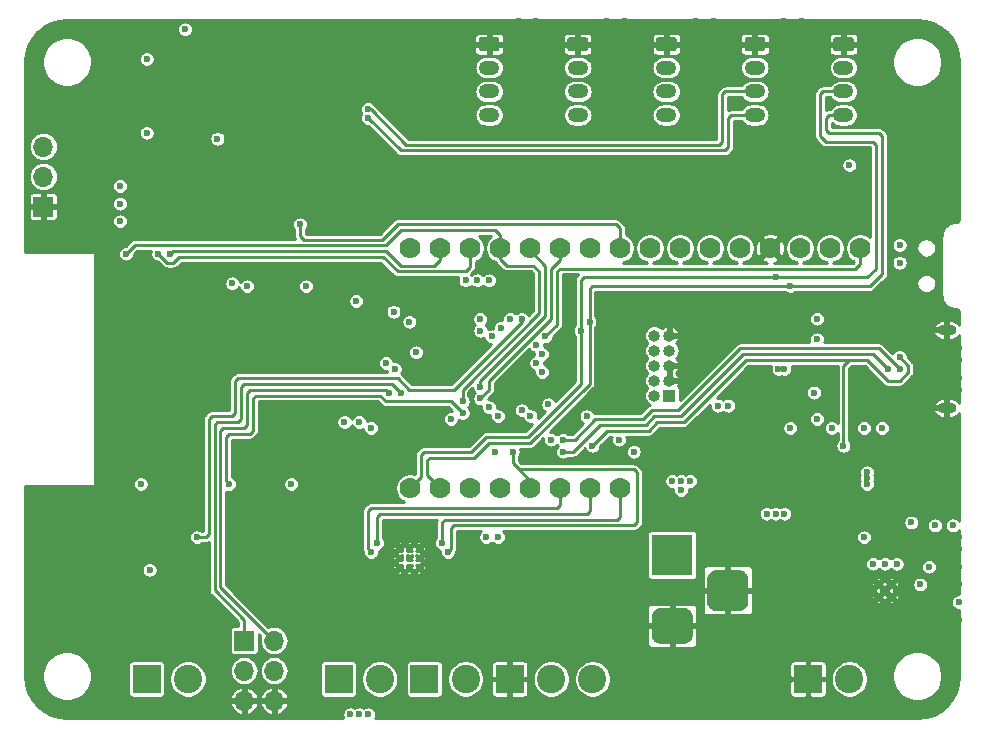
<source format=gbr>
G04 #@! TF.GenerationSoftware,KiCad,Pcbnew,5.0.2-5.fc29*
G04 #@! TF.CreationDate,2020-06-27T20:23:45+07:00*
G04 #@! TF.ProjectId,MP_SamBaseBoard_V1,4d505f53-616d-4426-9173-65426f617264,rev?*
G04 #@! TF.SameCoordinates,Original*
G04 #@! TF.FileFunction,Copper,L3,Inr*
G04 #@! TF.FilePolarity,Positive*
%FSLAX45Y45*%
G04 Gerber Fmt 4.5, Leading zero omitted, Abs format (unit mm)*
G04 Created by KiCad (PCBNEW 5.0.2-5.fc29) date Sat 27 Jun 2020 08:23:45 PM +07*
%MOMM*%
%LPD*%
G01*
G04 APERTURE LIST*
G04 #@! TA.AperFunction,ViaPad*
%ADD10C,1.778000*%
G04 #@! TD*
G04 #@! TA.AperFunction,ViaPad*
%ADD11O,1.700000X1.700000*%
G04 #@! TD*
G04 #@! TA.AperFunction,ViaPad*
%ADD12R,1.700000X1.700000*%
G04 #@! TD*
G04 #@! TA.AperFunction,ViaPad*
%ADD13O,1.750000X1.200000*%
G04 #@! TD*
G04 #@! TA.AperFunction,Conductor*
%ADD14C,0.100000*%
G04 #@! TD*
G04 #@! TA.AperFunction,ViaPad*
%ADD15C,1.200000*%
G04 #@! TD*
G04 #@! TA.AperFunction,ViaPad*
%ADD16O,1.000000X1.000000*%
G04 #@! TD*
G04 #@! TA.AperFunction,ViaPad*
%ADD17R,1.000000X1.000000*%
G04 #@! TD*
G04 #@! TA.AperFunction,ViaPad*
%ADD18C,3.500000*%
G04 #@! TD*
G04 #@! TA.AperFunction,ViaPad*
%ADD19C,3.000000*%
G04 #@! TD*
G04 #@! TA.AperFunction,ViaPad*
%ADD20R,3.500000X3.500000*%
G04 #@! TD*
G04 #@! TA.AperFunction,ViaPad*
%ADD21C,0.500000*%
G04 #@! TD*
G04 #@! TA.AperFunction,ViaPad*
%ADD22O,1.600000X0.900000*%
G04 #@! TD*
G04 #@! TA.AperFunction,ViaPad*
%ADD23C,2.400000*%
G04 #@! TD*
G04 #@! TA.AperFunction,ViaPad*
%ADD24R,2.400000X2.400000*%
G04 #@! TD*
G04 #@! TA.AperFunction,ViaPad*
%ADD25C,0.600000*%
G04 #@! TD*
G04 #@! TA.AperFunction,Conductor*
%ADD26C,0.250000*%
G04 #@! TD*
G04 APERTURE END LIST*
D10*
G04 #@! TO.N,~RESET*
G04 #@! TO.C,J3*
X19615000Y-9227000D03*
G04 #@! TO.N,+3V3*
X19361000Y-9227000D03*
G04 #@! TO.N,AREF*
X19107000Y-9227000D03*
G04 #@! TO.N,GND*
X18853000Y-9227000D03*
G04 #@! TO.N,Adf_D4*
X15805000Y-9227000D03*
G04 #@! TO.N,D1_TxD0*
X16059000Y-9227000D03*
G04 #@! TO.N,D0_RxD0*
X16313000Y-9227000D03*
G04 #@! TO.N,SPI_MISO*
X16567000Y-9227000D03*
G04 #@! TO.N,SPI_MOSI*
X16821000Y-9227000D03*
G04 #@! TO.N,SPI_SCK*
X17075000Y-9227000D03*
G04 #@! TO.N,Adf_A5*
X17329000Y-9227000D03*
G04 #@! TO.N,Adf_A4*
X17583000Y-9227000D03*
G04 #@! TO.N,Adf_A3*
X17837000Y-9227000D03*
G04 #@! TO.N,Adf_A2*
X18091000Y-9227000D03*
G04 #@! TO.N,Adf_A1_DAC1*
X18345000Y-9227000D03*
G04 #@! TO.N,Adf_A0_DAC0*
X18599000Y-9227000D03*
G04 #@! TO.N,I2C_SDA*
X15805000Y-11259000D03*
G04 #@! TO.N,I2C_SCL*
X16059000Y-11259000D03*
G04 #@! TO.N,Adf_D5*
X16313000Y-11259000D03*
G04 #@! TO.N,Adf_D6*
X16567000Y-11259000D03*
G04 #@! TO.N,Adf_D9*
X16821000Y-11259000D03*
G04 #@! TO.N,Adf_D10*
X17075000Y-11259000D03*
G04 #@! TO.N,Adf_D11*
X17329000Y-11259000D03*
G04 #@! TO.N,Adf_D12*
X17583000Y-11259000D03*
G04 #@! TD*
D11*
G04 #@! TO.N,GND*
G04 #@! TO.C,J7*
X14654000Y-13058000D03*
X14400000Y-13058000D03*
G04 #@! TO.N,+5V*
X14654000Y-12804000D03*
X14400000Y-12804000D03*
G04 #@! TO.N,Adf_D7*
X14654000Y-12550000D03*
D12*
G04 #@! TO.N,Adf_D4*
X14400000Y-12550000D03*
G04 #@! TD*
D13*
G04 #@! TO.N,Adf_A3*
G04 #@! TO.C,J8*
X16475000Y-8100000D03*
G04 #@! TO.N,N/C*
X16475000Y-7900000D03*
G04 #@! TO.N,+3V3*
X16475000Y-7700000D03*
D14*
G04 #@! TO.N,GND*
G36*
X16539950Y-7440120D02*
X16542377Y-7440480D01*
X16544757Y-7441076D01*
X16547067Y-7441903D01*
X16549285Y-7442952D01*
X16551389Y-7444213D01*
X16553360Y-7445675D01*
X16555178Y-7447322D01*
X16556825Y-7449140D01*
X16558287Y-7451111D01*
X16559548Y-7453215D01*
X16560597Y-7455433D01*
X16561423Y-7457743D01*
X16562020Y-7460123D01*
X16562380Y-7462549D01*
X16562500Y-7465000D01*
X16562500Y-7535000D01*
X16562380Y-7537450D01*
X16562020Y-7539877D01*
X16561423Y-7542257D01*
X16560597Y-7544567D01*
X16559548Y-7546785D01*
X16558287Y-7548889D01*
X16556825Y-7550860D01*
X16555178Y-7552678D01*
X16553360Y-7554325D01*
X16551389Y-7555787D01*
X16549285Y-7557048D01*
X16547067Y-7558097D01*
X16544757Y-7558923D01*
X16542377Y-7559520D01*
X16539950Y-7559880D01*
X16537500Y-7560000D01*
X16412500Y-7560000D01*
X16410049Y-7559880D01*
X16407623Y-7559520D01*
X16405243Y-7558923D01*
X16402933Y-7558097D01*
X16400715Y-7557048D01*
X16398611Y-7555787D01*
X16396640Y-7554325D01*
X16394822Y-7552678D01*
X16393175Y-7550860D01*
X16391713Y-7548889D01*
X16390452Y-7546785D01*
X16389403Y-7544567D01*
X16388576Y-7542257D01*
X16387980Y-7539877D01*
X16387620Y-7537450D01*
X16387500Y-7535000D01*
X16387500Y-7465000D01*
X16387620Y-7462549D01*
X16387980Y-7460123D01*
X16388576Y-7457743D01*
X16389403Y-7455433D01*
X16390452Y-7453215D01*
X16391713Y-7451111D01*
X16393175Y-7449140D01*
X16394822Y-7447322D01*
X16396640Y-7445675D01*
X16398611Y-7444213D01*
X16400715Y-7442952D01*
X16402933Y-7441903D01*
X16405243Y-7441076D01*
X16407623Y-7440480D01*
X16410049Y-7440120D01*
X16412500Y-7440000D01*
X16537500Y-7440000D01*
X16539950Y-7440120D01*
X16539950Y-7440120D01*
G37*
D15*
X16475000Y-7500000D03*
G04 #@! TD*
D13*
G04 #@! TO.N,Adf_A2*
G04 #@! TO.C,J9*
X17225000Y-8100000D03*
G04 #@! TO.N,D1_TxD0*
X17225000Y-7900000D03*
G04 #@! TO.N,+3V3*
X17225000Y-7700000D03*
D14*
G04 #@! TO.N,GND*
G36*
X17289951Y-7440120D02*
X17292377Y-7440480D01*
X17294757Y-7441076D01*
X17297067Y-7441903D01*
X17299285Y-7442952D01*
X17301389Y-7444213D01*
X17303360Y-7445675D01*
X17305178Y-7447322D01*
X17306825Y-7449140D01*
X17308287Y-7451111D01*
X17309548Y-7453215D01*
X17310597Y-7455433D01*
X17311424Y-7457743D01*
X17312020Y-7460123D01*
X17312380Y-7462549D01*
X17312500Y-7465000D01*
X17312500Y-7535000D01*
X17312380Y-7537450D01*
X17312020Y-7539877D01*
X17311424Y-7542257D01*
X17310597Y-7544567D01*
X17309548Y-7546785D01*
X17308287Y-7548889D01*
X17306825Y-7550860D01*
X17305178Y-7552678D01*
X17303360Y-7554325D01*
X17301389Y-7555787D01*
X17299285Y-7557048D01*
X17297067Y-7558097D01*
X17294757Y-7558923D01*
X17292377Y-7559520D01*
X17289951Y-7559880D01*
X17287500Y-7560000D01*
X17162500Y-7560000D01*
X17160050Y-7559880D01*
X17157623Y-7559520D01*
X17155243Y-7558923D01*
X17152933Y-7558097D01*
X17150715Y-7557048D01*
X17148611Y-7555787D01*
X17146640Y-7554325D01*
X17144822Y-7552678D01*
X17143175Y-7550860D01*
X17141713Y-7548889D01*
X17140452Y-7546785D01*
X17139403Y-7544567D01*
X17138577Y-7542257D01*
X17137980Y-7539877D01*
X17137620Y-7537450D01*
X17137500Y-7535000D01*
X17137500Y-7465000D01*
X17137620Y-7462549D01*
X17137980Y-7460123D01*
X17138577Y-7457743D01*
X17139403Y-7455433D01*
X17140452Y-7453215D01*
X17141713Y-7451111D01*
X17143175Y-7449140D01*
X17144822Y-7447322D01*
X17146640Y-7445675D01*
X17148611Y-7444213D01*
X17150715Y-7442952D01*
X17152933Y-7441903D01*
X17155243Y-7441076D01*
X17157623Y-7440480D01*
X17160050Y-7440120D01*
X17162500Y-7440000D01*
X17287500Y-7440000D01*
X17289951Y-7440120D01*
X17289951Y-7440120D01*
G37*
D15*
X17225000Y-7500000D03*
G04 #@! TD*
D13*
G04 #@! TO.N,Adf_A1_DAC1*
G04 #@! TO.C,J10*
X17975000Y-8100000D03*
G04 #@! TO.N,D0_RxD0*
X17975000Y-7900000D03*
G04 #@! TO.N,+3V3*
X17975000Y-7700000D03*
D14*
G04 #@! TO.N,GND*
G36*
X18039951Y-7440120D02*
X18042377Y-7440480D01*
X18044757Y-7441076D01*
X18047067Y-7441903D01*
X18049285Y-7442952D01*
X18051389Y-7444213D01*
X18053360Y-7445675D01*
X18055178Y-7447322D01*
X18056825Y-7449140D01*
X18058287Y-7451111D01*
X18059548Y-7453215D01*
X18060597Y-7455433D01*
X18061424Y-7457743D01*
X18062020Y-7460123D01*
X18062380Y-7462549D01*
X18062500Y-7465000D01*
X18062500Y-7535000D01*
X18062380Y-7537450D01*
X18062020Y-7539877D01*
X18061424Y-7542257D01*
X18060597Y-7544567D01*
X18059548Y-7546785D01*
X18058287Y-7548889D01*
X18056825Y-7550860D01*
X18055178Y-7552678D01*
X18053360Y-7554325D01*
X18051389Y-7555787D01*
X18049285Y-7557048D01*
X18047067Y-7558097D01*
X18044757Y-7558923D01*
X18042377Y-7559520D01*
X18039951Y-7559880D01*
X18037500Y-7560000D01*
X17912500Y-7560000D01*
X17910050Y-7559880D01*
X17907623Y-7559520D01*
X17905243Y-7558923D01*
X17902933Y-7558097D01*
X17900715Y-7557048D01*
X17898611Y-7555787D01*
X17896640Y-7554325D01*
X17894822Y-7552678D01*
X17893175Y-7550860D01*
X17891713Y-7548889D01*
X17890452Y-7546785D01*
X17889403Y-7544567D01*
X17888577Y-7542257D01*
X17887980Y-7539877D01*
X17887620Y-7537450D01*
X17887500Y-7535000D01*
X17887500Y-7465000D01*
X17887620Y-7462549D01*
X17887980Y-7460123D01*
X17888577Y-7457743D01*
X17889403Y-7455433D01*
X17890452Y-7453215D01*
X17891713Y-7451111D01*
X17893175Y-7449140D01*
X17894822Y-7447322D01*
X17896640Y-7445675D01*
X17898611Y-7444213D01*
X17900715Y-7442952D01*
X17902933Y-7441903D01*
X17905243Y-7441076D01*
X17907623Y-7440480D01*
X17910050Y-7440120D01*
X17912500Y-7440000D01*
X18037500Y-7440000D01*
X18039951Y-7440120D01*
X18039951Y-7440120D01*
G37*
D15*
X17975000Y-7500000D03*
G04 #@! TD*
D13*
G04 #@! TO.N,I2C_SCL*
G04 #@! TO.C,J11*
X18725000Y-8100000D03*
G04 #@! TO.N,I2C_SDA*
X18725000Y-7900000D03*
G04 #@! TO.N,+3V3*
X18725000Y-7700000D03*
D14*
G04 #@! TO.N,GND*
G36*
X18789951Y-7440120D02*
X18792377Y-7440480D01*
X18794757Y-7441076D01*
X18797067Y-7441903D01*
X18799285Y-7442952D01*
X18801389Y-7444213D01*
X18803360Y-7445675D01*
X18805178Y-7447322D01*
X18806825Y-7449140D01*
X18808287Y-7451111D01*
X18809548Y-7453215D01*
X18810597Y-7455433D01*
X18811424Y-7457743D01*
X18812020Y-7460123D01*
X18812380Y-7462549D01*
X18812500Y-7465000D01*
X18812500Y-7535000D01*
X18812380Y-7537450D01*
X18812020Y-7539877D01*
X18811424Y-7542257D01*
X18810597Y-7544567D01*
X18809548Y-7546785D01*
X18808287Y-7548889D01*
X18806825Y-7550860D01*
X18805178Y-7552678D01*
X18803360Y-7554325D01*
X18801389Y-7555787D01*
X18799285Y-7557048D01*
X18797067Y-7558097D01*
X18794757Y-7558923D01*
X18792377Y-7559520D01*
X18789951Y-7559880D01*
X18787500Y-7560000D01*
X18662500Y-7560000D01*
X18660050Y-7559880D01*
X18657623Y-7559520D01*
X18655243Y-7558923D01*
X18652933Y-7558097D01*
X18650715Y-7557048D01*
X18648611Y-7555787D01*
X18646640Y-7554325D01*
X18644822Y-7552678D01*
X18643175Y-7550860D01*
X18641713Y-7548889D01*
X18640452Y-7546785D01*
X18639403Y-7544567D01*
X18638577Y-7542257D01*
X18637980Y-7539877D01*
X18637620Y-7537450D01*
X18637500Y-7535000D01*
X18637500Y-7465000D01*
X18637620Y-7462549D01*
X18637980Y-7460123D01*
X18638577Y-7457743D01*
X18639403Y-7455433D01*
X18640452Y-7453215D01*
X18641713Y-7451111D01*
X18643175Y-7449140D01*
X18644822Y-7447322D01*
X18646640Y-7445675D01*
X18648611Y-7444213D01*
X18650715Y-7442952D01*
X18652933Y-7441903D01*
X18655243Y-7441076D01*
X18657623Y-7440480D01*
X18660050Y-7440120D01*
X18662500Y-7440000D01*
X18787500Y-7440000D01*
X18789951Y-7440120D01*
X18789951Y-7440120D01*
G37*
D15*
X18725000Y-7500000D03*
G04 #@! TD*
D13*
G04 #@! TO.N,I2C_SCL*
G04 #@! TO.C,J12*
X19475000Y-8100000D03*
G04 #@! TO.N,I2C_SDA*
X19475000Y-7900000D03*
G04 #@! TO.N,+3V3*
X19475000Y-7700000D03*
D14*
G04 #@! TO.N,GND*
G36*
X19539951Y-7440120D02*
X19542377Y-7440480D01*
X19544757Y-7441076D01*
X19547067Y-7441903D01*
X19549285Y-7442952D01*
X19551389Y-7444213D01*
X19553360Y-7445675D01*
X19555178Y-7447322D01*
X19556825Y-7449140D01*
X19558287Y-7451111D01*
X19559548Y-7453215D01*
X19560597Y-7455433D01*
X19561424Y-7457743D01*
X19562020Y-7460123D01*
X19562380Y-7462549D01*
X19562500Y-7465000D01*
X19562500Y-7535000D01*
X19562380Y-7537450D01*
X19562020Y-7539877D01*
X19561424Y-7542257D01*
X19560597Y-7544567D01*
X19559548Y-7546785D01*
X19558287Y-7548889D01*
X19556825Y-7550860D01*
X19555178Y-7552678D01*
X19553360Y-7554325D01*
X19551389Y-7555787D01*
X19549285Y-7557048D01*
X19547067Y-7558097D01*
X19544757Y-7558923D01*
X19542377Y-7559520D01*
X19539951Y-7559880D01*
X19537500Y-7560000D01*
X19412500Y-7560000D01*
X19410050Y-7559880D01*
X19407623Y-7559520D01*
X19405243Y-7558923D01*
X19402933Y-7558097D01*
X19400715Y-7557048D01*
X19398611Y-7555787D01*
X19396640Y-7554325D01*
X19394822Y-7552678D01*
X19393175Y-7550860D01*
X19391713Y-7548889D01*
X19390452Y-7546785D01*
X19389403Y-7544567D01*
X19388577Y-7542257D01*
X19387980Y-7539877D01*
X19387620Y-7537450D01*
X19387500Y-7535000D01*
X19387500Y-7465000D01*
X19387620Y-7462549D01*
X19387980Y-7460123D01*
X19388577Y-7457743D01*
X19389403Y-7455433D01*
X19390452Y-7453215D01*
X19391713Y-7451111D01*
X19393175Y-7449140D01*
X19394822Y-7447322D01*
X19396640Y-7445675D01*
X19398611Y-7444213D01*
X19400715Y-7442952D01*
X19402933Y-7441903D01*
X19405243Y-7441076D01*
X19407623Y-7440480D01*
X19410050Y-7440120D01*
X19412500Y-7440000D01*
X19537500Y-7440000D01*
X19539951Y-7440120D01*
X19539951Y-7440120D01*
G37*
D15*
X19475000Y-7500000D03*
G04 #@! TD*
D16*
G04 #@! TO.N,~RESET*
G04 #@! TO.C,J13*
X17873000Y-9967000D03*
G04 #@! TO.N,GND*
X18000000Y-9967000D03*
G04 #@! TO.N,N/C*
X17873000Y-10094000D03*
X18000000Y-10094000D03*
G04 #@! TO.N,SWO*
X17873000Y-10221000D03*
G04 #@! TO.N,GND*
X18000000Y-10221000D03*
G04 #@! TO.N,SWCLK*
X17873000Y-10348000D03*
G04 #@! TO.N,GND*
X18000000Y-10348000D03*
G04 #@! TO.N,SWDIO*
X17873000Y-10475000D03*
D17*
G04 #@! TO.N,+3V3*
X18000000Y-10475000D03*
G04 #@! TD*
D11*
G04 #@! TO.N,WS2812_EXT*
G04 #@! TO.C,J14*
X12700000Y-8367000D03*
G04 #@! TO.N,Net-(F3-Pad2)*
X12700000Y-8621000D03*
D12*
G04 #@! TO.N,GND*
X12700000Y-8875000D03*
G04 #@! TD*
D14*
G04 #@! TO.N,GND*
G04 #@! TO.C,J15*
G36*
X18591077Y-11950421D02*
X18599570Y-11951681D01*
X18607900Y-11953768D01*
X18615985Y-11956660D01*
X18623747Y-11960332D01*
X18631112Y-11964746D01*
X18638009Y-11969862D01*
X18644372Y-11975628D01*
X18650138Y-11981991D01*
X18655254Y-11988888D01*
X18659668Y-11996253D01*
X18663340Y-12004015D01*
X18666232Y-12012100D01*
X18668319Y-12020430D01*
X18669579Y-12028923D01*
X18670000Y-12037500D01*
X18670000Y-12212500D01*
X18669579Y-12221076D01*
X18668319Y-12229570D01*
X18666232Y-12237900D01*
X18663340Y-12245985D01*
X18659668Y-12253747D01*
X18655254Y-12261112D01*
X18650138Y-12268009D01*
X18644372Y-12274372D01*
X18638009Y-12280138D01*
X18631112Y-12285254D01*
X18623747Y-12289668D01*
X18615985Y-12293339D01*
X18607900Y-12296232D01*
X18599570Y-12298319D01*
X18591077Y-12299579D01*
X18582500Y-12300000D01*
X18407500Y-12300000D01*
X18398924Y-12299579D01*
X18390430Y-12298319D01*
X18382100Y-12296232D01*
X18374015Y-12293339D01*
X18366253Y-12289668D01*
X18358888Y-12285254D01*
X18351991Y-12280138D01*
X18345628Y-12274372D01*
X18339862Y-12268009D01*
X18334746Y-12261112D01*
X18330332Y-12253747D01*
X18326661Y-12245985D01*
X18323768Y-12237900D01*
X18321681Y-12229570D01*
X18320421Y-12221076D01*
X18320000Y-12212500D01*
X18320000Y-12037500D01*
X18320421Y-12028923D01*
X18321681Y-12020430D01*
X18323768Y-12012100D01*
X18326661Y-12004015D01*
X18330332Y-11996253D01*
X18334746Y-11988888D01*
X18339862Y-11981991D01*
X18345628Y-11975628D01*
X18351991Y-11969862D01*
X18358888Y-11964746D01*
X18366253Y-11960332D01*
X18374015Y-11956660D01*
X18382100Y-11953768D01*
X18390430Y-11951681D01*
X18398924Y-11950421D01*
X18407500Y-11950000D01*
X18582500Y-11950000D01*
X18591077Y-11950421D01*
X18591077Y-11950421D01*
G37*
D18*
X18495000Y-12125000D03*
D14*
G36*
X18132351Y-12275361D02*
X18139632Y-12276441D01*
X18146771Y-12278229D01*
X18153701Y-12280709D01*
X18160355Y-12283856D01*
X18166668Y-12287640D01*
X18172580Y-12292024D01*
X18178033Y-12296967D01*
X18182976Y-12302420D01*
X18187360Y-12308332D01*
X18191144Y-12314645D01*
X18194291Y-12321299D01*
X18196771Y-12328229D01*
X18198559Y-12335368D01*
X18199639Y-12342649D01*
X18200000Y-12350000D01*
X18200000Y-12500000D01*
X18199639Y-12507351D01*
X18198559Y-12514632D01*
X18196771Y-12521771D01*
X18194291Y-12528701D01*
X18191144Y-12535355D01*
X18187360Y-12541668D01*
X18182976Y-12547579D01*
X18178033Y-12553033D01*
X18172580Y-12557976D01*
X18166668Y-12562360D01*
X18160355Y-12566144D01*
X18153701Y-12569291D01*
X18146771Y-12571770D01*
X18139632Y-12573559D01*
X18132351Y-12574639D01*
X18125000Y-12575000D01*
X17925000Y-12575000D01*
X17917649Y-12574639D01*
X17910368Y-12573559D01*
X17903229Y-12571770D01*
X17896299Y-12569291D01*
X17889645Y-12566144D01*
X17883332Y-12562360D01*
X17877421Y-12557976D01*
X17871967Y-12553033D01*
X17867024Y-12547579D01*
X17862640Y-12541668D01*
X17858856Y-12535355D01*
X17855709Y-12528701D01*
X17853230Y-12521771D01*
X17851441Y-12514632D01*
X17850361Y-12507351D01*
X17850000Y-12500000D01*
X17850000Y-12350000D01*
X17850361Y-12342649D01*
X17851441Y-12335368D01*
X17853230Y-12328229D01*
X17855709Y-12321299D01*
X17858856Y-12314645D01*
X17862640Y-12308332D01*
X17867024Y-12302420D01*
X17871967Y-12296967D01*
X17877421Y-12292024D01*
X17883332Y-12287640D01*
X17889645Y-12283856D01*
X17896299Y-12280709D01*
X17903229Y-12278229D01*
X17910368Y-12276441D01*
X17917649Y-12275361D01*
X17925000Y-12275000D01*
X18125000Y-12275000D01*
X18132351Y-12275361D01*
X18132351Y-12275361D01*
G37*
D19*
X18025000Y-12425000D03*
D20*
G04 #@! TO.N,VIN_RAW*
X18025000Y-11825000D03*
G04 #@! TD*
D21*
G04 #@! TO.N,GND*
G04 #@! TO.C,U7*
X15879358Y-11769358D03*
X15879358Y-11849358D03*
X15879358Y-11929358D03*
X15799358Y-11769358D03*
X15799358Y-11849358D03*
X15799358Y-11929358D03*
X15719358Y-11769358D03*
X15719358Y-11849358D03*
X15719358Y-11929358D03*
G04 #@! TD*
D22*
G04 #@! TO.N,GND*
G04 #@! TO.C,J16*
X20350000Y-10580000D03*
X20350000Y-9920000D03*
G04 #@! TD*
D23*
G04 #@! TO.N,+BATT*
G04 #@! TO.C,J17*
X19525000Y-12875000D03*
D24*
G04 #@! TO.N,GND*
X19175000Y-12875000D03*
G04 #@! TD*
D23*
G04 #@! TO.N,Net-(J5-Pad2)*
G04 #@! TO.C,J5*
X13925000Y-12875000D03*
D24*
G04 #@! TO.N,Net-(J5-Pad1)*
X13575000Y-12875000D03*
G04 #@! TD*
D21*
G04 #@! TO.N,GND*
G04 #@! TO.C,U6*
X19880000Y-12070000D03*
X19880000Y-12180000D03*
X19770000Y-12070000D03*
X19770000Y-12180000D03*
G04 #@! TD*
D23*
G04 #@! TO.N,Net-(C24-Pad1)*
G04 #@! TO.C,J1*
X15550000Y-12875000D03*
D24*
G04 #@! TO.N,Net-(C24-Pad2)*
X15200000Y-12875000D03*
G04 #@! TD*
D23*
G04 #@! TO.N,Net-(C25-Pad1)*
G04 #@! TO.C,J2*
X16275000Y-12875000D03*
D24*
G04 #@! TO.N,Net-(C25-Pad2)*
X15925000Y-12875000D03*
G04 #@! TD*
D23*
G04 #@! TO.N,Net-(J4-Pad2)*
G04 #@! TO.C,J4*
X17000000Y-12875000D03*
G04 #@! TO.N,Net-(F2-Pad2)*
X17350000Y-12875000D03*
D24*
G04 #@! TO.N,GND*
X16650000Y-12875000D03*
G04 #@! TD*
D25*
G04 #@! TO.N,GND*
X14025000Y-10350000D03*
X13825000Y-10550000D03*
X14225000Y-10550000D03*
X14225000Y-10150000D03*
X13825000Y-10150000D03*
X17000000Y-10375000D03*
X17550000Y-10525000D03*
X20450000Y-10325000D03*
X20450000Y-10425000D03*
X20450000Y-10175000D03*
X20450000Y-10075000D03*
X15225000Y-11350000D03*
X15350000Y-11350000D03*
X15575000Y-12050000D03*
X16025000Y-12050000D03*
X17675000Y-10600000D03*
X16125000Y-10175000D03*
X12775000Y-11650000D03*
X12775000Y-11450000D03*
X12775000Y-11550000D03*
X17625000Y-7300000D03*
X17625000Y-7400000D03*
X18375000Y-7400000D03*
X18375000Y-7300000D03*
X19125000Y-7300000D03*
X19125000Y-7400000D03*
X16875000Y-7400000D03*
X16875000Y-7300000D03*
X16625000Y-9550000D03*
X16700000Y-9550000D03*
X16125000Y-10325000D03*
X16250000Y-10250000D03*
X17700000Y-10100000D03*
X17700000Y-10000000D03*
X13275000Y-9275000D03*
X13275000Y-9525000D03*
X13275000Y-10975000D03*
X13275000Y-11225000D03*
X17475000Y-7300000D03*
X17475000Y-7400000D03*
X16725000Y-7400000D03*
X16725000Y-7300000D03*
X18225000Y-7300000D03*
X18225000Y-7400000D03*
X18975000Y-7400000D03*
X18975000Y-7300000D03*
X18250000Y-7875000D03*
X18350000Y-7875000D03*
X17600000Y-7875000D03*
X17500000Y-7875000D03*
X16850000Y-7875000D03*
X16750000Y-7875000D03*
X15875000Y-9500000D03*
X15775000Y-9500000D03*
X16150000Y-9500000D03*
X15275000Y-10150000D03*
X15275000Y-10050000D03*
X15275000Y-10250000D03*
X15575000Y-9500000D03*
X15675000Y-9500000D03*
X15375000Y-10150000D03*
X15375000Y-10250000D03*
X15100000Y-11350000D03*
X15475000Y-11350000D03*
X15920000Y-10725000D03*
X15985000Y-10725000D03*
X17100000Y-10750000D03*
X17200000Y-10750000D03*
X15375000Y-11725000D03*
X15225000Y-11725000D03*
X19550000Y-12150000D03*
X20050000Y-12300000D03*
X20125000Y-12300000D03*
X20125000Y-11975000D03*
X15575000Y-12125000D03*
X15650000Y-12125000D03*
X16025000Y-12125000D03*
X15950000Y-12125000D03*
X20450000Y-11925000D03*
X20450000Y-12075000D03*
X20450000Y-12375000D03*
X20450000Y-11675000D03*
X20450000Y-11775000D03*
X19650000Y-11525000D03*
X19550000Y-11425000D03*
X19750000Y-11425000D03*
X19950000Y-9875000D03*
X19950000Y-9950000D03*
X19950000Y-10025000D03*
X19950000Y-10550000D03*
X19950000Y-10475000D03*
X20125000Y-11875000D03*
X16925000Y-11725000D03*
X17000000Y-11725000D03*
X17075000Y-11725000D03*
X19350000Y-12575000D03*
X19525000Y-12575000D03*
X19175000Y-12575000D03*
X19950000Y-10625000D03*
X19750000Y-11525000D03*
X19650000Y-11425000D03*
X19550000Y-11525000D03*
X18550000Y-10800000D03*
X18550000Y-10850000D03*
X19400000Y-10975000D03*
X19975000Y-11075000D03*
X19975000Y-11175000D03*
X19975000Y-11275000D03*
X18550000Y-11200000D03*
X18750000Y-11200000D03*
X18650000Y-11200000D03*
X18850000Y-11200000D03*
X18550000Y-11000000D03*
X18550000Y-11100000D03*
X17875000Y-10875000D03*
X18075000Y-10875000D03*
X17975000Y-10875000D03*
X18175000Y-10875000D03*
X18275000Y-10875000D03*
X19225000Y-11550000D03*
X19225000Y-11400000D03*
X18590000Y-10560000D03*
X18680000Y-10560000D03*
X18860000Y-10560000D03*
X18770000Y-10560000D03*
X18950000Y-12200000D03*
X19075000Y-12200000D03*
X19225000Y-11900000D03*
X19225000Y-12050000D03*
X19200000Y-10250000D03*
X19275000Y-10250000D03*
X19350000Y-10250000D03*
X18550000Y-11775000D03*
X18650000Y-11775000D03*
X18650000Y-11875000D03*
X18550000Y-11875000D03*
X18550000Y-11300000D03*
X18550000Y-11400000D03*
X18550000Y-11500000D03*
X19750000Y-10350000D03*
X19675000Y-10275000D03*
X19950000Y-9525000D03*
X19950000Y-9675000D03*
X19875000Y-9525000D03*
X19875000Y-9675000D03*
X20225000Y-8025000D03*
X19925000Y-8075000D03*
X20025000Y-8075000D03*
X20075000Y-8625000D03*
X20275000Y-8625000D03*
X20175000Y-8625000D03*
X20400000Y-8975000D03*
X20400000Y-9775000D03*
X20300000Y-8425000D03*
X20250000Y-8425000D03*
X15100000Y-11225000D03*
X15225000Y-11225000D03*
X15475000Y-11225000D03*
X15350000Y-11225000D03*
X15600000Y-11225000D03*
X15600000Y-11350000D03*
X14975000Y-11350000D03*
X14975000Y-11225000D03*
X16425000Y-10075000D03*
X16350000Y-10000000D03*
X13600000Y-12300000D03*
X14100000Y-12175000D03*
X13925000Y-12175000D03*
X13750000Y-7525000D03*
X13750000Y-7725000D03*
X13750000Y-8150000D03*
X13750000Y-8350000D03*
X14350000Y-8400000D03*
X14350000Y-7775000D03*
X13900000Y-8500000D03*
X13900000Y-7875000D03*
X16150000Y-9825000D03*
X16440000Y-9330000D03*
X17150000Y-9775000D03*
X18875000Y-9775000D03*
X16375000Y-8275000D03*
X16475000Y-8275000D03*
X17125000Y-8275000D03*
X17225000Y-8275000D03*
X17875000Y-8275000D03*
X17975000Y-8275000D03*
X18625000Y-8275000D03*
X18725000Y-8275000D03*
X14975000Y-8825000D03*
X15125000Y-8825000D03*
X15275000Y-8825000D03*
X15425000Y-8825000D03*
X14975000Y-8900000D03*
X15125000Y-8900000D03*
X15775000Y-8825000D03*
X15925000Y-8825000D03*
X15205000Y-8125000D03*
X15205000Y-8050000D03*
X15205000Y-8425000D03*
X15205000Y-8500000D03*
X15275000Y-9000000D03*
X15425000Y-9000000D03*
G04 #@! TO.N,+3V3*
X17000000Y-10850000D03*
X15350000Y-9675000D03*
X15855000Y-10110000D03*
X15475000Y-10750000D03*
X16150000Y-10675000D03*
X16925000Y-10275000D03*
X17575000Y-10850000D03*
X19675000Y-11125000D03*
X19675000Y-11225000D03*
X19675000Y-11175000D03*
X15300000Y-13175000D03*
X19800000Y-10750000D03*
X20050000Y-11550000D03*
X15375000Y-13175000D03*
X15450000Y-13175000D03*
X19525000Y-8525000D03*
X16650000Y-9825000D03*
G04 #@! TO.N,+5V*
X19025000Y-10750000D03*
X18975000Y-11475000D03*
X18900000Y-11475000D03*
X18825000Y-11475000D03*
X18975000Y-10250000D03*
X18925000Y-10250000D03*
X13350000Y-8850000D03*
X13350000Y-8700000D03*
X13350000Y-9000000D03*
G04 #@! TO.N,VIN*
X16550000Y-11675000D03*
X16450000Y-11675000D03*
X18025000Y-11200000D03*
X18100000Y-11200000D03*
X18175000Y-11200000D03*
X18500000Y-10560000D03*
X19375000Y-10750000D03*
G04 #@! TO.N,CHG_OUT*
X19825000Y-11900000D03*
X20450000Y-12225000D03*
X19950000Y-9200000D03*
G04 #@! TO.N,WS2812_INT*
X17300000Y-10650000D03*
X14175000Y-8300000D03*
G04 #@! TO.N,WS2812_EXT*
X13900000Y-7375000D03*
G04 #@! TO.N,Adf_D12*
X16075000Y-11725000D03*
G04 #@! TO.N,Adf_D11*
X15525000Y-11725000D03*
G04 #@! TO.N,Adf_D10*
X15475000Y-11800000D03*
G04 #@! TO.N,Adf_D9*
X16675000Y-10950000D03*
X16125000Y-11800000D03*
G04 #@! TO.N,Adf_D5*
X13600000Y-11950000D03*
G04 #@! TO.N,I2C_SCL*
X17325000Y-9850000D03*
X19025000Y-9550000D03*
X15450000Y-8125000D03*
G04 #@! TO.N,I2C_SDA*
X17250000Y-9925000D03*
X18900000Y-9475000D03*
X15450000Y-8050000D03*
G04 #@! TO.N,Adf_A0_DAC0*
X16750000Y-9825000D03*
X14000000Y-11675000D03*
G04 #@! TO.N,Adf_A1_DAC1*
X16400000Y-9825000D03*
G04 #@! TO.N,Adf_A2*
X16400000Y-9925000D03*
G04 #@! TO.N,Adf_A3*
X16275000Y-9500000D03*
G04 #@! TO.N,Adf_A4*
X16475000Y-9500000D03*
X14875000Y-9025000D03*
G04 #@! TO.N,Adf_A5*
X16375000Y-9500000D03*
G04 #@! TO.N,SPI_SCK*
X14300000Y-9525000D03*
X16400000Y-10500000D03*
G04 #@! TO.N,SPI_MOSI*
X14800000Y-11225000D03*
X16400000Y-10400000D03*
G04 #@! TO.N,SPI_MISO*
X13400000Y-9275000D03*
X16250000Y-10525000D03*
G04 #@! TO.N,D0_RxD0*
X16825000Y-10650000D03*
X13675000Y-9275000D03*
X13575000Y-8250000D03*
G04 #@! TO.N,D1_TxD0*
X16750000Y-10600000D03*
X13775000Y-9275000D03*
X13575000Y-7625000D03*
G04 #@! TO.N,Adf_D4*
X15725000Y-10450000D03*
G04 #@! TO.N,~RESET*
X16950000Y-9975000D03*
G04 #@! TO.N,Adf_D7*
X15625000Y-10450000D03*
G04 #@! TO.N,SWDIO*
X16925000Y-10125000D03*
G04 #@! TO.N,SWCLK*
X16875000Y-10200000D03*
G04 #@! TO.N,SWO*
X16875000Y-10050000D03*
G04 #@! TO.N,Net-(Q1-Pad1)*
X17700000Y-10950000D03*
X19225000Y-10450000D03*
G04 #@! TO.N,USB_PWR_SEL*
X19650000Y-10750000D03*
X16500000Y-9975000D03*
G04 #@! TO.N,QSPI_CS*
X15665500Y-9764500D03*
X15675000Y-10250000D03*
G04 #@! TO.N,3v3_EN*
X19950000Y-9350000D03*
X19650000Y-11675000D03*
G04 #@! TO.N,SAM_TxLED*
X16975000Y-10550000D03*
X19250000Y-10000000D03*
G04 #@! TO.N,SAM_RxLED*
X19250000Y-9825000D03*
X16575000Y-9900000D03*
G04 #@! TO.N,QSPI_IO0*
X15800000Y-9850000D03*
X15250000Y-10700000D03*
G04 #@! TO.N,QSPI_SCK*
X15375000Y-10700000D03*
X15600000Y-10200000D03*
G04 #@! TO.N,USB_DM*
X17100000Y-10950000D03*
X19850000Y-10250000D03*
G04 #@! TO.N,USB_DP*
X19950000Y-10250000D03*
X17100000Y-10850000D03*
G04 #@! TO.N,USB_ID*
X19950000Y-10150000D03*
X19475000Y-10900000D03*
X17350000Y-10900000D03*
G04 #@! TO.N,ILIM*
X19725000Y-11900000D03*
X20200000Y-11925000D03*
G04 #@! TO.N,~PGOOD*
X20250000Y-11575000D03*
X20125000Y-12075000D03*
G04 #@! TO.N,~CHG*
X19925000Y-11900000D03*
X20400000Y-11575000D03*
G04 #@! TO.N,ESP_CS-D8*
X16550000Y-10650000D03*
X14425000Y-9550000D03*
G04 #@! TO.N,ESP_IO0-D3*
X16475000Y-10575000D03*
X14925000Y-9550000D03*
G04 #@! TO.N,ESP_BUSY-D13*
X16250000Y-10625000D03*
X14275000Y-11225000D03*
G04 #@! TO.N,ESP_RESET-D2*
X13525000Y-11225000D03*
X16525000Y-10950000D03*
G04 #@! TO.N,Net-(Q3-Pad3)*
X18100000Y-11275000D03*
X19250000Y-10675000D03*
X18410000Y-10560000D03*
G04 #@! TD*
D26*
G04 #@! TO.N,Adf_D12*
X17583000Y-11500000D02*
X17583000Y-11259000D01*
X16100000Y-11525000D02*
X17558000Y-11525000D01*
X17558000Y-11525000D02*
X17583000Y-11500000D01*
X16075000Y-11725000D02*
X16075000Y-11550000D01*
X16075000Y-11550000D02*
X16100000Y-11525000D01*
G04 #@! TO.N,Adf_D11*
X17304000Y-11475000D02*
X17329000Y-11450000D01*
X15550000Y-11475000D02*
X17304000Y-11475000D01*
X15525000Y-11725000D02*
X15525000Y-11500000D01*
X17329000Y-11450000D02*
X17329000Y-11259000D01*
X15525000Y-11500000D02*
X15550000Y-11475000D01*
G04 #@! TO.N,Adf_D10*
X17075000Y-11400000D02*
X17075000Y-11259000D01*
X15475000Y-11800000D02*
X15450000Y-11775000D01*
X15450000Y-11450000D02*
X15475000Y-11425000D01*
X15475000Y-11425000D02*
X17050000Y-11425000D01*
X15450000Y-11775000D02*
X15450000Y-11450000D01*
X17050000Y-11425000D02*
X17075000Y-11400000D01*
G04 #@! TO.N,Adf_D9*
X16821000Y-11196000D02*
X16821000Y-11259000D01*
X16675000Y-11050000D02*
X16675000Y-10950000D01*
X16725000Y-11100000D02*
X16821000Y-11196000D01*
X16675000Y-11050000D02*
X16725000Y-11100000D01*
X17700000Y-11100000D02*
X16725000Y-11100000D01*
X17725000Y-11550000D02*
X17725000Y-11125000D01*
X16150000Y-11775000D02*
X16150000Y-11600000D01*
X17725000Y-11125000D02*
X17700000Y-11100000D01*
X16175000Y-11575000D02*
X17700000Y-11575000D01*
X16150000Y-11600000D02*
X16175000Y-11575000D01*
X16125000Y-11800000D02*
X16150000Y-11775000D01*
X17700000Y-11575000D02*
X17725000Y-11550000D01*
G04 #@! TO.N,I2C_SCL*
X17325000Y-10375000D02*
X17325000Y-9850000D01*
X16825000Y-10875000D02*
X17325000Y-10375000D01*
X16475000Y-10875000D02*
X16825000Y-10875000D01*
X15950000Y-11150000D02*
X15950000Y-11025000D01*
X16350000Y-11000000D02*
X16475000Y-10875000D01*
X16059000Y-11259000D02*
X15950000Y-11150000D01*
X15950000Y-11025000D02*
X15975000Y-11000000D01*
X15975000Y-11000000D02*
X16350000Y-11000000D01*
X19800000Y-9450000D02*
X19700000Y-9550000D01*
X19800000Y-8275000D02*
X19800000Y-9450000D01*
X17350000Y-9550000D02*
X17325000Y-9575000D01*
X19775000Y-8250000D02*
X19800000Y-8275000D01*
X19350000Y-8100000D02*
X19325000Y-8125000D01*
X19475000Y-8100000D02*
X19350000Y-8100000D01*
X19350000Y-8250000D02*
X19775000Y-8250000D01*
X17325000Y-9575000D02*
X17325000Y-9850000D01*
X19325000Y-8225000D02*
X19350000Y-8250000D01*
X19325000Y-8125000D02*
X19325000Y-8225000D01*
X19025000Y-9550000D02*
X17350000Y-9550000D01*
X19700000Y-9550000D02*
X19025000Y-9550000D01*
X18475000Y-8400000D02*
X15725000Y-8400000D01*
X15725000Y-8400000D02*
X15450000Y-8125000D01*
X18500000Y-8375000D02*
X18475000Y-8400000D01*
X18500000Y-8125000D02*
X18500000Y-8375000D01*
X18725000Y-8100000D02*
X18525000Y-8100000D01*
X18525000Y-8100000D02*
X18500000Y-8125000D01*
G04 #@! TO.N,I2C_SDA*
X16450000Y-10825000D02*
X16800000Y-10825000D01*
X16800000Y-10825000D02*
X17250000Y-10375000D01*
X15900000Y-11164000D02*
X15900000Y-10975000D01*
X15925000Y-10950000D02*
X16325000Y-10950000D01*
X15805000Y-11259000D02*
X15900000Y-11164000D01*
X17250000Y-10375000D02*
X17250000Y-9925000D01*
X15900000Y-10975000D02*
X15925000Y-10950000D01*
X16325000Y-10950000D02*
X16450000Y-10825000D01*
X17275000Y-9475000D02*
X17250000Y-9500000D01*
X17250000Y-9500000D02*
X17250000Y-9925000D01*
X19750000Y-9400000D02*
X19675000Y-9475000D01*
X19750000Y-8350000D02*
X19750000Y-9400000D01*
X19475000Y-7900000D02*
X19300000Y-7900000D01*
X19275000Y-7925000D02*
X19275000Y-8275000D01*
X19725000Y-8325000D02*
X19750000Y-8350000D01*
X19300000Y-7900000D02*
X19275000Y-7925000D01*
X19275000Y-8275000D02*
X19325000Y-8325000D01*
X19325000Y-8325000D02*
X19725000Y-8325000D01*
X18875000Y-9475000D02*
X18900000Y-9475000D01*
X18875000Y-9475000D02*
X17275000Y-9475000D01*
X19675000Y-9475000D02*
X18875000Y-9475000D01*
X18475000Y-7900000D02*
X18725000Y-7900000D01*
X15475000Y-8050000D02*
X15775000Y-8350000D01*
X15450000Y-8050000D02*
X15475000Y-8050000D01*
X15775000Y-8350000D02*
X18425000Y-8350000D01*
X18425000Y-8350000D02*
X18450000Y-8325000D01*
X18450000Y-8325000D02*
X18450000Y-7925000D01*
X18450000Y-7925000D02*
X18475000Y-7900000D01*
G04 #@! TO.N,Adf_A0_DAC0*
X14125000Y-10650000D02*
X14100000Y-10675000D01*
X14325000Y-10625000D02*
X14300000Y-10650000D01*
X14300000Y-10650000D02*
X14125000Y-10650000D01*
X14325000Y-10350000D02*
X14325000Y-10625000D01*
X14100000Y-10675000D02*
X14100000Y-11475000D01*
X14350000Y-10325000D02*
X14325000Y-10350000D01*
X16750000Y-9850000D02*
X16175000Y-10425000D01*
X16750000Y-9825000D02*
X16750000Y-9850000D01*
X16175000Y-10425000D02*
X15800000Y-10425000D01*
X15800000Y-10425000D02*
X15700000Y-10325000D01*
X15700000Y-10325000D02*
X14350000Y-10325000D01*
X14100000Y-11475000D02*
X14100000Y-11650000D01*
X14100000Y-11650000D02*
X14075000Y-11675000D01*
X14075000Y-11675000D02*
X14000000Y-11675000D01*
G04 #@! TO.N,Adf_A4*
X15570001Y-9154999D02*
X15700000Y-9025000D01*
X14904999Y-9154999D02*
X15570001Y-9154999D01*
X14875000Y-9025000D02*
X14875000Y-9125000D01*
X14875000Y-9125000D02*
X14904999Y-9154999D01*
X15700000Y-9025000D02*
X17550000Y-9025000D01*
X17583000Y-9058000D02*
X17550000Y-9025000D01*
X17583000Y-9227000D02*
X17583000Y-9058000D01*
G04 #@! TO.N,SPI_SCK*
X17000000Y-9400000D02*
X17000000Y-9825000D01*
X17000000Y-9825000D02*
X16475000Y-10350000D01*
X16475000Y-10425000D02*
X16400000Y-10500000D01*
X17075000Y-9227000D02*
X17075000Y-9325000D01*
X16475000Y-10350000D02*
X16475000Y-10425000D01*
X17075000Y-9325000D02*
X17000000Y-9400000D01*
G04 #@! TO.N,SPI_MOSI*
X16950000Y-9800000D02*
X16950000Y-9375000D01*
X16400000Y-10400000D02*
X16400000Y-10350000D01*
X16950000Y-9375000D02*
X16821000Y-9246000D01*
X16821000Y-9246000D02*
X16821000Y-9227000D01*
X16400000Y-10350000D02*
X16950000Y-9800000D01*
G04 #@! TO.N,SPI_MISO*
X16900000Y-9775000D02*
X16250000Y-10425000D01*
X16250000Y-10425000D02*
X16250000Y-10525000D01*
X16567000Y-9317000D02*
X16625000Y-9375000D01*
X16567000Y-9227000D02*
X16567000Y-9317000D01*
X16625000Y-9375000D02*
X16850000Y-9375000D01*
X16850000Y-9375000D02*
X16900000Y-9425000D01*
X16900000Y-9425000D02*
X16900000Y-9775000D01*
X13475000Y-9200000D02*
X13400000Y-9275000D01*
X16567000Y-9117000D02*
X16525000Y-9075000D01*
X16567000Y-9227000D02*
X16567000Y-9117000D01*
X15600000Y-9200000D02*
X13475000Y-9200000D01*
X16525000Y-9075000D02*
X15725000Y-9075000D01*
X15725000Y-9075000D02*
X15600000Y-9200000D01*
G04 #@! TO.N,D0_RxD0*
X16313000Y-9227000D02*
X16313000Y-9387000D01*
X16313000Y-9387000D02*
X16275000Y-9425000D01*
X15725000Y-9425000D02*
X15700000Y-9425000D01*
X16275000Y-9425000D02*
X15725000Y-9425000D01*
X15700000Y-9425000D02*
X15575000Y-9300000D01*
X15575000Y-9300000D02*
X13850000Y-9300000D01*
X13850000Y-9300000D02*
X13800000Y-9350000D01*
X13800000Y-9350000D02*
X13750000Y-9350000D01*
X13750000Y-9350000D02*
X13675000Y-9275000D01*
G04 #@! TO.N,D1_TxD0*
X16059000Y-9227000D02*
X16059000Y-9328500D01*
X16059000Y-9328500D02*
X16012500Y-9375000D01*
X15725000Y-9375000D02*
X15600000Y-9250000D01*
X16012500Y-9375000D02*
X15725000Y-9375000D01*
X15600000Y-9250000D02*
X13800000Y-9250000D01*
X13800000Y-9250000D02*
X13775000Y-9275000D01*
G04 #@! TO.N,Adf_D4*
X14400000Y-10375000D02*
X15650000Y-10375000D01*
X14375000Y-10675000D02*
X14375000Y-10400000D01*
X14400000Y-12375000D02*
X14150000Y-12125000D01*
X14350000Y-10700000D02*
X14375000Y-10675000D01*
X14400000Y-12550000D02*
X14400000Y-12375000D01*
X15650000Y-10375000D02*
X15725000Y-10450000D01*
X14150000Y-10725000D02*
X14175000Y-10700000D01*
X14150000Y-12125000D02*
X14150000Y-10725000D01*
X14375000Y-10400000D02*
X14400000Y-10375000D01*
X14175000Y-10700000D02*
X14350000Y-10700000D01*
G04 #@! TO.N,~RESET*
X19615000Y-9360000D02*
X19615000Y-9227000D01*
X17050000Y-9425000D02*
X17075000Y-9400000D01*
X16950000Y-9975000D02*
X17050000Y-9875000D01*
X17075000Y-9400000D02*
X19575000Y-9400000D01*
X17050000Y-9875000D02*
X17050000Y-9425000D01*
X19575000Y-9400000D02*
X19615000Y-9360000D01*
G04 #@! TO.N,Adf_D7*
X14200000Y-11100000D02*
X14200000Y-11475000D01*
X14200000Y-10775000D02*
X14200000Y-11100000D01*
X14225000Y-10750000D02*
X14200000Y-10775000D01*
X15600000Y-10425000D02*
X14450000Y-10425000D01*
X15625000Y-10450000D02*
X15600000Y-10425000D01*
X14450000Y-10425000D02*
X14425000Y-10450000D01*
X14400000Y-10750000D02*
X14225000Y-10750000D01*
X14425000Y-10450000D02*
X14425000Y-10725000D01*
X14425000Y-10725000D02*
X14400000Y-10750000D01*
X14200000Y-11475000D02*
X14200000Y-12100000D01*
X14200000Y-12100000D02*
X14650000Y-12550000D01*
G04 #@! TO.N,USB_DM*
X19725000Y-10125000D02*
X19850000Y-10250000D01*
X18625000Y-10125000D02*
X19725000Y-10125000D01*
X18100000Y-10650000D02*
X18625000Y-10125000D01*
X17187500Y-10950000D02*
X17412500Y-10725000D01*
X17875000Y-10650000D02*
X18100000Y-10650000D01*
X17100000Y-10950000D02*
X17187500Y-10950000D01*
X17412500Y-10725000D02*
X17800000Y-10725000D01*
X17800000Y-10725000D02*
X17875000Y-10650000D01*
G04 #@! TO.N,USB_DP*
X19775000Y-10075000D02*
X18600000Y-10075000D01*
X17200000Y-10850000D02*
X17100000Y-10850000D01*
X18600000Y-10075000D02*
X18075000Y-10600000D01*
X17375000Y-10675000D02*
X17200000Y-10850000D01*
X19950000Y-10250000D02*
X19775000Y-10075000D01*
X18075000Y-10600000D02*
X17850000Y-10600000D01*
X17775000Y-10675000D02*
X17375000Y-10675000D01*
X17850000Y-10600000D02*
X17775000Y-10675000D01*
G04 #@! TO.N,USB_ID*
X19525000Y-10175000D02*
X19475000Y-10225000D01*
X19675000Y-10175000D02*
X19525000Y-10175000D01*
X19950000Y-10150000D02*
X20025000Y-10225000D01*
X20025000Y-10275000D02*
X19950000Y-10350000D01*
X19475000Y-10225000D02*
X19475000Y-10900000D01*
X20025000Y-10225000D02*
X20025000Y-10275000D01*
X19850000Y-10350000D02*
X19675000Y-10175000D01*
X19950000Y-10350000D02*
X19850000Y-10350000D01*
X17475000Y-10775000D02*
X17350000Y-10900000D01*
X18650000Y-10175000D02*
X18125000Y-10700000D01*
X19525000Y-10175000D02*
X18650000Y-10175000D01*
X17900000Y-10700000D02*
X17825000Y-10775000D01*
X18125000Y-10700000D02*
X17900000Y-10700000D01*
X17825000Y-10775000D02*
X17475000Y-10775000D01*
G04 #@! TO.N,ESP_BUSY-D13*
X14250000Y-11200000D02*
X14275000Y-11225000D01*
X14250000Y-10825000D02*
X14250000Y-11200000D01*
X14275000Y-10800000D02*
X14250000Y-10825000D01*
X14450000Y-10800000D02*
X14275000Y-10800000D01*
X14475000Y-10775000D02*
X14450000Y-10800000D01*
X14475000Y-10500000D02*
X14475000Y-10775000D01*
X16150000Y-10525000D02*
X15600000Y-10525000D01*
X15600000Y-10525000D02*
X15550000Y-10475000D01*
X16250000Y-10625000D02*
X16150000Y-10525000D01*
X15550000Y-10475000D02*
X14500000Y-10475000D01*
X14500000Y-10475000D02*
X14475000Y-10500000D01*
G04 #@! TD*
G04 #@! TO.N,GND*
G36*
X20168911Y-7301972D02*
X20235198Y-7321986D01*
X20296335Y-7354493D01*
X20349993Y-7398255D01*
X20394129Y-7451607D01*
X20427063Y-7512516D01*
X20447538Y-7578660D01*
X20454999Y-7649644D01*
X20455000Y-7650070D01*
X20455000Y-8972798D01*
X20454217Y-8980785D01*
X20452537Y-8986350D01*
X20449808Y-8991482D01*
X20446134Y-8995987D01*
X20441655Y-8999692D01*
X20436542Y-9002457D01*
X20430989Y-9004176D01*
X20421308Y-9005193D01*
X20420398Y-9005187D01*
X20419772Y-9005248D01*
X20405215Y-9006778D01*
X20401216Y-9007599D01*
X20397214Y-9008363D01*
X20396612Y-9008544D01*
X20382630Y-9012873D01*
X20378865Y-9014455D01*
X20375088Y-9015981D01*
X20374534Y-9016276D01*
X20374533Y-9016276D01*
X20374533Y-9016276D01*
X20361658Y-9023238D01*
X20358274Y-9025520D01*
X20354863Y-9027752D01*
X20354377Y-9028149D01*
X20354377Y-9028149D01*
X20354376Y-9028150D01*
X20343098Y-9037479D01*
X20340224Y-9040374D01*
X20337310Y-9043227D01*
X20336910Y-9043711D01*
X20327658Y-9055054D01*
X20325400Y-9058454D01*
X20323097Y-9061817D01*
X20322798Y-9062369D01*
X20315926Y-9075293D01*
X20314371Y-9079066D01*
X20312765Y-9082813D01*
X20312580Y-9083414D01*
X20308349Y-9097426D01*
X20307556Y-9101430D01*
X20306709Y-9105416D01*
X20306643Y-9106041D01*
X20306643Y-9106041D01*
X20306643Y-9106042D01*
X20305217Y-9120588D01*
X20305000Y-9122790D01*
X20305000Y-9627211D01*
X20305190Y-9629141D01*
X20305187Y-9629602D01*
X20305248Y-9630228D01*
X20306778Y-9644785D01*
X20307599Y-9648784D01*
X20308363Y-9652786D01*
X20308544Y-9653388D01*
X20312873Y-9667371D01*
X20314455Y-9671135D01*
X20315981Y-9674912D01*
X20316276Y-9675466D01*
X20316276Y-9675467D01*
X20316277Y-9675467D01*
X20323238Y-9688343D01*
X20325521Y-9691727D01*
X20327752Y-9695137D01*
X20328149Y-9695623D01*
X20328149Y-9695624D01*
X20328150Y-9695624D01*
X20337479Y-9706902D01*
X20340375Y-9709778D01*
X20343227Y-9712690D01*
X20343711Y-9713090D01*
X20343711Y-9713090D01*
X20343711Y-9713090D01*
X20355054Y-9722342D01*
X20358456Y-9724601D01*
X20361817Y-9726903D01*
X20362369Y-9727202D01*
X20375293Y-9734074D01*
X20379068Y-9735629D01*
X20382813Y-9737235D01*
X20383412Y-9737420D01*
X20383413Y-9737420D01*
X20383414Y-9737421D01*
X20397426Y-9741651D01*
X20401430Y-9742444D01*
X20405416Y-9743291D01*
X20406041Y-9743357D01*
X20406041Y-9743357D01*
X20406042Y-9743357D01*
X20420609Y-9744785D01*
X20430785Y-9745783D01*
X20436350Y-9747463D01*
X20441482Y-9750192D01*
X20445987Y-9753866D01*
X20449692Y-9758345D01*
X20452457Y-9763458D01*
X20454176Y-9769011D01*
X20455000Y-9776852D01*
X20455000Y-9875249D01*
X20452175Y-9870503D01*
X20441228Y-9858348D01*
X20428120Y-9848563D01*
X20413355Y-9841524D01*
X20397500Y-9837500D01*
X20362500Y-9837500D01*
X20362500Y-9907500D01*
X20364500Y-9907500D01*
X20364500Y-9932500D01*
X20362500Y-9932500D01*
X20362500Y-10002500D01*
X20397500Y-10002500D01*
X20413355Y-9998476D01*
X20428120Y-9991437D01*
X20441228Y-9981652D01*
X20452175Y-9969498D01*
X20455000Y-9964751D01*
X20455000Y-10535249D01*
X20452175Y-10530503D01*
X20441228Y-10518348D01*
X20428120Y-10508563D01*
X20413355Y-10501524D01*
X20397500Y-10497500D01*
X20362500Y-10497500D01*
X20362500Y-10567500D01*
X20364500Y-10567500D01*
X20364500Y-10592500D01*
X20362500Y-10592500D01*
X20362500Y-10662500D01*
X20397500Y-10662500D01*
X20413355Y-10658476D01*
X20428120Y-10651437D01*
X20441228Y-10641652D01*
X20452175Y-10629498D01*
X20455000Y-10624751D01*
X20455000Y-11535817D01*
X20452431Y-11531971D01*
X20443029Y-11522569D01*
X20431973Y-11515182D01*
X20419689Y-11510094D01*
X20406648Y-11507500D01*
X20393352Y-11507500D01*
X20380311Y-11510094D01*
X20368027Y-11515182D01*
X20356971Y-11522569D01*
X20347569Y-11531971D01*
X20340182Y-11543027D01*
X20335094Y-11555311D01*
X20332500Y-11568352D01*
X20332500Y-11581648D01*
X20335094Y-11594689D01*
X20340182Y-11606973D01*
X20347569Y-11618029D01*
X20356971Y-11627431D01*
X20368027Y-11634818D01*
X20380311Y-11639906D01*
X20393352Y-11642500D01*
X20406648Y-11642500D01*
X20419689Y-11639906D01*
X20431973Y-11634818D01*
X20443029Y-11627431D01*
X20452431Y-11618029D01*
X20455000Y-11614183D01*
X20455000Y-12157500D01*
X20443352Y-12157500D01*
X20430311Y-12160094D01*
X20418027Y-12165182D01*
X20406971Y-12172569D01*
X20397569Y-12181971D01*
X20390182Y-12193027D01*
X20385094Y-12205311D01*
X20382500Y-12218352D01*
X20382500Y-12231648D01*
X20385094Y-12244689D01*
X20390182Y-12256973D01*
X20397569Y-12268029D01*
X20406971Y-12277431D01*
X20418027Y-12284818D01*
X20430311Y-12289906D01*
X20443352Y-12292500D01*
X20455000Y-12292500D01*
X20455000Y-12847798D01*
X20448028Y-12918911D01*
X20428014Y-12985198D01*
X20395507Y-13046334D01*
X20351744Y-13099993D01*
X20298393Y-13144129D01*
X20237484Y-13177063D01*
X20171339Y-13197538D01*
X20100356Y-13204998D01*
X20099930Y-13205000D01*
X15510635Y-13205000D01*
X15514906Y-13194689D01*
X15517500Y-13181648D01*
X15517500Y-13168352D01*
X15514906Y-13155311D01*
X15509818Y-13143027D01*
X15502431Y-13131971D01*
X15493029Y-13122569D01*
X15481973Y-13115182D01*
X15469689Y-13110094D01*
X15456648Y-13107500D01*
X15443352Y-13107500D01*
X15430311Y-13110094D01*
X15418027Y-13115182D01*
X15412500Y-13118875D01*
X15406973Y-13115182D01*
X15394689Y-13110094D01*
X15381648Y-13107500D01*
X15368352Y-13107500D01*
X15355311Y-13110094D01*
X15343027Y-13115182D01*
X15337500Y-13118875D01*
X15331973Y-13115182D01*
X15319689Y-13110094D01*
X15306648Y-13107500D01*
X15293352Y-13107500D01*
X15280311Y-13110094D01*
X15268027Y-13115182D01*
X15256971Y-13122569D01*
X15247569Y-13131971D01*
X15240182Y-13143027D01*
X15235094Y-13155311D01*
X15232500Y-13168352D01*
X15232500Y-13181648D01*
X15235094Y-13194689D01*
X15239365Y-13205000D01*
X12902200Y-13205000D01*
X12831089Y-13198027D01*
X12764802Y-13178014D01*
X12703666Y-13145507D01*
X12650007Y-13101744D01*
X12639802Y-13089409D01*
X14281595Y-13089409D01*
X14284099Y-13097667D01*
X14294065Y-13119516D01*
X14308101Y-13139000D01*
X14325670Y-13155373D01*
X14346094Y-13168003D01*
X14368591Y-13176405D01*
X14387500Y-13170486D01*
X14387500Y-13070500D01*
X14412500Y-13070500D01*
X14412500Y-13170486D01*
X14431409Y-13176405D01*
X14453906Y-13168003D01*
X14474330Y-13155373D01*
X14491898Y-13139000D01*
X14505935Y-13119516D01*
X14515901Y-13097667D01*
X14518405Y-13089409D01*
X14535595Y-13089409D01*
X14538099Y-13097667D01*
X14548065Y-13119516D01*
X14562101Y-13139000D01*
X14579670Y-13155373D01*
X14600094Y-13168003D01*
X14622591Y-13176405D01*
X14641500Y-13170486D01*
X14641500Y-13070500D01*
X14666500Y-13070500D01*
X14666500Y-13170486D01*
X14685409Y-13176405D01*
X14707906Y-13168003D01*
X14728330Y-13155373D01*
X14745898Y-13139000D01*
X14759935Y-13119516D01*
X14769901Y-13097667D01*
X14772405Y-13089409D01*
X14766432Y-13070500D01*
X14666500Y-13070500D01*
X14641500Y-13070500D01*
X14541568Y-13070500D01*
X14535595Y-13089409D01*
X14518405Y-13089409D01*
X14512432Y-13070500D01*
X14412500Y-13070500D01*
X14387500Y-13070500D01*
X14287568Y-13070500D01*
X14281595Y-13089409D01*
X12639802Y-13089409D01*
X12605871Y-13048393D01*
X12572937Y-12987484D01*
X12552462Y-12921339D01*
X12545001Y-12850356D01*
X12545000Y-12849930D01*
X12545000Y-12829071D01*
X12687500Y-12829071D01*
X12687500Y-12870929D01*
X12695666Y-12911984D01*
X12711685Y-12950656D01*
X12734940Y-12985461D01*
X12764539Y-13015059D01*
X12799343Y-13038315D01*
X12838016Y-13054334D01*
X12879071Y-13062500D01*
X12920929Y-13062500D01*
X12961984Y-13054334D01*
X13000656Y-13038315D01*
X13035461Y-13015059D01*
X13065059Y-12985461D01*
X13088315Y-12950656D01*
X13104334Y-12911984D01*
X13112500Y-12870929D01*
X13112500Y-12829071D01*
X13104334Y-12788016D01*
X13090658Y-12755000D01*
X13417319Y-12755000D01*
X13417319Y-12995000D01*
X13418043Y-13002351D01*
X13420187Y-13009420D01*
X13423669Y-13015935D01*
X13428355Y-13021645D01*
X13434065Y-13026331D01*
X13440580Y-13029813D01*
X13447649Y-13031957D01*
X13455000Y-13032681D01*
X13695000Y-13032681D01*
X13702351Y-13031957D01*
X13709420Y-13029813D01*
X13715935Y-13026331D01*
X13721645Y-13021645D01*
X13726331Y-13015935D01*
X13729813Y-13009420D01*
X13731957Y-13002351D01*
X13732681Y-12995000D01*
X13732681Y-12859488D01*
X13767500Y-12859488D01*
X13767500Y-12890512D01*
X13773553Y-12920941D01*
X13785425Y-12949604D01*
X13802662Y-12975400D01*
X13824600Y-12997338D01*
X13850396Y-13014575D01*
X13879059Y-13026447D01*
X13909488Y-13032500D01*
X13940512Y-13032500D01*
X13970221Y-13026591D01*
X14281595Y-13026591D01*
X14287568Y-13045500D01*
X14387500Y-13045500D01*
X14387500Y-12945514D01*
X14412500Y-12945514D01*
X14412500Y-13045500D01*
X14512432Y-13045500D01*
X14518405Y-13026591D01*
X14535595Y-13026591D01*
X14541568Y-13045500D01*
X14641500Y-13045500D01*
X14641500Y-12945514D01*
X14666500Y-12945514D01*
X14666500Y-13045500D01*
X14766432Y-13045500D01*
X14772405Y-13026591D01*
X14769901Y-13018333D01*
X14759935Y-12996484D01*
X14745898Y-12976999D01*
X14728330Y-12960627D01*
X14707906Y-12947997D01*
X14685409Y-12939594D01*
X14666500Y-12945514D01*
X14641500Y-12945514D01*
X14622591Y-12939594D01*
X14600094Y-12947997D01*
X14579670Y-12960627D01*
X14562101Y-12976999D01*
X14548065Y-12996484D01*
X14538099Y-13018333D01*
X14535595Y-13026591D01*
X14518405Y-13026591D01*
X14515901Y-13018333D01*
X14505935Y-12996484D01*
X14491898Y-12976999D01*
X14474330Y-12960627D01*
X14453906Y-12947997D01*
X14431409Y-12939594D01*
X14412500Y-12945514D01*
X14387500Y-12945514D01*
X14368591Y-12939594D01*
X14346094Y-12947997D01*
X14325670Y-12960627D01*
X14308101Y-12976999D01*
X14294065Y-12996484D01*
X14284099Y-13018333D01*
X14281595Y-13026591D01*
X13970221Y-13026591D01*
X13970941Y-13026447D01*
X13999604Y-13014575D01*
X14025400Y-12997338D01*
X14047338Y-12975400D01*
X14064575Y-12949604D01*
X14076447Y-12920941D01*
X14082500Y-12890512D01*
X14082500Y-12859488D01*
X14076447Y-12829059D01*
X14066068Y-12804000D01*
X14276907Y-12804000D01*
X14279272Y-12828014D01*
X14286277Y-12851105D01*
X14297652Y-12872387D01*
X14312960Y-12891040D01*
X14331613Y-12906348D01*
X14352894Y-12917723D01*
X14375986Y-12924727D01*
X14393982Y-12926500D01*
X14406018Y-12926500D01*
X14424014Y-12924727D01*
X14447105Y-12917723D01*
X14468387Y-12906348D01*
X14487040Y-12891040D01*
X14502348Y-12872387D01*
X14513723Y-12851105D01*
X14520727Y-12828014D01*
X14523093Y-12804000D01*
X14530907Y-12804000D01*
X14533272Y-12828014D01*
X14540277Y-12851105D01*
X14551652Y-12872387D01*
X14566960Y-12891040D01*
X14585613Y-12906348D01*
X14606894Y-12917723D01*
X14629986Y-12924727D01*
X14647982Y-12926500D01*
X14660018Y-12926500D01*
X14678014Y-12924727D01*
X14701105Y-12917723D01*
X14722387Y-12906348D01*
X14741040Y-12891040D01*
X14756348Y-12872387D01*
X14767723Y-12851105D01*
X14774727Y-12828014D01*
X14777093Y-12804000D01*
X14774727Y-12779986D01*
X14767723Y-12756894D01*
X14766710Y-12755000D01*
X15042319Y-12755000D01*
X15042319Y-12995000D01*
X15043043Y-13002351D01*
X15045187Y-13009420D01*
X15048669Y-13015935D01*
X15053355Y-13021645D01*
X15059065Y-13026331D01*
X15065580Y-13029813D01*
X15072649Y-13031957D01*
X15080000Y-13032681D01*
X15320000Y-13032681D01*
X15327351Y-13031957D01*
X15334420Y-13029813D01*
X15340935Y-13026331D01*
X15346645Y-13021645D01*
X15351331Y-13015935D01*
X15354813Y-13009420D01*
X15356957Y-13002351D01*
X15357681Y-12995000D01*
X15357681Y-12859488D01*
X15392500Y-12859488D01*
X15392500Y-12890512D01*
X15398553Y-12920941D01*
X15410425Y-12949604D01*
X15427662Y-12975400D01*
X15449600Y-12997338D01*
X15475396Y-13014575D01*
X15504059Y-13026447D01*
X15534488Y-13032500D01*
X15565512Y-13032500D01*
X15595941Y-13026447D01*
X15624604Y-13014575D01*
X15650400Y-12997338D01*
X15672338Y-12975400D01*
X15689575Y-12949604D01*
X15701447Y-12920941D01*
X15707500Y-12890512D01*
X15707500Y-12859488D01*
X15701447Y-12829059D01*
X15689575Y-12800396D01*
X15672338Y-12774600D01*
X15652739Y-12755000D01*
X15767319Y-12755000D01*
X15767319Y-12995000D01*
X15768043Y-13002351D01*
X15770187Y-13009420D01*
X15773669Y-13015935D01*
X15778355Y-13021645D01*
X15784065Y-13026331D01*
X15790580Y-13029813D01*
X15797649Y-13031957D01*
X15805000Y-13032681D01*
X16045000Y-13032681D01*
X16052351Y-13031957D01*
X16059420Y-13029813D01*
X16065935Y-13026331D01*
X16071645Y-13021645D01*
X16076331Y-13015935D01*
X16079813Y-13009420D01*
X16081957Y-13002351D01*
X16082681Y-12995000D01*
X16082681Y-12859488D01*
X16117500Y-12859488D01*
X16117500Y-12890512D01*
X16123553Y-12920941D01*
X16135425Y-12949604D01*
X16152662Y-12975400D01*
X16174600Y-12997338D01*
X16200396Y-13014575D01*
X16229059Y-13026447D01*
X16259488Y-13032500D01*
X16290512Y-13032500D01*
X16320941Y-13026447D01*
X16349604Y-13014575D01*
X16375400Y-12997338D01*
X16397338Y-12975400D01*
X16414575Y-12949604D01*
X16426447Y-12920941D01*
X16431234Y-12896875D01*
X16492500Y-12896875D01*
X16492500Y-12998693D01*
X16493941Y-13005938D01*
X16496768Y-13012763D01*
X16500872Y-13018905D01*
X16506095Y-13024128D01*
X16512237Y-13028232D01*
X16519062Y-13031059D01*
X16526307Y-13032500D01*
X16628125Y-13032500D01*
X16637500Y-13023125D01*
X16637500Y-12887500D01*
X16662500Y-12887500D01*
X16662500Y-13023125D01*
X16671875Y-13032500D01*
X16773693Y-13032500D01*
X16780938Y-13031059D01*
X16787763Y-13028232D01*
X16793905Y-13024128D01*
X16799128Y-13018905D01*
X16803232Y-13012763D01*
X16806059Y-13005938D01*
X16807500Y-12998693D01*
X16807500Y-12896875D01*
X16798125Y-12887500D01*
X16662500Y-12887500D01*
X16637500Y-12887500D01*
X16501875Y-12887500D01*
X16492500Y-12896875D01*
X16431234Y-12896875D01*
X16432500Y-12890512D01*
X16432500Y-12859488D01*
X16426447Y-12829059D01*
X16414575Y-12800396D01*
X16397338Y-12774600D01*
X16375400Y-12752662D01*
X16373372Y-12751306D01*
X16492500Y-12751306D01*
X16492500Y-12853125D01*
X16501875Y-12862500D01*
X16637500Y-12862500D01*
X16637500Y-12726875D01*
X16662500Y-12726875D01*
X16662500Y-12862500D01*
X16798125Y-12862500D01*
X16801137Y-12859488D01*
X16842500Y-12859488D01*
X16842500Y-12890512D01*
X16848553Y-12920941D01*
X16860425Y-12949604D01*
X16877662Y-12975400D01*
X16899600Y-12997338D01*
X16925396Y-13014575D01*
X16954059Y-13026447D01*
X16984488Y-13032500D01*
X17015512Y-13032500D01*
X17045941Y-13026447D01*
X17074604Y-13014575D01*
X17100400Y-12997338D01*
X17122338Y-12975400D01*
X17139575Y-12949604D01*
X17151447Y-12920941D01*
X17157500Y-12890512D01*
X17157500Y-12859488D01*
X17192500Y-12859488D01*
X17192500Y-12890512D01*
X17198553Y-12920941D01*
X17210425Y-12949604D01*
X17227662Y-12975400D01*
X17249600Y-12997338D01*
X17275396Y-13014575D01*
X17304059Y-13026447D01*
X17334488Y-13032500D01*
X17365512Y-13032500D01*
X17395941Y-13026447D01*
X17424604Y-13014575D01*
X17450400Y-12997338D01*
X17472338Y-12975400D01*
X17489575Y-12949604D01*
X17501447Y-12920941D01*
X17506234Y-12896875D01*
X19017500Y-12896875D01*
X19017500Y-12998693D01*
X19018941Y-13005938D01*
X19021768Y-13012763D01*
X19025872Y-13018905D01*
X19031095Y-13024128D01*
X19037237Y-13028232D01*
X19044062Y-13031059D01*
X19051307Y-13032500D01*
X19153125Y-13032500D01*
X19162500Y-13023125D01*
X19162500Y-12887500D01*
X19187500Y-12887500D01*
X19187500Y-13023125D01*
X19196875Y-13032500D01*
X19298693Y-13032500D01*
X19305938Y-13031059D01*
X19312763Y-13028232D01*
X19318905Y-13024128D01*
X19324128Y-13018905D01*
X19328232Y-13012763D01*
X19331059Y-13005938D01*
X19332500Y-12998693D01*
X19332500Y-12896875D01*
X19323125Y-12887500D01*
X19187500Y-12887500D01*
X19162500Y-12887500D01*
X19026875Y-12887500D01*
X19017500Y-12896875D01*
X17506234Y-12896875D01*
X17507500Y-12890512D01*
X17507500Y-12859488D01*
X17501447Y-12829059D01*
X17489575Y-12800396D01*
X17472338Y-12774600D01*
X17450400Y-12752662D01*
X17448372Y-12751306D01*
X19017500Y-12751306D01*
X19017500Y-12853125D01*
X19026875Y-12862500D01*
X19162500Y-12862500D01*
X19162500Y-12726875D01*
X19187500Y-12726875D01*
X19187500Y-12862500D01*
X19323125Y-12862500D01*
X19326137Y-12859488D01*
X19367500Y-12859488D01*
X19367500Y-12890512D01*
X19373553Y-12920941D01*
X19385425Y-12949604D01*
X19402662Y-12975400D01*
X19424600Y-12997338D01*
X19450396Y-13014575D01*
X19479059Y-13026447D01*
X19509488Y-13032500D01*
X19540512Y-13032500D01*
X19570941Y-13026447D01*
X19599604Y-13014575D01*
X19625400Y-12997338D01*
X19647338Y-12975400D01*
X19664575Y-12949604D01*
X19676447Y-12920941D01*
X19682500Y-12890512D01*
X19682500Y-12859488D01*
X19676450Y-12829071D01*
X19887500Y-12829071D01*
X19887500Y-12870929D01*
X19895666Y-12911984D01*
X19911685Y-12950656D01*
X19934941Y-12985461D01*
X19964539Y-13015059D01*
X19999344Y-13038315D01*
X20038016Y-13054334D01*
X20079071Y-13062500D01*
X20120929Y-13062500D01*
X20161984Y-13054334D01*
X20200657Y-13038315D01*
X20235461Y-13015059D01*
X20265060Y-12985461D01*
X20288315Y-12950656D01*
X20304334Y-12911984D01*
X20312500Y-12870929D01*
X20312500Y-12829071D01*
X20304334Y-12788016D01*
X20288315Y-12749343D01*
X20265060Y-12714539D01*
X20235461Y-12684940D01*
X20200657Y-12661685D01*
X20161984Y-12645666D01*
X20120929Y-12637500D01*
X20079071Y-12637500D01*
X20038016Y-12645666D01*
X19999344Y-12661685D01*
X19964539Y-12684940D01*
X19934941Y-12714539D01*
X19911685Y-12749343D01*
X19895666Y-12788016D01*
X19887500Y-12829071D01*
X19676450Y-12829071D01*
X19676447Y-12829059D01*
X19664575Y-12800396D01*
X19647338Y-12774600D01*
X19625400Y-12752662D01*
X19599604Y-12735425D01*
X19570941Y-12723553D01*
X19540512Y-12717500D01*
X19509488Y-12717500D01*
X19479059Y-12723553D01*
X19450396Y-12735425D01*
X19424600Y-12752662D01*
X19402662Y-12774600D01*
X19385425Y-12800396D01*
X19373553Y-12829059D01*
X19367500Y-12859488D01*
X19326137Y-12859488D01*
X19332500Y-12853125D01*
X19332500Y-12751306D01*
X19331059Y-12744062D01*
X19328232Y-12737237D01*
X19324128Y-12731095D01*
X19318905Y-12725872D01*
X19312763Y-12721768D01*
X19305938Y-12718941D01*
X19298693Y-12717500D01*
X19196875Y-12717500D01*
X19187500Y-12726875D01*
X19162500Y-12726875D01*
X19153125Y-12717500D01*
X19051307Y-12717500D01*
X19044062Y-12718941D01*
X19037237Y-12721768D01*
X19031095Y-12725872D01*
X19025872Y-12731095D01*
X19021768Y-12737237D01*
X19018941Y-12744062D01*
X19017500Y-12751306D01*
X17448372Y-12751306D01*
X17424604Y-12735425D01*
X17395941Y-12723553D01*
X17365512Y-12717500D01*
X17334488Y-12717500D01*
X17304059Y-12723553D01*
X17275396Y-12735425D01*
X17249600Y-12752662D01*
X17227662Y-12774600D01*
X17210425Y-12800396D01*
X17198553Y-12829059D01*
X17192500Y-12859488D01*
X17157500Y-12859488D01*
X17151447Y-12829059D01*
X17139575Y-12800396D01*
X17122338Y-12774600D01*
X17100400Y-12752662D01*
X17074604Y-12735425D01*
X17045941Y-12723553D01*
X17015512Y-12717500D01*
X16984488Y-12717500D01*
X16954059Y-12723553D01*
X16925396Y-12735425D01*
X16899600Y-12752662D01*
X16877662Y-12774600D01*
X16860425Y-12800396D01*
X16848553Y-12829059D01*
X16842500Y-12859488D01*
X16801137Y-12859488D01*
X16807500Y-12853125D01*
X16807500Y-12751306D01*
X16806059Y-12744062D01*
X16803232Y-12737237D01*
X16799128Y-12731095D01*
X16793905Y-12725872D01*
X16787763Y-12721768D01*
X16780938Y-12718941D01*
X16773693Y-12717500D01*
X16671875Y-12717500D01*
X16662500Y-12726875D01*
X16637500Y-12726875D01*
X16628125Y-12717500D01*
X16526307Y-12717500D01*
X16519062Y-12718941D01*
X16512237Y-12721768D01*
X16506095Y-12725872D01*
X16500872Y-12731095D01*
X16496768Y-12737237D01*
X16493941Y-12744062D01*
X16492500Y-12751306D01*
X16373372Y-12751306D01*
X16349604Y-12735425D01*
X16320941Y-12723553D01*
X16290512Y-12717500D01*
X16259488Y-12717500D01*
X16229059Y-12723553D01*
X16200396Y-12735425D01*
X16174600Y-12752662D01*
X16152662Y-12774600D01*
X16135425Y-12800396D01*
X16123553Y-12829059D01*
X16117500Y-12859488D01*
X16082681Y-12859488D01*
X16082681Y-12755000D01*
X16081957Y-12747649D01*
X16079813Y-12740580D01*
X16076331Y-12734065D01*
X16071645Y-12728355D01*
X16065935Y-12723669D01*
X16059420Y-12720187D01*
X16052351Y-12718043D01*
X16045000Y-12717319D01*
X15805000Y-12717319D01*
X15797649Y-12718043D01*
X15790580Y-12720187D01*
X15784065Y-12723669D01*
X15778355Y-12728355D01*
X15773669Y-12734065D01*
X15770187Y-12740580D01*
X15768043Y-12747649D01*
X15767319Y-12755000D01*
X15652739Y-12755000D01*
X15650400Y-12752662D01*
X15624604Y-12735425D01*
X15595941Y-12723553D01*
X15565512Y-12717500D01*
X15534488Y-12717500D01*
X15504059Y-12723553D01*
X15475396Y-12735425D01*
X15449600Y-12752662D01*
X15427662Y-12774600D01*
X15410425Y-12800396D01*
X15398553Y-12829059D01*
X15392500Y-12859488D01*
X15357681Y-12859488D01*
X15357681Y-12755000D01*
X15356957Y-12747649D01*
X15354813Y-12740580D01*
X15351331Y-12734065D01*
X15346645Y-12728355D01*
X15340935Y-12723669D01*
X15334420Y-12720187D01*
X15327351Y-12718043D01*
X15320000Y-12717319D01*
X15080000Y-12717319D01*
X15072649Y-12718043D01*
X15065580Y-12720187D01*
X15059065Y-12723669D01*
X15053355Y-12728355D01*
X15048669Y-12734065D01*
X15045187Y-12740580D01*
X15043043Y-12747649D01*
X15042319Y-12755000D01*
X14766710Y-12755000D01*
X14756348Y-12735613D01*
X14741040Y-12716960D01*
X14722387Y-12701652D01*
X14701105Y-12690277D01*
X14678014Y-12683272D01*
X14660018Y-12681500D01*
X14647982Y-12681500D01*
X14629986Y-12683272D01*
X14606894Y-12690277D01*
X14585613Y-12701652D01*
X14566960Y-12716960D01*
X14551652Y-12735613D01*
X14540277Y-12756894D01*
X14533272Y-12779986D01*
X14530907Y-12804000D01*
X14523093Y-12804000D01*
X14520727Y-12779986D01*
X14513723Y-12756894D01*
X14502348Y-12735613D01*
X14487040Y-12716960D01*
X14468387Y-12701652D01*
X14447105Y-12690277D01*
X14424014Y-12683272D01*
X14406018Y-12681500D01*
X14393982Y-12681500D01*
X14375986Y-12683272D01*
X14352894Y-12690277D01*
X14331613Y-12701652D01*
X14312960Y-12716960D01*
X14297652Y-12735613D01*
X14286277Y-12756894D01*
X14279272Y-12779986D01*
X14276907Y-12804000D01*
X14066068Y-12804000D01*
X14064575Y-12800396D01*
X14047338Y-12774600D01*
X14025400Y-12752662D01*
X13999604Y-12735425D01*
X13970941Y-12723553D01*
X13940512Y-12717500D01*
X13909488Y-12717500D01*
X13879059Y-12723553D01*
X13850396Y-12735425D01*
X13824600Y-12752662D01*
X13802662Y-12774600D01*
X13785425Y-12800396D01*
X13773553Y-12829059D01*
X13767500Y-12859488D01*
X13732681Y-12859488D01*
X13732681Y-12755000D01*
X13731957Y-12747649D01*
X13729813Y-12740580D01*
X13726331Y-12734065D01*
X13721645Y-12728355D01*
X13715935Y-12723669D01*
X13709420Y-12720187D01*
X13702351Y-12718043D01*
X13695000Y-12717319D01*
X13455000Y-12717319D01*
X13447649Y-12718043D01*
X13440580Y-12720187D01*
X13434065Y-12723669D01*
X13428355Y-12728355D01*
X13423669Y-12734065D01*
X13420187Y-12740580D01*
X13418043Y-12747649D01*
X13417319Y-12755000D01*
X13090658Y-12755000D01*
X13088315Y-12749343D01*
X13065059Y-12714539D01*
X13035461Y-12684940D01*
X13000656Y-12661685D01*
X12961984Y-12645666D01*
X12920929Y-12637500D01*
X12879071Y-12637500D01*
X12838016Y-12645666D01*
X12799343Y-12661685D01*
X12764539Y-12684940D01*
X12734940Y-12714539D01*
X12711685Y-12749343D01*
X12695666Y-12788016D01*
X12687500Y-12829071D01*
X12545000Y-12829071D01*
X12545000Y-11943352D01*
X13532500Y-11943352D01*
X13532500Y-11956648D01*
X13535094Y-11969689D01*
X13540182Y-11981973D01*
X13547569Y-11993029D01*
X13556971Y-12002431D01*
X13568027Y-12009818D01*
X13580311Y-12014906D01*
X13593352Y-12017500D01*
X13606648Y-12017500D01*
X13619689Y-12014906D01*
X13631973Y-12009818D01*
X13643029Y-12002431D01*
X13652431Y-11993029D01*
X13659818Y-11981973D01*
X13664906Y-11969689D01*
X13667500Y-11956648D01*
X13667500Y-11943352D01*
X13664906Y-11930311D01*
X13659818Y-11918027D01*
X13652431Y-11906971D01*
X13643029Y-11897569D01*
X13631973Y-11890182D01*
X13619689Y-11885094D01*
X13606648Y-11882500D01*
X13593352Y-11882500D01*
X13580311Y-11885094D01*
X13568027Y-11890182D01*
X13556971Y-11897569D01*
X13547569Y-11906971D01*
X13540182Y-11918027D01*
X13535094Y-11930311D01*
X13532500Y-11943352D01*
X12545000Y-11943352D01*
X12545000Y-11237500D01*
X13125000Y-11237500D01*
X13127439Y-11237260D01*
X13129783Y-11236548D01*
X13131945Y-11235393D01*
X13133839Y-11233839D01*
X13135393Y-11231945D01*
X13136548Y-11229783D01*
X13137260Y-11227439D01*
X13137500Y-11225000D01*
X13137500Y-11218352D01*
X13457500Y-11218352D01*
X13457500Y-11231648D01*
X13460094Y-11244689D01*
X13465182Y-11256973D01*
X13472569Y-11268029D01*
X13481971Y-11277431D01*
X13493027Y-11284818D01*
X13505311Y-11289906D01*
X13518352Y-11292500D01*
X13531648Y-11292500D01*
X13544689Y-11289906D01*
X13556973Y-11284818D01*
X13568029Y-11277431D01*
X13577431Y-11268029D01*
X13584818Y-11256973D01*
X13589906Y-11244689D01*
X13592500Y-11231648D01*
X13592500Y-11218352D01*
X13589906Y-11205311D01*
X13584818Y-11193027D01*
X13577431Y-11181971D01*
X13568029Y-11172569D01*
X13556973Y-11165182D01*
X13544689Y-11160094D01*
X13531648Y-11157500D01*
X13518352Y-11157500D01*
X13505311Y-11160094D01*
X13493027Y-11165182D01*
X13481971Y-11172569D01*
X13472569Y-11181971D01*
X13465182Y-11193027D01*
X13460094Y-11205311D01*
X13457500Y-11218352D01*
X13137500Y-11218352D01*
X13137500Y-10103352D01*
X15787500Y-10103352D01*
X15787500Y-10116648D01*
X15790094Y-10129689D01*
X15795182Y-10141973D01*
X15802569Y-10153029D01*
X15811971Y-10162431D01*
X15823027Y-10169818D01*
X15835311Y-10174906D01*
X15848352Y-10177500D01*
X15861648Y-10177500D01*
X15874689Y-10174906D01*
X15886973Y-10169818D01*
X15898029Y-10162431D01*
X15907431Y-10153029D01*
X15914818Y-10141973D01*
X15919906Y-10129689D01*
X15922500Y-10116648D01*
X15922500Y-10103352D01*
X15919906Y-10090311D01*
X15914818Y-10078027D01*
X15907431Y-10066971D01*
X15898029Y-10057569D01*
X15886973Y-10050182D01*
X15874689Y-10045094D01*
X15861648Y-10042500D01*
X15848352Y-10042500D01*
X15835311Y-10045094D01*
X15823027Y-10050182D01*
X15811971Y-10057569D01*
X15802569Y-10066971D01*
X15795182Y-10078027D01*
X15790094Y-10090311D01*
X15787500Y-10103352D01*
X13137500Y-10103352D01*
X13137500Y-9843352D01*
X15732500Y-9843352D01*
X15732500Y-9856648D01*
X15735094Y-9869689D01*
X15740182Y-9881973D01*
X15747569Y-9893029D01*
X15756971Y-9902431D01*
X15768027Y-9909818D01*
X15780311Y-9914906D01*
X15793352Y-9917500D01*
X15806648Y-9917500D01*
X15819689Y-9914906D01*
X15831973Y-9909818D01*
X15843029Y-9902431D01*
X15852431Y-9893029D01*
X15859818Y-9881973D01*
X15864906Y-9869689D01*
X15867500Y-9856648D01*
X15867500Y-9843352D01*
X15864906Y-9830311D01*
X15859818Y-9818027D01*
X15852431Y-9806971D01*
X15843029Y-9797569D01*
X15831973Y-9790182D01*
X15819689Y-9785094D01*
X15806648Y-9782500D01*
X15793352Y-9782500D01*
X15780311Y-9785094D01*
X15768027Y-9790182D01*
X15756971Y-9797569D01*
X15747569Y-9806971D01*
X15740182Y-9818027D01*
X15735094Y-9830311D01*
X15732500Y-9843352D01*
X13137500Y-9843352D01*
X13137500Y-9757852D01*
X15598000Y-9757852D01*
X15598000Y-9771148D01*
X15600594Y-9784189D01*
X15605682Y-9796473D01*
X15613069Y-9807529D01*
X15622471Y-9816931D01*
X15633527Y-9824318D01*
X15645811Y-9829406D01*
X15658852Y-9832000D01*
X15672148Y-9832000D01*
X15685189Y-9829406D01*
X15697473Y-9824318D01*
X15708529Y-9816931D01*
X15717931Y-9807529D01*
X15725318Y-9796473D01*
X15730406Y-9784189D01*
X15733000Y-9771148D01*
X15733000Y-9757852D01*
X15730406Y-9744811D01*
X15725318Y-9732527D01*
X15717931Y-9721471D01*
X15708529Y-9712069D01*
X15697473Y-9704682D01*
X15685189Y-9699594D01*
X15672148Y-9697000D01*
X15658852Y-9697000D01*
X15645811Y-9699594D01*
X15633527Y-9704682D01*
X15622471Y-9712069D01*
X15613069Y-9721471D01*
X15605682Y-9732527D01*
X15600594Y-9744811D01*
X15598000Y-9757852D01*
X13137500Y-9757852D01*
X13137500Y-9668352D01*
X15282500Y-9668352D01*
X15282500Y-9681648D01*
X15285094Y-9694689D01*
X15290182Y-9706973D01*
X15297569Y-9718029D01*
X15306971Y-9727431D01*
X15318027Y-9734818D01*
X15330311Y-9739906D01*
X15343352Y-9742500D01*
X15356648Y-9742500D01*
X15369689Y-9739906D01*
X15381973Y-9734818D01*
X15393029Y-9727431D01*
X15402431Y-9718029D01*
X15409818Y-9706973D01*
X15414906Y-9694689D01*
X15417500Y-9681648D01*
X15417500Y-9668352D01*
X15414906Y-9655311D01*
X15409818Y-9643027D01*
X15402431Y-9631971D01*
X15393029Y-9622569D01*
X15381973Y-9615182D01*
X15369689Y-9610094D01*
X15356648Y-9607500D01*
X15343352Y-9607500D01*
X15330311Y-9610094D01*
X15318027Y-9615182D01*
X15306971Y-9622569D01*
X15297569Y-9631971D01*
X15290182Y-9643027D01*
X15285094Y-9655311D01*
X15282500Y-9668352D01*
X13137500Y-9668352D01*
X13137500Y-9518352D01*
X14232500Y-9518352D01*
X14232500Y-9531648D01*
X14235094Y-9544689D01*
X14240182Y-9556973D01*
X14247569Y-9568029D01*
X14256971Y-9577431D01*
X14268027Y-9584818D01*
X14280311Y-9589906D01*
X14293352Y-9592500D01*
X14306648Y-9592500D01*
X14319689Y-9589906D01*
X14331973Y-9584818D01*
X14343029Y-9577431D01*
X14352431Y-9568029D01*
X14358081Y-9559572D01*
X14360094Y-9569689D01*
X14365182Y-9581973D01*
X14372569Y-9593029D01*
X14381971Y-9602431D01*
X14393027Y-9609818D01*
X14405311Y-9614906D01*
X14418352Y-9617500D01*
X14431648Y-9617500D01*
X14444689Y-9614906D01*
X14456973Y-9609818D01*
X14468029Y-9602431D01*
X14477431Y-9593029D01*
X14484818Y-9581973D01*
X14489906Y-9569689D01*
X14492500Y-9556648D01*
X14492500Y-9543352D01*
X14857500Y-9543352D01*
X14857500Y-9556648D01*
X14860094Y-9569689D01*
X14865182Y-9581973D01*
X14872569Y-9593029D01*
X14881971Y-9602431D01*
X14893027Y-9609818D01*
X14905311Y-9614906D01*
X14918352Y-9617500D01*
X14931648Y-9617500D01*
X14944689Y-9614906D01*
X14956973Y-9609818D01*
X14968029Y-9602431D01*
X14977431Y-9593029D01*
X14984818Y-9581973D01*
X14989906Y-9569689D01*
X14992500Y-9556648D01*
X14992500Y-9543352D01*
X14989906Y-9530311D01*
X14984818Y-9518027D01*
X14977431Y-9506971D01*
X14968029Y-9497569D01*
X14956973Y-9490182D01*
X14944689Y-9485094D01*
X14931648Y-9482500D01*
X14918352Y-9482500D01*
X14905311Y-9485094D01*
X14893027Y-9490182D01*
X14881971Y-9497569D01*
X14872569Y-9506971D01*
X14865182Y-9518027D01*
X14860094Y-9530311D01*
X14857500Y-9543352D01*
X14492500Y-9543352D01*
X14489906Y-9530311D01*
X14484818Y-9518027D01*
X14477431Y-9506971D01*
X14468029Y-9497569D01*
X14456973Y-9490182D01*
X14444689Y-9485094D01*
X14431648Y-9482500D01*
X14418352Y-9482500D01*
X14405311Y-9485094D01*
X14393027Y-9490182D01*
X14381971Y-9497569D01*
X14372569Y-9506971D01*
X14366918Y-9515428D01*
X14364906Y-9505311D01*
X14359818Y-9493027D01*
X14352431Y-9481971D01*
X14343029Y-9472569D01*
X14331973Y-9465182D01*
X14319689Y-9460094D01*
X14306648Y-9457500D01*
X14293352Y-9457500D01*
X14280311Y-9460094D01*
X14268027Y-9465182D01*
X14256971Y-9472569D01*
X14247569Y-9481971D01*
X14240182Y-9493027D01*
X14235094Y-9505311D01*
X14232500Y-9518352D01*
X13137500Y-9518352D01*
X13137500Y-9275000D01*
X13137260Y-9272561D01*
X13136548Y-9270217D01*
X13135552Y-9268352D01*
X13332500Y-9268352D01*
X13332500Y-9281648D01*
X13335094Y-9294689D01*
X13340182Y-9306973D01*
X13347569Y-9318029D01*
X13356971Y-9327431D01*
X13368027Y-9334818D01*
X13380311Y-9339906D01*
X13393352Y-9342500D01*
X13406648Y-9342500D01*
X13419689Y-9339906D01*
X13431973Y-9334818D01*
X13443029Y-9327431D01*
X13452431Y-9318029D01*
X13459818Y-9306973D01*
X13464906Y-9294689D01*
X13467500Y-9281648D01*
X13467500Y-9278211D01*
X13495711Y-9250000D01*
X13612294Y-9250000D01*
X13610094Y-9255311D01*
X13607500Y-9268352D01*
X13607500Y-9281648D01*
X13610094Y-9294689D01*
X13615182Y-9306973D01*
X13622569Y-9318029D01*
X13631971Y-9327431D01*
X13643027Y-9334818D01*
X13655311Y-9339906D01*
X13668352Y-9342500D01*
X13671789Y-9342500D01*
X13712907Y-9383618D01*
X13714474Y-9385526D01*
X13722087Y-9391775D01*
X13730773Y-9396418D01*
X13740198Y-9399277D01*
X13747544Y-9400000D01*
X13747544Y-9400000D01*
X13750000Y-9400242D01*
X13752456Y-9400000D01*
X13797544Y-9400000D01*
X13800000Y-9400242D01*
X13802456Y-9400000D01*
X13809802Y-9399277D01*
X13819227Y-9396418D01*
X13827913Y-9391775D01*
X13835526Y-9385526D01*
X13837093Y-9383618D01*
X13870711Y-9350000D01*
X15554289Y-9350000D01*
X15662907Y-9458618D01*
X15664474Y-9460526D01*
X15672087Y-9466775D01*
X15680773Y-9471418D01*
X15690198Y-9474277D01*
X15700000Y-9475242D01*
X15702456Y-9475000D01*
X16212294Y-9475000D01*
X16210094Y-9480311D01*
X16207500Y-9493352D01*
X16207500Y-9506648D01*
X16210094Y-9519689D01*
X16215182Y-9531973D01*
X16222569Y-9543029D01*
X16231971Y-9552431D01*
X16243027Y-9559818D01*
X16255311Y-9564906D01*
X16268352Y-9567500D01*
X16281648Y-9567500D01*
X16294689Y-9564906D01*
X16306973Y-9559818D01*
X16318029Y-9552431D01*
X16325000Y-9545459D01*
X16331971Y-9552431D01*
X16343027Y-9559818D01*
X16355311Y-9564906D01*
X16368352Y-9567500D01*
X16381648Y-9567500D01*
X16394689Y-9564906D01*
X16406973Y-9559818D01*
X16418029Y-9552431D01*
X16425000Y-9545459D01*
X16431971Y-9552431D01*
X16443027Y-9559818D01*
X16455311Y-9564906D01*
X16468352Y-9567500D01*
X16481648Y-9567500D01*
X16494689Y-9564906D01*
X16506973Y-9559818D01*
X16518029Y-9552431D01*
X16527431Y-9543029D01*
X16534818Y-9531973D01*
X16539906Y-9519689D01*
X16542500Y-9506648D01*
X16542500Y-9493352D01*
X16539906Y-9480311D01*
X16534818Y-9468027D01*
X16527431Y-9456971D01*
X16518029Y-9447569D01*
X16506973Y-9440182D01*
X16494689Y-9435094D01*
X16481648Y-9432500D01*
X16468352Y-9432500D01*
X16455311Y-9435094D01*
X16443027Y-9440182D01*
X16431971Y-9447569D01*
X16425000Y-9454541D01*
X16418029Y-9447569D01*
X16406973Y-9440182D01*
X16394689Y-9435094D01*
X16381648Y-9432500D01*
X16368352Y-9432500D01*
X16355311Y-9435094D01*
X16343027Y-9440182D01*
X16331971Y-9447569D01*
X16325000Y-9454541D01*
X16320585Y-9450126D01*
X16346618Y-9424093D01*
X16348526Y-9422526D01*
X16354775Y-9414913D01*
X16359417Y-9406227D01*
X16362276Y-9396802D01*
X16363000Y-9389456D01*
X16363000Y-9389456D01*
X16363242Y-9387000D01*
X16363000Y-9384544D01*
X16363000Y-9343104D01*
X16372873Y-9339014D01*
X16393575Y-9325181D01*
X16411181Y-9307575D01*
X16425014Y-9286873D01*
X16434542Y-9263870D01*
X16439400Y-9239449D01*
X16439400Y-9214551D01*
X16434542Y-9190131D01*
X16425014Y-9167127D01*
X16411181Y-9146425D01*
X16393575Y-9128819D01*
X16387860Y-9125000D01*
X16492140Y-9125000D01*
X16486425Y-9128819D01*
X16468819Y-9146425D01*
X16454986Y-9167127D01*
X16445457Y-9190131D01*
X16440600Y-9214551D01*
X16440600Y-9239449D01*
X16445457Y-9263870D01*
X16454986Y-9286873D01*
X16468819Y-9307575D01*
X16486425Y-9325181D01*
X16507127Y-9339014D01*
X16527212Y-9347334D01*
X16531474Y-9352526D01*
X16533382Y-9354092D01*
X16587908Y-9408619D01*
X16589474Y-9410526D01*
X16597087Y-9416775D01*
X16605773Y-9421418D01*
X16615198Y-9424276D01*
X16615198Y-9424277D01*
X16625000Y-9425242D01*
X16627456Y-9425000D01*
X16829289Y-9425000D01*
X16850000Y-9445711D01*
X16850000Y-9754289D01*
X16810241Y-9794049D01*
X16809818Y-9793027D01*
X16802431Y-9781971D01*
X16793029Y-9772569D01*
X16781973Y-9765182D01*
X16769689Y-9760094D01*
X16756648Y-9757500D01*
X16743352Y-9757500D01*
X16730311Y-9760094D01*
X16718027Y-9765182D01*
X16706971Y-9772569D01*
X16700000Y-9779541D01*
X16693029Y-9772569D01*
X16681973Y-9765182D01*
X16669689Y-9760094D01*
X16656648Y-9757500D01*
X16643352Y-9757500D01*
X16630311Y-9760094D01*
X16618027Y-9765182D01*
X16606971Y-9772569D01*
X16597569Y-9781971D01*
X16590182Y-9793027D01*
X16585094Y-9805311D01*
X16582500Y-9818352D01*
X16582500Y-9831648D01*
X16582711Y-9832712D01*
X16581648Y-9832500D01*
X16568352Y-9832500D01*
X16555311Y-9835094D01*
X16543027Y-9840182D01*
X16531971Y-9847569D01*
X16522569Y-9856971D01*
X16515182Y-9868027D01*
X16510094Y-9880311D01*
X16507500Y-9893352D01*
X16507500Y-9906648D01*
X16507711Y-9907712D01*
X16506648Y-9907500D01*
X16493352Y-9907500D01*
X16480311Y-9910094D01*
X16468027Y-9915182D01*
X16467005Y-9915865D01*
X16464906Y-9905311D01*
X16459818Y-9893027D01*
X16452431Y-9881971D01*
X16445459Y-9875000D01*
X16452431Y-9868029D01*
X16459818Y-9856973D01*
X16464906Y-9844689D01*
X16467500Y-9831648D01*
X16467500Y-9818352D01*
X16464906Y-9805311D01*
X16459818Y-9793027D01*
X16452431Y-9781971D01*
X16443029Y-9772569D01*
X16431973Y-9765182D01*
X16419689Y-9760094D01*
X16406648Y-9757500D01*
X16393352Y-9757500D01*
X16380311Y-9760094D01*
X16368027Y-9765182D01*
X16356971Y-9772569D01*
X16347569Y-9781971D01*
X16340182Y-9793027D01*
X16335094Y-9805311D01*
X16332500Y-9818352D01*
X16332500Y-9831648D01*
X16335094Y-9844689D01*
X16340182Y-9856973D01*
X16347569Y-9868029D01*
X16354541Y-9875000D01*
X16347569Y-9881971D01*
X16340182Y-9893027D01*
X16335094Y-9905311D01*
X16332500Y-9918352D01*
X16332500Y-9931648D01*
X16335094Y-9944689D01*
X16340182Y-9956973D01*
X16347569Y-9968029D01*
X16356971Y-9977431D01*
X16368027Y-9984818D01*
X16380311Y-9989906D01*
X16393352Y-9992500D01*
X16406648Y-9992500D01*
X16419689Y-9989906D01*
X16431973Y-9984818D01*
X16432995Y-9984135D01*
X16435094Y-9994689D01*
X16440182Y-10006973D01*
X16447569Y-10018029D01*
X16456971Y-10027431D01*
X16468027Y-10034818D01*
X16480311Y-10039906D01*
X16487878Y-10041411D01*
X16154289Y-10375000D01*
X15820711Y-10375000D01*
X15737093Y-10291382D01*
X15735526Y-10289474D01*
X15731832Y-10286442D01*
X15734818Y-10281973D01*
X15739906Y-10269689D01*
X15742500Y-10256648D01*
X15742500Y-10243352D01*
X15739906Y-10230311D01*
X15734818Y-10218027D01*
X15727431Y-10206971D01*
X15718029Y-10197569D01*
X15706973Y-10190182D01*
X15694689Y-10185094D01*
X15681648Y-10182500D01*
X15668352Y-10182500D01*
X15665456Y-10183076D01*
X15664906Y-10180311D01*
X15659818Y-10168027D01*
X15652431Y-10156971D01*
X15643029Y-10147569D01*
X15631973Y-10140182D01*
X15619689Y-10135094D01*
X15606648Y-10132500D01*
X15593352Y-10132500D01*
X15580311Y-10135094D01*
X15568027Y-10140182D01*
X15556971Y-10147569D01*
X15547569Y-10156971D01*
X15540182Y-10168027D01*
X15535094Y-10180311D01*
X15532500Y-10193352D01*
X15532500Y-10206648D01*
X15535094Y-10219689D01*
X15540182Y-10231973D01*
X15547569Y-10243029D01*
X15556971Y-10252431D01*
X15568027Y-10259818D01*
X15580311Y-10264906D01*
X15593352Y-10267500D01*
X15606648Y-10267500D01*
X15609544Y-10266924D01*
X15610094Y-10269689D01*
X15612294Y-10275000D01*
X14352455Y-10275000D01*
X14350000Y-10274758D01*
X14347545Y-10275000D01*
X14347544Y-10275000D01*
X14340198Y-10275724D01*
X14330773Y-10278583D01*
X14322087Y-10283225D01*
X14314474Y-10289474D01*
X14312907Y-10291382D01*
X14291382Y-10312907D01*
X14289474Y-10314474D01*
X14283225Y-10322087D01*
X14278582Y-10330773D01*
X14277360Y-10334802D01*
X14275723Y-10340198D01*
X14274758Y-10350000D01*
X14275000Y-10352456D01*
X14275000Y-10600000D01*
X14127455Y-10600000D01*
X14125000Y-10599758D01*
X14122545Y-10600000D01*
X14122544Y-10600000D01*
X14115198Y-10600724D01*
X14105773Y-10603583D01*
X14097087Y-10608225D01*
X14089474Y-10614474D01*
X14087907Y-10616382D01*
X14066382Y-10637907D01*
X14064474Y-10639474D01*
X14058225Y-10647087D01*
X14053582Y-10655773D01*
X14052360Y-10659802D01*
X14050723Y-10665198D01*
X14049758Y-10675000D01*
X14050000Y-10677456D01*
X14050000Y-11472543D01*
X14050000Y-11472544D01*
X14050000Y-11625000D01*
X14045459Y-11625000D01*
X14043029Y-11622569D01*
X14031973Y-11615182D01*
X14019689Y-11610094D01*
X14006648Y-11607500D01*
X13993352Y-11607500D01*
X13980311Y-11610094D01*
X13968027Y-11615182D01*
X13956971Y-11622569D01*
X13947569Y-11631971D01*
X13940182Y-11643027D01*
X13935094Y-11655311D01*
X13932500Y-11668352D01*
X13932500Y-11681648D01*
X13935094Y-11694689D01*
X13940182Y-11706973D01*
X13947569Y-11718029D01*
X13956971Y-11727431D01*
X13968027Y-11734818D01*
X13980311Y-11739906D01*
X13993352Y-11742500D01*
X14006648Y-11742500D01*
X14019689Y-11739906D01*
X14031973Y-11734818D01*
X14043029Y-11727431D01*
X14045459Y-11725000D01*
X14072544Y-11725000D01*
X14075000Y-11725242D01*
X14077456Y-11725000D01*
X14084802Y-11724276D01*
X14094227Y-11721417D01*
X14100000Y-11718332D01*
X14100000Y-12122544D01*
X14099758Y-12125000D01*
X14100723Y-12134802D01*
X14101542Y-12137500D01*
X14103582Y-12144227D01*
X14108225Y-12152913D01*
X14114474Y-12160526D01*
X14116382Y-12162093D01*
X14350000Y-12395711D01*
X14350000Y-12427319D01*
X14315000Y-12427319D01*
X14307649Y-12428043D01*
X14300580Y-12430187D01*
X14294065Y-12433669D01*
X14288355Y-12438355D01*
X14283669Y-12444065D01*
X14280187Y-12450580D01*
X14278043Y-12457649D01*
X14277319Y-12465000D01*
X14277319Y-12635000D01*
X14278043Y-12642351D01*
X14280187Y-12649420D01*
X14283669Y-12655935D01*
X14288355Y-12661645D01*
X14294065Y-12666331D01*
X14300580Y-12669813D01*
X14307649Y-12671957D01*
X14315000Y-12672681D01*
X14485000Y-12672681D01*
X14492351Y-12671957D01*
X14499420Y-12669813D01*
X14505935Y-12666331D01*
X14511645Y-12661645D01*
X14516331Y-12655935D01*
X14519813Y-12649420D01*
X14521957Y-12642351D01*
X14522681Y-12635000D01*
X14522681Y-12493392D01*
X14538393Y-12509104D01*
X14533272Y-12525986D01*
X14530907Y-12550000D01*
X14533272Y-12574014D01*
X14540277Y-12597105D01*
X14551652Y-12618387D01*
X14566960Y-12637040D01*
X14585613Y-12652348D01*
X14606894Y-12663723D01*
X14629986Y-12670727D01*
X14647982Y-12672500D01*
X14660018Y-12672500D01*
X14678014Y-12670727D01*
X14701105Y-12663723D01*
X14722387Y-12652348D01*
X14741040Y-12637040D01*
X14756348Y-12618387D01*
X14767723Y-12597105D01*
X14774727Y-12574014D01*
X14777093Y-12550000D01*
X14774727Y-12525986D01*
X14767723Y-12502894D01*
X14756348Y-12481613D01*
X14741040Y-12462960D01*
X14722387Y-12447652D01*
X14720933Y-12446875D01*
X17812500Y-12446875D01*
X17812500Y-12578693D01*
X17813941Y-12585938D01*
X17816768Y-12592763D01*
X17820872Y-12598905D01*
X17826095Y-12604128D01*
X17832237Y-12608232D01*
X17839062Y-12611059D01*
X17846307Y-12612500D01*
X18003125Y-12612500D01*
X18012500Y-12603125D01*
X18012500Y-12437500D01*
X18037500Y-12437500D01*
X18037500Y-12603125D01*
X18046875Y-12612500D01*
X18203694Y-12612500D01*
X18210938Y-12611059D01*
X18217763Y-12608232D01*
X18223905Y-12604128D01*
X18229128Y-12598905D01*
X18233232Y-12592763D01*
X18236059Y-12585938D01*
X18237500Y-12578693D01*
X18237500Y-12446875D01*
X18228125Y-12437500D01*
X18037500Y-12437500D01*
X18012500Y-12437500D01*
X17821875Y-12437500D01*
X17812500Y-12446875D01*
X14720933Y-12446875D01*
X14701105Y-12436277D01*
X14678014Y-12429272D01*
X14660018Y-12427500D01*
X14647982Y-12427500D01*
X14629986Y-12429272D01*
X14606966Y-12436255D01*
X14442017Y-12271307D01*
X17812500Y-12271307D01*
X17812500Y-12403125D01*
X17821875Y-12412500D01*
X18012500Y-12412500D01*
X18012500Y-12246875D01*
X18037500Y-12246875D01*
X18037500Y-12412500D01*
X18228125Y-12412500D01*
X18237500Y-12403125D01*
X18237500Y-12271307D01*
X18236059Y-12264062D01*
X18233232Y-12257237D01*
X18229128Y-12251095D01*
X18223905Y-12245872D01*
X18217763Y-12241768D01*
X18210938Y-12238941D01*
X18203694Y-12237500D01*
X18046875Y-12237500D01*
X18037500Y-12246875D01*
X18012500Y-12246875D01*
X18003125Y-12237500D01*
X17846307Y-12237500D01*
X17839062Y-12238941D01*
X17832237Y-12241768D01*
X17826095Y-12245872D01*
X17820872Y-12251095D01*
X17816768Y-12257237D01*
X17813941Y-12264062D01*
X17812500Y-12271307D01*
X14442017Y-12271307D01*
X14317586Y-12146875D01*
X18282500Y-12146875D01*
X18282500Y-12303693D01*
X18283941Y-12310938D01*
X18286768Y-12317763D01*
X18290872Y-12323905D01*
X18296095Y-12329128D01*
X18302237Y-12333232D01*
X18309062Y-12336059D01*
X18316307Y-12337500D01*
X18473125Y-12337500D01*
X18482500Y-12328125D01*
X18482500Y-12137500D01*
X18507500Y-12137500D01*
X18507500Y-12328125D01*
X18516875Y-12337500D01*
X18673694Y-12337500D01*
X18680938Y-12336059D01*
X18687763Y-12333232D01*
X18693905Y-12329128D01*
X18699128Y-12323905D01*
X18703232Y-12317763D01*
X18706059Y-12310938D01*
X18707500Y-12303693D01*
X18707500Y-12225569D01*
X19742109Y-12225569D01*
X19743937Y-12237139D01*
X19755585Y-12241126D01*
X19767787Y-12242763D01*
X19780074Y-12241989D01*
X19791974Y-12238833D01*
X19796063Y-12237139D01*
X19797892Y-12225569D01*
X19852109Y-12225569D01*
X19853937Y-12237139D01*
X19865585Y-12241126D01*
X19877787Y-12242763D01*
X19890074Y-12241989D01*
X19901974Y-12238833D01*
X19906063Y-12237139D01*
X19907892Y-12225569D01*
X19880000Y-12197678D01*
X19852109Y-12225569D01*
X19797892Y-12225569D01*
X19770000Y-12197678D01*
X19742109Y-12225569D01*
X18707500Y-12225569D01*
X18707500Y-12177787D01*
X19707237Y-12177787D01*
X19708011Y-12190074D01*
X19711167Y-12201974D01*
X19712861Y-12206063D01*
X19724431Y-12207891D01*
X19752322Y-12180000D01*
X19787678Y-12180000D01*
X19815569Y-12207891D01*
X19825000Y-12206401D01*
X19834431Y-12207891D01*
X19862322Y-12180000D01*
X19897678Y-12180000D01*
X19925569Y-12207891D01*
X19937139Y-12206063D01*
X19941126Y-12194415D01*
X19942763Y-12182213D01*
X19941989Y-12169926D01*
X19938833Y-12158026D01*
X19937139Y-12153937D01*
X19925569Y-12152108D01*
X19897678Y-12180000D01*
X19862322Y-12180000D01*
X19834431Y-12152108D01*
X19825000Y-12153599D01*
X19815569Y-12152108D01*
X19787678Y-12180000D01*
X19752322Y-12180000D01*
X19724431Y-12152108D01*
X19712861Y-12153937D01*
X19708874Y-12165585D01*
X19707237Y-12177787D01*
X18707500Y-12177787D01*
X18707500Y-12146875D01*
X18698125Y-12137500D01*
X18507500Y-12137500D01*
X18482500Y-12137500D01*
X18291875Y-12137500D01*
X18282500Y-12146875D01*
X14317586Y-12146875D01*
X14286280Y-12115569D01*
X19742109Y-12115569D01*
X19743599Y-12125000D01*
X19742109Y-12134431D01*
X19770000Y-12162322D01*
X19797892Y-12134431D01*
X19796401Y-12125000D01*
X19797892Y-12115569D01*
X19852109Y-12115569D01*
X19853599Y-12125000D01*
X19852109Y-12134431D01*
X19880000Y-12162322D01*
X19907892Y-12134431D01*
X19906401Y-12125000D01*
X19907892Y-12115569D01*
X19880000Y-12087678D01*
X19852109Y-12115569D01*
X19797892Y-12115569D01*
X19770000Y-12087678D01*
X19742109Y-12115569D01*
X14286280Y-12115569D01*
X14250000Y-12079289D01*
X14250000Y-11974928D01*
X15691467Y-11974928D01*
X15693295Y-11986497D01*
X15704944Y-11990484D01*
X15717145Y-11992122D01*
X15729433Y-11991347D01*
X15741332Y-11988191D01*
X15745421Y-11986497D01*
X15747250Y-11974928D01*
X15771467Y-11974928D01*
X15773295Y-11986497D01*
X15784944Y-11990484D01*
X15797145Y-11992122D01*
X15809433Y-11991347D01*
X15821332Y-11988191D01*
X15825421Y-11986497D01*
X15827250Y-11974928D01*
X15851467Y-11974928D01*
X15853295Y-11986497D01*
X15864944Y-11990484D01*
X15877145Y-11992122D01*
X15889433Y-11991347D01*
X15901332Y-11988191D01*
X15905421Y-11986497D01*
X15907250Y-11974928D01*
X15879358Y-11947036D01*
X15851467Y-11974928D01*
X15827250Y-11974928D01*
X15799358Y-11947036D01*
X15771467Y-11974928D01*
X15747250Y-11974928D01*
X15719358Y-11947036D01*
X15691467Y-11974928D01*
X14250000Y-11974928D01*
X14250000Y-11927145D01*
X15656595Y-11927145D01*
X15657369Y-11939433D01*
X15660526Y-11951332D01*
X15662220Y-11955421D01*
X15673789Y-11957250D01*
X15701681Y-11929358D01*
X15673789Y-11901467D01*
X15662220Y-11903295D01*
X15658233Y-11914944D01*
X15656595Y-11927145D01*
X14250000Y-11927145D01*
X14250000Y-11287706D01*
X14255311Y-11289906D01*
X14268352Y-11292500D01*
X14281648Y-11292500D01*
X14294689Y-11289906D01*
X14306973Y-11284818D01*
X14318029Y-11277431D01*
X14327431Y-11268029D01*
X14334818Y-11256973D01*
X14339906Y-11244689D01*
X14342500Y-11231648D01*
X14342500Y-11218352D01*
X14732500Y-11218352D01*
X14732500Y-11231648D01*
X14735094Y-11244689D01*
X14740182Y-11256973D01*
X14747569Y-11268029D01*
X14756971Y-11277431D01*
X14768027Y-11284818D01*
X14780311Y-11289906D01*
X14793352Y-11292500D01*
X14806648Y-11292500D01*
X14819689Y-11289906D01*
X14831973Y-11284818D01*
X14843029Y-11277431D01*
X14852431Y-11268029D01*
X14859818Y-11256973D01*
X14864906Y-11244689D01*
X14867500Y-11231648D01*
X14867500Y-11218352D01*
X14864906Y-11205311D01*
X14859818Y-11193027D01*
X14852431Y-11181971D01*
X14843029Y-11172569D01*
X14831973Y-11165182D01*
X14819689Y-11160094D01*
X14806648Y-11157500D01*
X14793352Y-11157500D01*
X14780311Y-11160094D01*
X14768027Y-11165182D01*
X14756971Y-11172569D01*
X14747569Y-11181971D01*
X14740182Y-11193027D01*
X14735094Y-11205311D01*
X14732500Y-11218352D01*
X14342500Y-11218352D01*
X14339906Y-11205311D01*
X14334818Y-11193027D01*
X14327431Y-11181971D01*
X14318029Y-11172569D01*
X14306973Y-11165182D01*
X14300000Y-11162294D01*
X14300000Y-10850000D01*
X14447544Y-10850000D01*
X14450000Y-10850242D01*
X14452456Y-10850000D01*
X14459802Y-10849277D01*
X14469227Y-10846418D01*
X14477913Y-10841775D01*
X14485526Y-10835526D01*
X14487093Y-10833618D01*
X14508618Y-10812093D01*
X14510526Y-10810526D01*
X14516775Y-10802913D01*
X14521417Y-10794227D01*
X14524276Y-10784802D01*
X14525000Y-10777456D01*
X14525000Y-10777455D01*
X14525242Y-10775000D01*
X14525000Y-10772545D01*
X14525000Y-10693352D01*
X15182500Y-10693352D01*
X15182500Y-10706648D01*
X15185094Y-10719689D01*
X15190182Y-10731973D01*
X15197569Y-10743029D01*
X15206971Y-10752431D01*
X15218027Y-10759818D01*
X15230311Y-10764906D01*
X15243352Y-10767500D01*
X15256648Y-10767500D01*
X15269689Y-10764906D01*
X15281973Y-10759818D01*
X15293029Y-10752431D01*
X15302431Y-10743029D01*
X15309818Y-10731973D01*
X15312500Y-10725498D01*
X15315182Y-10731973D01*
X15322569Y-10743029D01*
X15331971Y-10752431D01*
X15343027Y-10759818D01*
X15355311Y-10764906D01*
X15368352Y-10767500D01*
X15381648Y-10767500D01*
X15394689Y-10764906D01*
X15406973Y-10759818D01*
X15407995Y-10759135D01*
X15410094Y-10769689D01*
X15415182Y-10781973D01*
X15422569Y-10793029D01*
X15431971Y-10802431D01*
X15443027Y-10809818D01*
X15455311Y-10814906D01*
X15468352Y-10817500D01*
X15481648Y-10817500D01*
X15494689Y-10814906D01*
X15506973Y-10809818D01*
X15518029Y-10802431D01*
X15527431Y-10793029D01*
X15534818Y-10781973D01*
X15539906Y-10769689D01*
X15542500Y-10756648D01*
X15542500Y-10743352D01*
X15539906Y-10730311D01*
X15534818Y-10718027D01*
X15527431Y-10706971D01*
X15518029Y-10697569D01*
X15506973Y-10690182D01*
X15494689Y-10685094D01*
X15481648Y-10682500D01*
X15468352Y-10682500D01*
X15455311Y-10685094D01*
X15443027Y-10690182D01*
X15442005Y-10690865D01*
X15439906Y-10680311D01*
X15434818Y-10668027D01*
X15427431Y-10656971D01*
X15418029Y-10647569D01*
X15406973Y-10640182D01*
X15394689Y-10635094D01*
X15381648Y-10632500D01*
X15368352Y-10632500D01*
X15355311Y-10635094D01*
X15343027Y-10640182D01*
X15331971Y-10647569D01*
X15322569Y-10656971D01*
X15315182Y-10668027D01*
X15312500Y-10674502D01*
X15309818Y-10668027D01*
X15302431Y-10656971D01*
X15293029Y-10647569D01*
X15281973Y-10640182D01*
X15269689Y-10635094D01*
X15256648Y-10632500D01*
X15243352Y-10632500D01*
X15230311Y-10635094D01*
X15218027Y-10640182D01*
X15206971Y-10647569D01*
X15197569Y-10656971D01*
X15190182Y-10668027D01*
X15185094Y-10680311D01*
X15182500Y-10693352D01*
X14525000Y-10693352D01*
X14525000Y-10525000D01*
X15529289Y-10525000D01*
X15562908Y-10558619D01*
X15564474Y-10560526D01*
X15572087Y-10566775D01*
X15580773Y-10571418D01*
X15590198Y-10574277D01*
X15600000Y-10575242D01*
X15602456Y-10575000D01*
X16129289Y-10575000D01*
X16163066Y-10608777D01*
X16156648Y-10607500D01*
X16143352Y-10607500D01*
X16130311Y-10610094D01*
X16118027Y-10615182D01*
X16106971Y-10622569D01*
X16097569Y-10631971D01*
X16090182Y-10643027D01*
X16085094Y-10655311D01*
X16082500Y-10668352D01*
X16082500Y-10681648D01*
X16085094Y-10694689D01*
X16090182Y-10706973D01*
X16097569Y-10718029D01*
X16106971Y-10727431D01*
X16118027Y-10734818D01*
X16130311Y-10739906D01*
X16143352Y-10742500D01*
X16156648Y-10742500D01*
X16169689Y-10739906D01*
X16181973Y-10734818D01*
X16193029Y-10727431D01*
X16202431Y-10718029D01*
X16209818Y-10706973D01*
X16214906Y-10694689D01*
X16217005Y-10684135D01*
X16218027Y-10684818D01*
X16230311Y-10689906D01*
X16243352Y-10692500D01*
X16256648Y-10692500D01*
X16269689Y-10689906D01*
X16281973Y-10684818D01*
X16293029Y-10677431D01*
X16302431Y-10668029D01*
X16309818Y-10656973D01*
X16314906Y-10644689D01*
X16317500Y-10631648D01*
X16317500Y-10618352D01*
X16314906Y-10605311D01*
X16309818Y-10593027D01*
X16302431Y-10581971D01*
X16295459Y-10575000D01*
X16302431Y-10568029D01*
X16309818Y-10556973D01*
X16314906Y-10544689D01*
X16317500Y-10531648D01*
X16317500Y-10518352D01*
X16314906Y-10505311D01*
X16309818Y-10493027D01*
X16302431Y-10481971D01*
X16300000Y-10479541D01*
X16300000Y-10445711D01*
X16333589Y-10412122D01*
X16335094Y-10419689D01*
X16340182Y-10431973D01*
X16347569Y-10443029D01*
X16354541Y-10450000D01*
X16347569Y-10456971D01*
X16340182Y-10468027D01*
X16335094Y-10480311D01*
X16332500Y-10493352D01*
X16332500Y-10506648D01*
X16335094Y-10519689D01*
X16340182Y-10531973D01*
X16347569Y-10543029D01*
X16356971Y-10552431D01*
X16368027Y-10559818D01*
X16380311Y-10564906D01*
X16393352Y-10567500D01*
X16406648Y-10567500D01*
X16407711Y-10567289D01*
X16407500Y-10568352D01*
X16407500Y-10581648D01*
X16410094Y-10594689D01*
X16415182Y-10606973D01*
X16422569Y-10618029D01*
X16431971Y-10627431D01*
X16443027Y-10634818D01*
X16455311Y-10639906D01*
X16468352Y-10642500D01*
X16481648Y-10642500D01*
X16482711Y-10642289D01*
X16482500Y-10643352D01*
X16482500Y-10656648D01*
X16485094Y-10669689D01*
X16490182Y-10681973D01*
X16497569Y-10693029D01*
X16506971Y-10702431D01*
X16518027Y-10709818D01*
X16530311Y-10714906D01*
X16543352Y-10717500D01*
X16556648Y-10717500D01*
X16569689Y-10714906D01*
X16581973Y-10709818D01*
X16593029Y-10702431D01*
X16602431Y-10693029D01*
X16609818Y-10681973D01*
X16614906Y-10669689D01*
X16617500Y-10656648D01*
X16617500Y-10643352D01*
X16614906Y-10630311D01*
X16609818Y-10618027D01*
X16602431Y-10606971D01*
X16593029Y-10597569D01*
X16581973Y-10590182D01*
X16569689Y-10585094D01*
X16556648Y-10582500D01*
X16543352Y-10582500D01*
X16542288Y-10582712D01*
X16542500Y-10581648D01*
X16542500Y-10568352D01*
X16539906Y-10555311D01*
X16534818Y-10543027D01*
X16527431Y-10531971D01*
X16518029Y-10522569D01*
X16506973Y-10515182D01*
X16494689Y-10510094D01*
X16481648Y-10507500D01*
X16468352Y-10507500D01*
X16467288Y-10507712D01*
X16467500Y-10506648D01*
X16467500Y-10503211D01*
X16508618Y-10462093D01*
X16510526Y-10460526D01*
X16516775Y-10452913D01*
X16521417Y-10444227D01*
X16524276Y-10434802D01*
X16525000Y-10427456D01*
X16525000Y-10427456D01*
X16525242Y-10425000D01*
X16525000Y-10422544D01*
X16525000Y-10370711D01*
X16814759Y-10080952D01*
X16815182Y-10081973D01*
X16822569Y-10093029D01*
X16831971Y-10102431D01*
X16843027Y-10109818D01*
X16855311Y-10114906D01*
X16858076Y-10115456D01*
X16857500Y-10118352D01*
X16857500Y-10131648D01*
X16858076Y-10134544D01*
X16855311Y-10135094D01*
X16843027Y-10140182D01*
X16831971Y-10147569D01*
X16822569Y-10156971D01*
X16815182Y-10168027D01*
X16810094Y-10180311D01*
X16807500Y-10193352D01*
X16807500Y-10206648D01*
X16810094Y-10219689D01*
X16815182Y-10231973D01*
X16822569Y-10243029D01*
X16831971Y-10252431D01*
X16843027Y-10259818D01*
X16855311Y-10264906D01*
X16858076Y-10265456D01*
X16857500Y-10268352D01*
X16857500Y-10281648D01*
X16860094Y-10294689D01*
X16865182Y-10306973D01*
X16872569Y-10318029D01*
X16881971Y-10327431D01*
X16893027Y-10334818D01*
X16905311Y-10339906D01*
X16918352Y-10342500D01*
X16931648Y-10342500D01*
X16944689Y-10339906D01*
X16956973Y-10334818D01*
X16968029Y-10327431D01*
X16977431Y-10318029D01*
X16984818Y-10306973D01*
X16989906Y-10294689D01*
X16992500Y-10281648D01*
X16992500Y-10268352D01*
X16989906Y-10255311D01*
X16984818Y-10243027D01*
X16977431Y-10231971D01*
X16968029Y-10222569D01*
X16956973Y-10215182D01*
X16944689Y-10210094D01*
X16941924Y-10209544D01*
X16942500Y-10206648D01*
X16942500Y-10193352D01*
X16941924Y-10190456D01*
X16944689Y-10189906D01*
X16956973Y-10184818D01*
X16968029Y-10177431D01*
X16977431Y-10168029D01*
X16984818Y-10156973D01*
X16989906Y-10144689D01*
X16992500Y-10131648D01*
X16992500Y-10118352D01*
X16989906Y-10105311D01*
X16984818Y-10093027D01*
X16977431Y-10081971D01*
X16968029Y-10072569D01*
X16956973Y-10065182D01*
X16944689Y-10060094D01*
X16941924Y-10059544D01*
X16942500Y-10056648D01*
X16942500Y-10043352D01*
X16942289Y-10042289D01*
X16943352Y-10042500D01*
X16956648Y-10042500D01*
X16969689Y-10039906D01*
X16981973Y-10034818D01*
X16993029Y-10027431D01*
X17002431Y-10018029D01*
X17009818Y-10006973D01*
X17014906Y-9994689D01*
X17017500Y-9981648D01*
X17017500Y-9978211D01*
X17083619Y-9912092D01*
X17085526Y-9910526D01*
X17091775Y-9902913D01*
X17096418Y-9894227D01*
X17099277Y-9884802D01*
X17100000Y-9877456D01*
X17100000Y-9877456D01*
X17100242Y-9875000D01*
X17100000Y-9872544D01*
X17100000Y-9450000D01*
X17229289Y-9450000D01*
X17216382Y-9462907D01*
X17214474Y-9464474D01*
X17208225Y-9472087D01*
X17203583Y-9480773D01*
X17202361Y-9484802D01*
X17200724Y-9490198D01*
X17199758Y-9500000D01*
X17200000Y-9502456D01*
X17200000Y-9879541D01*
X17197569Y-9881971D01*
X17190182Y-9893027D01*
X17185094Y-9905311D01*
X17182500Y-9918352D01*
X17182500Y-9931648D01*
X17185094Y-9944689D01*
X17190182Y-9956973D01*
X17197569Y-9968029D01*
X17200000Y-9970460D01*
X17200000Y-10354289D01*
X17035241Y-10519049D01*
X17034818Y-10518027D01*
X17027431Y-10506971D01*
X17018029Y-10497569D01*
X17006973Y-10490182D01*
X16994689Y-10485094D01*
X16981648Y-10482500D01*
X16968352Y-10482500D01*
X16955311Y-10485094D01*
X16943027Y-10490182D01*
X16931971Y-10497569D01*
X16922569Y-10506971D01*
X16915182Y-10518027D01*
X16910094Y-10530311D01*
X16907500Y-10543352D01*
X16907500Y-10556648D01*
X16910094Y-10569689D01*
X16915182Y-10581973D01*
X16922569Y-10593029D01*
X16931971Y-10602431D01*
X16943027Y-10609818D01*
X16944049Y-10610241D01*
X16891223Y-10663066D01*
X16892500Y-10656648D01*
X16892500Y-10643352D01*
X16889906Y-10630311D01*
X16884818Y-10618027D01*
X16877431Y-10606971D01*
X16868029Y-10597569D01*
X16856973Y-10590182D01*
X16844689Y-10585094D01*
X16831648Y-10582500D01*
X16818352Y-10582500D01*
X16815456Y-10583076D01*
X16814906Y-10580311D01*
X16809818Y-10568027D01*
X16802431Y-10556971D01*
X16793029Y-10547569D01*
X16781973Y-10540182D01*
X16769689Y-10535094D01*
X16756648Y-10532500D01*
X16743352Y-10532500D01*
X16730311Y-10535094D01*
X16718027Y-10540182D01*
X16706971Y-10547569D01*
X16697569Y-10556971D01*
X16690182Y-10568027D01*
X16685094Y-10580311D01*
X16682500Y-10593352D01*
X16682500Y-10606648D01*
X16685094Y-10619689D01*
X16690182Y-10631973D01*
X16697569Y-10643029D01*
X16706971Y-10652431D01*
X16718027Y-10659818D01*
X16730311Y-10664906D01*
X16743352Y-10667500D01*
X16756648Y-10667500D01*
X16759544Y-10666924D01*
X16760094Y-10669689D01*
X16765182Y-10681973D01*
X16772569Y-10693029D01*
X16781971Y-10702431D01*
X16793027Y-10709818D01*
X16805311Y-10714906D01*
X16818352Y-10717500D01*
X16831648Y-10717500D01*
X16838066Y-10716223D01*
X16779290Y-10775000D01*
X16452456Y-10775000D01*
X16450000Y-10774758D01*
X16447544Y-10775000D01*
X16440198Y-10775724D01*
X16430773Y-10778583D01*
X16422087Y-10783225D01*
X16414474Y-10789474D01*
X16412907Y-10791382D01*
X16304289Y-10900000D01*
X15927455Y-10900000D01*
X15925000Y-10899758D01*
X15922545Y-10900000D01*
X15922544Y-10900000D01*
X15915198Y-10900724D01*
X15905773Y-10903583D01*
X15897087Y-10908225D01*
X15889474Y-10914474D01*
X15887907Y-10916382D01*
X15866382Y-10937908D01*
X15864474Y-10939474D01*
X15858225Y-10947087D01*
X15855369Y-10952431D01*
X15853583Y-10955773D01*
X15850723Y-10965198D01*
X15849758Y-10975000D01*
X15850000Y-10977457D01*
X15850000Y-11140825D01*
X15841869Y-11137458D01*
X15817449Y-11132600D01*
X15792551Y-11132600D01*
X15768130Y-11137458D01*
X15745127Y-11146986D01*
X15724425Y-11160819D01*
X15706819Y-11178425D01*
X15692986Y-11199127D01*
X15683457Y-11222130D01*
X15678600Y-11246551D01*
X15678600Y-11271449D01*
X15683457Y-11295869D01*
X15692986Y-11318873D01*
X15706819Y-11339575D01*
X15724425Y-11357181D01*
X15745127Y-11371014D01*
X15754750Y-11375000D01*
X15477455Y-11375000D01*
X15475000Y-11374758D01*
X15472545Y-11375000D01*
X15472544Y-11375000D01*
X15465198Y-11375723D01*
X15455773Y-11378582D01*
X15447087Y-11383225D01*
X15439474Y-11389474D01*
X15437907Y-11391382D01*
X15416382Y-11412908D01*
X15414474Y-11414474D01*
X15408225Y-11422087D01*
X15405111Y-11427913D01*
X15403583Y-11430773D01*
X15400723Y-11440198D01*
X15399758Y-11450000D01*
X15400000Y-11452457D01*
X15400000Y-11772544D01*
X15399758Y-11775000D01*
X15400723Y-11784802D01*
X15401591Y-11787661D01*
X15403582Y-11794227D01*
X15407500Y-11801556D01*
X15407500Y-11806648D01*
X15410094Y-11819689D01*
X15415182Y-11831973D01*
X15422569Y-11843029D01*
X15431971Y-11852431D01*
X15443027Y-11859818D01*
X15455311Y-11864906D01*
X15468352Y-11867500D01*
X15481648Y-11867500D01*
X15494689Y-11864906D01*
X15506973Y-11859818D01*
X15518029Y-11852431D01*
X15523314Y-11847145D01*
X15656595Y-11847145D01*
X15657369Y-11859433D01*
X15660526Y-11871332D01*
X15662220Y-11875421D01*
X15673789Y-11877250D01*
X15701681Y-11849358D01*
X15673789Y-11821467D01*
X15662220Y-11823295D01*
X15658233Y-11834944D01*
X15656595Y-11847145D01*
X15523314Y-11847145D01*
X15527431Y-11843029D01*
X15534818Y-11831973D01*
X15539906Y-11819689D01*
X15542500Y-11806648D01*
X15542500Y-11803789D01*
X15691467Y-11803789D01*
X15697036Y-11809358D01*
X15691467Y-11814928D01*
X15693295Y-11826497D01*
X15704944Y-11830484D01*
X15717145Y-11832122D01*
X15729433Y-11831347D01*
X15740465Y-11828421D01*
X15738233Y-11834944D01*
X15736595Y-11847145D01*
X15737369Y-11859433D01*
X15740296Y-11870465D01*
X15733773Y-11868233D01*
X15721571Y-11866595D01*
X15709284Y-11867369D01*
X15697385Y-11870526D01*
X15693295Y-11872220D01*
X15691467Y-11883789D01*
X15697036Y-11889358D01*
X15691467Y-11894928D01*
X15693295Y-11906497D01*
X15704944Y-11910484D01*
X15717145Y-11912122D01*
X15729433Y-11911347D01*
X15740465Y-11908421D01*
X15738233Y-11914944D01*
X15736595Y-11927145D01*
X15737369Y-11939433D01*
X15740526Y-11951332D01*
X15742220Y-11955421D01*
X15753789Y-11957250D01*
X15759358Y-11951681D01*
X15764928Y-11957250D01*
X15776497Y-11955421D01*
X15780484Y-11943773D01*
X15782122Y-11931571D01*
X15781347Y-11919284D01*
X15778421Y-11908252D01*
X15784944Y-11910484D01*
X15797145Y-11912122D01*
X15809433Y-11911347D01*
X15820465Y-11908421D01*
X15818233Y-11914944D01*
X15816595Y-11927145D01*
X15817369Y-11939433D01*
X15820526Y-11951332D01*
X15822220Y-11955421D01*
X15833789Y-11957250D01*
X15839358Y-11951681D01*
X15844928Y-11957250D01*
X15856497Y-11955421D01*
X15860484Y-11943773D01*
X15862122Y-11931571D01*
X15861982Y-11929358D01*
X15897036Y-11929358D01*
X15924928Y-11957250D01*
X15936497Y-11955421D01*
X15940484Y-11943773D01*
X15942122Y-11931571D01*
X15941347Y-11919284D01*
X15938191Y-11907385D01*
X15936497Y-11903295D01*
X15924928Y-11901467D01*
X15897036Y-11929358D01*
X15861982Y-11929358D01*
X15861347Y-11919284D01*
X15858421Y-11908252D01*
X15864944Y-11910484D01*
X15877145Y-11912122D01*
X15889433Y-11911347D01*
X15901332Y-11908191D01*
X15905421Y-11906497D01*
X15907250Y-11894928D01*
X15901681Y-11889358D01*
X15907250Y-11883789D01*
X15905421Y-11872220D01*
X15893773Y-11868233D01*
X15881571Y-11866595D01*
X15869284Y-11867369D01*
X15858252Y-11870296D01*
X15860484Y-11863773D01*
X15862122Y-11851571D01*
X15861982Y-11849358D01*
X15897036Y-11849358D01*
X15924928Y-11877250D01*
X15936497Y-11875421D01*
X15940484Y-11863773D01*
X15942122Y-11851571D01*
X15941347Y-11839284D01*
X15938191Y-11827385D01*
X15936497Y-11823295D01*
X15924928Y-11821467D01*
X15897036Y-11849358D01*
X15861982Y-11849358D01*
X15861347Y-11839284D01*
X15858421Y-11828252D01*
X15864944Y-11830484D01*
X15877145Y-11832122D01*
X15889433Y-11831347D01*
X15901332Y-11828191D01*
X15905421Y-11826497D01*
X15907250Y-11814928D01*
X15901681Y-11809358D01*
X15907250Y-11803789D01*
X15905421Y-11792220D01*
X15893773Y-11788233D01*
X15881571Y-11786595D01*
X15869284Y-11787369D01*
X15858252Y-11790296D01*
X15860484Y-11783773D01*
X15862122Y-11771571D01*
X15861982Y-11769358D01*
X15897036Y-11769358D01*
X15924928Y-11797250D01*
X15936497Y-11795421D01*
X15940484Y-11783773D01*
X15942122Y-11771571D01*
X15941347Y-11759284D01*
X15938191Y-11747385D01*
X15936497Y-11743295D01*
X15924928Y-11741467D01*
X15897036Y-11769358D01*
X15861982Y-11769358D01*
X15861347Y-11759284D01*
X15858191Y-11747385D01*
X15856497Y-11743295D01*
X15844928Y-11741467D01*
X15839358Y-11747036D01*
X15833789Y-11741467D01*
X15822220Y-11743295D01*
X15818233Y-11754944D01*
X15816595Y-11767145D01*
X15817369Y-11779433D01*
X15820296Y-11790465D01*
X15813773Y-11788233D01*
X15801571Y-11786595D01*
X15789284Y-11787369D01*
X15778252Y-11790296D01*
X15780484Y-11783773D01*
X15782122Y-11771571D01*
X15781347Y-11759284D01*
X15778191Y-11747385D01*
X15776497Y-11743295D01*
X15764928Y-11741467D01*
X15759358Y-11747036D01*
X15753789Y-11741467D01*
X15742220Y-11743295D01*
X15738233Y-11754944D01*
X15736595Y-11767145D01*
X15737369Y-11779433D01*
X15740296Y-11790465D01*
X15733773Y-11788233D01*
X15721571Y-11786595D01*
X15709284Y-11787369D01*
X15697385Y-11790526D01*
X15693295Y-11792220D01*
X15691467Y-11803789D01*
X15542500Y-11803789D01*
X15542500Y-11793352D01*
X15541924Y-11790456D01*
X15544689Y-11789906D01*
X15556973Y-11784818D01*
X15568029Y-11777431D01*
X15577431Y-11768029D01*
X15578021Y-11767145D01*
X15656595Y-11767145D01*
X15657369Y-11779433D01*
X15660526Y-11791332D01*
X15662220Y-11795421D01*
X15673789Y-11797250D01*
X15701681Y-11769358D01*
X15673789Y-11741467D01*
X15662220Y-11743295D01*
X15658233Y-11754944D01*
X15656595Y-11767145D01*
X15578021Y-11767145D01*
X15584818Y-11756973D01*
X15589906Y-11744689D01*
X15592500Y-11731648D01*
X15592500Y-11723789D01*
X15691467Y-11723789D01*
X15719358Y-11751681D01*
X15747250Y-11723789D01*
X15771467Y-11723789D01*
X15799358Y-11751681D01*
X15827250Y-11723789D01*
X15851467Y-11723789D01*
X15879358Y-11751681D01*
X15907250Y-11723789D01*
X15905421Y-11712220D01*
X15893773Y-11708233D01*
X15881571Y-11706595D01*
X15869284Y-11707369D01*
X15857385Y-11710526D01*
X15853295Y-11712220D01*
X15851467Y-11723789D01*
X15827250Y-11723789D01*
X15825421Y-11712220D01*
X15813773Y-11708233D01*
X15801571Y-11706595D01*
X15789284Y-11707369D01*
X15777385Y-11710526D01*
X15773295Y-11712220D01*
X15771467Y-11723789D01*
X15747250Y-11723789D01*
X15745421Y-11712220D01*
X15733773Y-11708233D01*
X15721571Y-11706595D01*
X15709284Y-11707369D01*
X15697385Y-11710526D01*
X15693295Y-11712220D01*
X15691467Y-11723789D01*
X15592500Y-11723789D01*
X15592500Y-11718352D01*
X15589906Y-11705311D01*
X15584818Y-11693027D01*
X15577431Y-11681971D01*
X15575000Y-11679541D01*
X15575000Y-11525000D01*
X16031668Y-11525000D01*
X16030369Y-11527431D01*
X16028583Y-11530773D01*
X16025723Y-11540198D01*
X16024758Y-11550000D01*
X16025000Y-11552457D01*
X16025000Y-11679541D01*
X16022569Y-11681971D01*
X16015182Y-11693027D01*
X16010094Y-11705311D01*
X16007500Y-11718352D01*
X16007500Y-11731648D01*
X16010094Y-11744689D01*
X16015182Y-11756973D01*
X16022569Y-11768029D01*
X16031971Y-11777431D01*
X16043027Y-11784818D01*
X16055311Y-11789906D01*
X16058076Y-11790456D01*
X16057500Y-11793352D01*
X16057500Y-11806648D01*
X16060094Y-11819689D01*
X16065182Y-11831973D01*
X16072569Y-11843029D01*
X16081971Y-11852431D01*
X16093027Y-11859818D01*
X16105311Y-11864906D01*
X16118352Y-11867500D01*
X16131648Y-11867500D01*
X16144689Y-11864906D01*
X16156973Y-11859818D01*
X16168029Y-11852431D01*
X16177431Y-11843029D01*
X16184818Y-11831973D01*
X16189906Y-11819689D01*
X16192500Y-11806648D01*
X16192500Y-11801556D01*
X16196417Y-11794227D01*
X16199276Y-11784802D01*
X16200000Y-11777456D01*
X16200000Y-11777455D01*
X16200242Y-11775000D01*
X16200000Y-11772545D01*
X16200000Y-11625000D01*
X16404541Y-11625000D01*
X16397569Y-11631971D01*
X16390182Y-11643027D01*
X16385094Y-11655311D01*
X16382500Y-11668352D01*
X16382500Y-11681648D01*
X16385094Y-11694689D01*
X16390182Y-11706973D01*
X16397569Y-11718029D01*
X16406971Y-11727431D01*
X16418027Y-11734818D01*
X16430311Y-11739906D01*
X16443352Y-11742500D01*
X16456648Y-11742500D01*
X16469689Y-11739906D01*
X16481973Y-11734818D01*
X16493029Y-11727431D01*
X16500000Y-11720459D01*
X16506971Y-11727431D01*
X16518027Y-11734818D01*
X16530311Y-11739906D01*
X16543352Y-11742500D01*
X16556648Y-11742500D01*
X16569689Y-11739906D01*
X16581973Y-11734818D01*
X16593029Y-11727431D01*
X16602431Y-11718029D01*
X16609818Y-11706973D01*
X16614906Y-11694689D01*
X16617500Y-11681648D01*
X16617500Y-11668352D01*
X16614906Y-11655311D01*
X16612706Y-11650000D01*
X17812319Y-11650000D01*
X17812319Y-12000000D01*
X17813043Y-12007351D01*
X17815187Y-12014420D01*
X17818669Y-12020935D01*
X17823355Y-12026645D01*
X17829065Y-12031331D01*
X17835580Y-12034813D01*
X17842649Y-12036957D01*
X17850000Y-12037681D01*
X18200000Y-12037681D01*
X18207351Y-12036957D01*
X18214420Y-12034813D01*
X18220935Y-12031331D01*
X18226645Y-12026645D01*
X18231331Y-12020935D01*
X18234813Y-12014420D01*
X18236957Y-12007351D01*
X18237681Y-12000000D01*
X18237681Y-11946307D01*
X18282500Y-11946307D01*
X18282500Y-12103125D01*
X18291875Y-12112500D01*
X18482500Y-12112500D01*
X18482500Y-11921875D01*
X18507500Y-11921875D01*
X18507500Y-12112500D01*
X18698125Y-12112500D01*
X18707500Y-12103125D01*
X18707500Y-12067787D01*
X19707237Y-12067787D01*
X19708011Y-12080074D01*
X19711167Y-12091974D01*
X19712861Y-12096063D01*
X19724431Y-12097891D01*
X19752322Y-12070000D01*
X19787678Y-12070000D01*
X19815569Y-12097891D01*
X19825000Y-12096401D01*
X19834431Y-12097891D01*
X19862322Y-12070000D01*
X19897678Y-12070000D01*
X19925569Y-12097891D01*
X19937139Y-12096063D01*
X19941126Y-12084415D01*
X19942763Y-12072213D01*
X19942520Y-12068352D01*
X20057500Y-12068352D01*
X20057500Y-12081648D01*
X20060094Y-12094689D01*
X20065182Y-12106973D01*
X20072569Y-12118029D01*
X20081971Y-12127431D01*
X20093027Y-12134818D01*
X20105311Y-12139906D01*
X20118352Y-12142500D01*
X20131648Y-12142500D01*
X20144689Y-12139906D01*
X20156973Y-12134818D01*
X20168029Y-12127431D01*
X20177431Y-12118029D01*
X20184818Y-12106973D01*
X20189906Y-12094689D01*
X20192500Y-12081648D01*
X20192500Y-12068352D01*
X20189906Y-12055311D01*
X20184818Y-12043027D01*
X20177431Y-12031971D01*
X20168029Y-12022569D01*
X20156973Y-12015182D01*
X20144689Y-12010094D01*
X20131648Y-12007500D01*
X20118352Y-12007500D01*
X20105311Y-12010094D01*
X20093027Y-12015182D01*
X20081971Y-12022569D01*
X20072569Y-12031971D01*
X20065182Y-12043027D01*
X20060094Y-12055311D01*
X20057500Y-12068352D01*
X19942520Y-12068352D01*
X19941989Y-12059926D01*
X19938833Y-12048026D01*
X19937139Y-12043937D01*
X19925569Y-12042108D01*
X19897678Y-12070000D01*
X19862322Y-12070000D01*
X19834431Y-12042108D01*
X19825000Y-12043599D01*
X19815569Y-12042108D01*
X19787678Y-12070000D01*
X19752322Y-12070000D01*
X19724431Y-12042108D01*
X19712861Y-12043937D01*
X19708874Y-12055585D01*
X19707237Y-12067787D01*
X18707500Y-12067787D01*
X18707500Y-12024431D01*
X19742109Y-12024431D01*
X19770000Y-12052322D01*
X19797892Y-12024431D01*
X19852109Y-12024431D01*
X19880000Y-12052322D01*
X19907892Y-12024431D01*
X19906063Y-12012861D01*
X19894415Y-12008874D01*
X19882213Y-12007237D01*
X19869926Y-12008011D01*
X19858026Y-12011167D01*
X19853937Y-12012861D01*
X19852109Y-12024431D01*
X19797892Y-12024431D01*
X19796063Y-12012861D01*
X19784415Y-12008874D01*
X19772213Y-12007237D01*
X19759926Y-12008011D01*
X19748026Y-12011167D01*
X19743937Y-12012861D01*
X19742109Y-12024431D01*
X18707500Y-12024431D01*
X18707500Y-11946307D01*
X18706059Y-11939062D01*
X18703232Y-11932237D01*
X18699128Y-11926095D01*
X18693905Y-11920872D01*
X18687763Y-11916768D01*
X18680938Y-11913941D01*
X18673694Y-11912500D01*
X18516875Y-11912500D01*
X18507500Y-11921875D01*
X18482500Y-11921875D01*
X18473125Y-11912500D01*
X18316307Y-11912500D01*
X18309062Y-11913941D01*
X18302237Y-11916768D01*
X18296095Y-11920872D01*
X18290872Y-11926095D01*
X18286768Y-11932237D01*
X18283941Y-11939062D01*
X18282500Y-11946307D01*
X18237681Y-11946307D01*
X18237681Y-11893352D01*
X19657500Y-11893352D01*
X19657500Y-11906648D01*
X19660094Y-11919689D01*
X19665182Y-11931973D01*
X19672569Y-11943029D01*
X19681971Y-11952431D01*
X19693027Y-11959818D01*
X19705311Y-11964906D01*
X19718352Y-11967500D01*
X19731648Y-11967500D01*
X19744689Y-11964906D01*
X19756973Y-11959818D01*
X19768029Y-11952431D01*
X19775000Y-11945459D01*
X19781971Y-11952431D01*
X19793027Y-11959818D01*
X19805311Y-11964906D01*
X19818352Y-11967500D01*
X19831648Y-11967500D01*
X19844689Y-11964906D01*
X19856973Y-11959818D01*
X19868029Y-11952431D01*
X19875000Y-11945459D01*
X19881971Y-11952431D01*
X19893027Y-11959818D01*
X19905311Y-11964906D01*
X19918352Y-11967500D01*
X19931648Y-11967500D01*
X19944689Y-11964906D01*
X19956973Y-11959818D01*
X19968029Y-11952431D01*
X19977431Y-11943029D01*
X19984818Y-11931973D01*
X19989906Y-11919689D01*
X19990172Y-11918352D01*
X20132500Y-11918352D01*
X20132500Y-11931648D01*
X20135094Y-11944689D01*
X20140182Y-11956973D01*
X20147569Y-11968029D01*
X20156971Y-11977431D01*
X20168027Y-11984818D01*
X20180311Y-11989906D01*
X20193352Y-11992500D01*
X20206648Y-11992500D01*
X20219689Y-11989906D01*
X20231973Y-11984818D01*
X20243029Y-11977431D01*
X20252431Y-11968029D01*
X20259818Y-11956973D01*
X20264906Y-11944689D01*
X20267500Y-11931648D01*
X20267500Y-11918352D01*
X20264906Y-11905311D01*
X20259818Y-11893027D01*
X20252431Y-11881971D01*
X20243029Y-11872569D01*
X20231973Y-11865182D01*
X20219689Y-11860094D01*
X20206648Y-11857500D01*
X20193352Y-11857500D01*
X20180311Y-11860094D01*
X20168027Y-11865182D01*
X20156971Y-11872569D01*
X20147569Y-11881971D01*
X20140182Y-11893027D01*
X20135094Y-11905311D01*
X20132500Y-11918352D01*
X19990172Y-11918352D01*
X19992500Y-11906648D01*
X19992500Y-11893352D01*
X19989906Y-11880311D01*
X19984818Y-11868027D01*
X19977431Y-11856971D01*
X19968029Y-11847569D01*
X19956973Y-11840182D01*
X19944689Y-11835094D01*
X19931648Y-11832500D01*
X19918352Y-11832500D01*
X19905311Y-11835094D01*
X19893027Y-11840182D01*
X19881971Y-11847569D01*
X19875000Y-11854541D01*
X19868029Y-11847569D01*
X19856973Y-11840182D01*
X19844689Y-11835094D01*
X19831648Y-11832500D01*
X19818352Y-11832500D01*
X19805311Y-11835094D01*
X19793027Y-11840182D01*
X19781971Y-11847569D01*
X19775000Y-11854541D01*
X19768029Y-11847569D01*
X19756973Y-11840182D01*
X19744689Y-11835094D01*
X19731648Y-11832500D01*
X19718352Y-11832500D01*
X19705311Y-11835094D01*
X19693027Y-11840182D01*
X19681971Y-11847569D01*
X19672569Y-11856971D01*
X19665182Y-11868027D01*
X19660094Y-11880311D01*
X19657500Y-11893352D01*
X18237681Y-11893352D01*
X18237681Y-11668352D01*
X19582500Y-11668352D01*
X19582500Y-11681648D01*
X19585094Y-11694689D01*
X19590182Y-11706973D01*
X19597569Y-11718029D01*
X19606971Y-11727431D01*
X19618027Y-11734818D01*
X19630311Y-11739906D01*
X19643352Y-11742500D01*
X19656648Y-11742500D01*
X19669689Y-11739906D01*
X19681973Y-11734818D01*
X19693029Y-11727431D01*
X19702431Y-11718029D01*
X19709818Y-11706973D01*
X19714906Y-11694689D01*
X19717500Y-11681648D01*
X19717500Y-11668352D01*
X19714906Y-11655311D01*
X19709818Y-11643027D01*
X19702431Y-11631971D01*
X19693029Y-11622569D01*
X19681973Y-11615182D01*
X19669689Y-11610094D01*
X19656648Y-11607500D01*
X19643352Y-11607500D01*
X19630311Y-11610094D01*
X19618027Y-11615182D01*
X19606971Y-11622569D01*
X19597569Y-11631971D01*
X19590182Y-11643027D01*
X19585094Y-11655311D01*
X19582500Y-11668352D01*
X18237681Y-11668352D01*
X18237681Y-11650000D01*
X18236957Y-11642649D01*
X18234813Y-11635580D01*
X18231331Y-11629065D01*
X18226645Y-11623355D01*
X18220935Y-11618669D01*
X18214420Y-11615187D01*
X18207351Y-11613043D01*
X18200000Y-11612319D01*
X17850000Y-11612319D01*
X17842649Y-11613043D01*
X17835580Y-11615187D01*
X17829065Y-11618669D01*
X17823355Y-11623355D01*
X17818669Y-11629065D01*
X17815187Y-11635580D01*
X17813043Y-11642649D01*
X17812319Y-11650000D01*
X16612706Y-11650000D01*
X16609818Y-11643027D01*
X16602431Y-11631971D01*
X16595459Y-11625000D01*
X17697544Y-11625000D01*
X17700000Y-11625242D01*
X17702456Y-11625000D01*
X17709802Y-11624276D01*
X17719227Y-11621417D01*
X17727913Y-11616775D01*
X17735526Y-11610526D01*
X17737093Y-11608618D01*
X17758618Y-11587092D01*
X17760526Y-11585526D01*
X17766775Y-11577913D01*
X17771418Y-11569227D01*
X17774277Y-11559802D01*
X17775000Y-11552456D01*
X17775000Y-11552455D01*
X17775242Y-11550000D01*
X17775000Y-11547545D01*
X17775000Y-11543352D01*
X19982500Y-11543352D01*
X19982500Y-11556648D01*
X19985094Y-11569689D01*
X19990182Y-11581973D01*
X19997569Y-11593029D01*
X20006971Y-11602431D01*
X20018027Y-11609818D01*
X20030311Y-11614906D01*
X20043352Y-11617500D01*
X20056648Y-11617500D01*
X20069689Y-11614906D01*
X20081973Y-11609818D01*
X20093029Y-11602431D01*
X20102431Y-11593029D01*
X20109818Y-11581973D01*
X20114906Y-11569689D01*
X20115172Y-11568352D01*
X20182500Y-11568352D01*
X20182500Y-11581648D01*
X20185094Y-11594689D01*
X20190182Y-11606973D01*
X20197569Y-11618029D01*
X20206971Y-11627431D01*
X20218027Y-11634818D01*
X20230311Y-11639906D01*
X20243352Y-11642500D01*
X20256648Y-11642500D01*
X20269689Y-11639906D01*
X20281973Y-11634818D01*
X20293029Y-11627431D01*
X20302431Y-11618029D01*
X20309818Y-11606973D01*
X20314906Y-11594689D01*
X20317500Y-11581648D01*
X20317500Y-11568352D01*
X20314906Y-11555311D01*
X20309818Y-11543027D01*
X20302431Y-11531971D01*
X20293029Y-11522569D01*
X20281973Y-11515182D01*
X20269689Y-11510094D01*
X20256648Y-11507500D01*
X20243352Y-11507500D01*
X20230311Y-11510094D01*
X20218027Y-11515182D01*
X20206971Y-11522569D01*
X20197569Y-11531971D01*
X20190182Y-11543027D01*
X20185094Y-11555311D01*
X20182500Y-11568352D01*
X20115172Y-11568352D01*
X20117500Y-11556648D01*
X20117500Y-11543352D01*
X20114906Y-11530311D01*
X20109818Y-11518027D01*
X20102431Y-11506971D01*
X20093029Y-11497569D01*
X20081973Y-11490182D01*
X20069689Y-11485094D01*
X20056648Y-11482500D01*
X20043352Y-11482500D01*
X20030311Y-11485094D01*
X20018027Y-11490182D01*
X20006971Y-11497569D01*
X19997569Y-11506971D01*
X19990182Y-11518027D01*
X19985094Y-11530311D01*
X19982500Y-11543352D01*
X17775000Y-11543352D01*
X17775000Y-11468352D01*
X18757500Y-11468352D01*
X18757500Y-11481648D01*
X18760094Y-11494689D01*
X18765182Y-11506973D01*
X18772569Y-11518029D01*
X18781971Y-11527431D01*
X18793027Y-11534818D01*
X18805311Y-11539906D01*
X18818352Y-11542500D01*
X18831648Y-11542500D01*
X18844689Y-11539906D01*
X18856973Y-11534818D01*
X18862500Y-11531125D01*
X18868027Y-11534818D01*
X18880311Y-11539906D01*
X18893352Y-11542500D01*
X18906648Y-11542500D01*
X18919689Y-11539906D01*
X18931973Y-11534818D01*
X18937500Y-11531125D01*
X18943027Y-11534818D01*
X18955311Y-11539906D01*
X18968352Y-11542500D01*
X18981648Y-11542500D01*
X18994689Y-11539906D01*
X19006973Y-11534818D01*
X19018029Y-11527431D01*
X19027431Y-11518029D01*
X19034818Y-11506973D01*
X19039906Y-11494689D01*
X19042500Y-11481648D01*
X19042500Y-11468352D01*
X19039906Y-11455311D01*
X19034818Y-11443027D01*
X19027431Y-11431971D01*
X19018029Y-11422569D01*
X19006973Y-11415182D01*
X18994689Y-11410094D01*
X18981648Y-11407500D01*
X18968352Y-11407500D01*
X18955311Y-11410094D01*
X18943027Y-11415182D01*
X18937500Y-11418875D01*
X18931973Y-11415182D01*
X18919689Y-11410094D01*
X18906648Y-11407500D01*
X18893352Y-11407500D01*
X18880311Y-11410094D01*
X18868027Y-11415182D01*
X18862500Y-11418875D01*
X18856973Y-11415182D01*
X18844689Y-11410094D01*
X18831648Y-11407500D01*
X18818352Y-11407500D01*
X18805311Y-11410094D01*
X18793027Y-11415182D01*
X18781971Y-11422569D01*
X18772569Y-11431971D01*
X18765182Y-11443027D01*
X18760094Y-11455311D01*
X18757500Y-11468352D01*
X17775000Y-11468352D01*
X17775000Y-11193352D01*
X17957500Y-11193352D01*
X17957500Y-11206648D01*
X17960094Y-11219689D01*
X17965182Y-11231973D01*
X17972569Y-11243029D01*
X17981971Y-11252431D01*
X17993027Y-11259818D01*
X18005311Y-11264906D01*
X18018352Y-11267500D01*
X18031648Y-11267500D01*
X18032712Y-11267288D01*
X18032500Y-11268352D01*
X18032500Y-11281648D01*
X18035094Y-11294689D01*
X18040182Y-11306973D01*
X18047569Y-11318029D01*
X18056971Y-11327431D01*
X18068027Y-11334818D01*
X18080311Y-11339906D01*
X18093352Y-11342500D01*
X18106648Y-11342500D01*
X18119689Y-11339906D01*
X18131973Y-11334818D01*
X18143029Y-11327431D01*
X18152431Y-11318029D01*
X18159818Y-11306973D01*
X18164906Y-11294689D01*
X18167500Y-11281648D01*
X18167500Y-11268352D01*
X18167289Y-11267288D01*
X18168352Y-11267500D01*
X18181648Y-11267500D01*
X18194689Y-11264906D01*
X18206973Y-11259818D01*
X18218029Y-11252431D01*
X18227431Y-11243029D01*
X18234818Y-11231973D01*
X18239906Y-11219689D01*
X18242500Y-11206648D01*
X18242500Y-11193352D01*
X18239906Y-11180311D01*
X18234818Y-11168027D01*
X18227431Y-11156971D01*
X18218029Y-11147569D01*
X18206973Y-11140182D01*
X18194689Y-11135094D01*
X18181648Y-11132500D01*
X18168352Y-11132500D01*
X18155311Y-11135094D01*
X18143027Y-11140182D01*
X18137500Y-11143875D01*
X18131973Y-11140182D01*
X18119689Y-11135094D01*
X18106648Y-11132500D01*
X18093352Y-11132500D01*
X18080311Y-11135094D01*
X18068027Y-11140182D01*
X18062500Y-11143875D01*
X18056973Y-11140182D01*
X18044689Y-11135094D01*
X18031648Y-11132500D01*
X18018352Y-11132500D01*
X18005311Y-11135094D01*
X17993027Y-11140182D01*
X17981971Y-11147569D01*
X17972569Y-11156971D01*
X17965182Y-11168027D01*
X17960094Y-11180311D01*
X17957500Y-11193352D01*
X17775000Y-11193352D01*
X17775000Y-11127455D01*
X17775242Y-11125000D01*
X17775000Y-11122545D01*
X17775000Y-11122544D01*
X17774587Y-11118352D01*
X19607500Y-11118352D01*
X19607500Y-11131648D01*
X19610094Y-11144689D01*
X19612294Y-11150000D01*
X19610094Y-11155311D01*
X19607500Y-11168352D01*
X19607500Y-11181648D01*
X19610094Y-11194689D01*
X19612294Y-11200000D01*
X19610094Y-11205311D01*
X19607500Y-11218352D01*
X19607500Y-11231648D01*
X19610094Y-11244689D01*
X19615182Y-11256973D01*
X19622569Y-11268029D01*
X19631971Y-11277431D01*
X19643027Y-11284818D01*
X19655311Y-11289906D01*
X19668352Y-11292500D01*
X19681648Y-11292500D01*
X19694689Y-11289906D01*
X19706973Y-11284818D01*
X19718029Y-11277431D01*
X19727431Y-11268029D01*
X19734818Y-11256973D01*
X19739906Y-11244689D01*
X19742500Y-11231648D01*
X19742500Y-11218352D01*
X19739906Y-11205311D01*
X19737706Y-11200000D01*
X19739906Y-11194689D01*
X19742500Y-11181648D01*
X19742500Y-11168352D01*
X19739906Y-11155311D01*
X19737706Y-11150000D01*
X19739906Y-11144689D01*
X19742500Y-11131648D01*
X19742500Y-11118352D01*
X19739906Y-11105311D01*
X19734818Y-11093027D01*
X19727431Y-11081971D01*
X19718029Y-11072569D01*
X19706973Y-11065182D01*
X19694689Y-11060094D01*
X19681648Y-11057500D01*
X19668352Y-11057500D01*
X19655311Y-11060094D01*
X19643027Y-11065182D01*
X19631971Y-11072569D01*
X19622569Y-11081971D01*
X19615182Y-11093027D01*
X19610094Y-11105311D01*
X19607500Y-11118352D01*
X17774587Y-11118352D01*
X17774277Y-11115198D01*
X17771418Y-11105773D01*
X17766775Y-11097087D01*
X17760526Y-11089474D01*
X17758618Y-11087908D01*
X17737093Y-11066382D01*
X17735526Y-11064474D01*
X17727913Y-11058225D01*
X17719227Y-11053583D01*
X17709802Y-11050724D01*
X17702456Y-11050000D01*
X17700000Y-11049758D01*
X17697544Y-11050000D01*
X16745711Y-11050000D01*
X16725000Y-11029289D01*
X16725000Y-10995459D01*
X16727431Y-10993029D01*
X16734818Y-10981973D01*
X16739906Y-10969689D01*
X16742500Y-10956648D01*
X16742500Y-10943352D01*
X16739906Y-10930311D01*
X16737706Y-10925000D01*
X16822544Y-10925000D01*
X16825000Y-10925242D01*
X16827456Y-10925000D01*
X16834802Y-10924277D01*
X16844227Y-10921418D01*
X16852913Y-10916775D01*
X16860526Y-10910526D01*
X16862093Y-10908618D01*
X16933777Y-10836934D01*
X16932500Y-10843352D01*
X16932500Y-10856648D01*
X16935094Y-10869689D01*
X16940182Y-10881973D01*
X16947569Y-10893029D01*
X16956971Y-10902431D01*
X16968027Y-10909818D01*
X16980311Y-10914906D01*
X16993352Y-10917500D01*
X17006648Y-10917500D01*
X17019689Y-10914906D01*
X17031973Y-10909818D01*
X17043029Y-10902431D01*
X17050000Y-10895459D01*
X17054541Y-10900000D01*
X17047569Y-10906971D01*
X17040182Y-10918027D01*
X17035094Y-10930311D01*
X17032500Y-10943352D01*
X17032500Y-10956648D01*
X17035094Y-10969689D01*
X17040182Y-10981973D01*
X17047569Y-10993029D01*
X17056971Y-11002431D01*
X17068027Y-11009818D01*
X17080311Y-11014906D01*
X17093352Y-11017500D01*
X17106648Y-11017500D01*
X17119689Y-11014906D01*
X17131973Y-11009818D01*
X17143029Y-11002431D01*
X17145459Y-11000000D01*
X17185044Y-11000000D01*
X17187500Y-11000242D01*
X17189956Y-11000000D01*
X17197302Y-10999277D01*
X17206727Y-10996418D01*
X17215413Y-10991775D01*
X17223026Y-10985526D01*
X17224593Y-10983618D01*
X17286098Y-10922113D01*
X17290182Y-10931973D01*
X17297569Y-10943029D01*
X17306971Y-10952431D01*
X17318027Y-10959818D01*
X17330311Y-10964906D01*
X17343352Y-10967500D01*
X17356648Y-10967500D01*
X17369689Y-10964906D01*
X17381973Y-10959818D01*
X17393029Y-10952431D01*
X17402108Y-10943352D01*
X17632500Y-10943352D01*
X17632500Y-10956648D01*
X17635094Y-10969689D01*
X17640182Y-10981973D01*
X17647569Y-10993029D01*
X17656971Y-11002431D01*
X17668027Y-11009818D01*
X17680311Y-11014906D01*
X17693352Y-11017500D01*
X17706648Y-11017500D01*
X17719689Y-11014906D01*
X17731973Y-11009818D01*
X17743029Y-11002431D01*
X17752431Y-10993029D01*
X17759818Y-10981973D01*
X17764906Y-10969689D01*
X17767500Y-10956648D01*
X17767500Y-10943352D01*
X17764906Y-10930311D01*
X17759818Y-10918027D01*
X17752431Y-10906971D01*
X17743029Y-10897569D01*
X17731973Y-10890182D01*
X17719689Y-10885094D01*
X17706648Y-10882500D01*
X17693352Y-10882500D01*
X17680311Y-10885094D01*
X17668027Y-10890182D01*
X17656971Y-10897569D01*
X17647569Y-10906971D01*
X17640182Y-10918027D01*
X17635094Y-10930311D01*
X17632500Y-10943352D01*
X17402108Y-10943352D01*
X17402431Y-10943029D01*
X17409818Y-10931973D01*
X17414906Y-10919689D01*
X17417500Y-10906648D01*
X17417500Y-10903211D01*
X17495711Y-10825000D01*
X17512294Y-10825000D01*
X17510094Y-10830311D01*
X17507500Y-10843352D01*
X17507500Y-10856648D01*
X17510094Y-10869689D01*
X17515182Y-10881973D01*
X17522569Y-10893029D01*
X17531971Y-10902431D01*
X17543027Y-10909818D01*
X17555311Y-10914906D01*
X17568352Y-10917500D01*
X17581648Y-10917500D01*
X17594689Y-10914906D01*
X17606973Y-10909818D01*
X17618029Y-10902431D01*
X17627431Y-10893029D01*
X17634818Y-10881973D01*
X17639906Y-10869689D01*
X17642500Y-10856648D01*
X17642500Y-10843352D01*
X17639906Y-10830311D01*
X17637706Y-10825000D01*
X17822544Y-10825000D01*
X17825000Y-10825242D01*
X17827456Y-10825000D01*
X17834802Y-10824277D01*
X17844227Y-10821418D01*
X17852913Y-10816775D01*
X17860526Y-10810526D01*
X17862093Y-10808618D01*
X17920711Y-10750000D01*
X18122544Y-10750000D01*
X18125000Y-10750242D01*
X18127456Y-10750000D01*
X18134802Y-10749277D01*
X18144227Y-10746418D01*
X18149962Y-10743352D01*
X18957500Y-10743352D01*
X18957500Y-10756648D01*
X18960094Y-10769689D01*
X18965182Y-10781973D01*
X18972569Y-10793029D01*
X18981971Y-10802431D01*
X18993027Y-10809818D01*
X19005311Y-10814906D01*
X19018352Y-10817500D01*
X19031648Y-10817500D01*
X19044689Y-10814906D01*
X19056973Y-10809818D01*
X19068029Y-10802431D01*
X19077431Y-10793029D01*
X19084818Y-10781973D01*
X19089906Y-10769689D01*
X19092500Y-10756648D01*
X19092500Y-10743352D01*
X19089906Y-10730311D01*
X19084818Y-10718027D01*
X19077431Y-10706971D01*
X19068029Y-10697569D01*
X19056973Y-10690182D01*
X19044689Y-10685094D01*
X19031648Y-10682500D01*
X19018352Y-10682500D01*
X19005311Y-10685094D01*
X18993027Y-10690182D01*
X18981971Y-10697569D01*
X18972569Y-10706971D01*
X18965182Y-10718027D01*
X18960094Y-10730311D01*
X18957500Y-10743352D01*
X18149962Y-10743352D01*
X18152913Y-10741775D01*
X18160526Y-10735526D01*
X18162093Y-10733618D01*
X18227359Y-10668352D01*
X19182500Y-10668352D01*
X19182500Y-10681648D01*
X19185094Y-10694689D01*
X19190182Y-10706973D01*
X19197569Y-10718029D01*
X19206971Y-10727431D01*
X19218027Y-10734818D01*
X19230311Y-10739906D01*
X19243352Y-10742500D01*
X19256648Y-10742500D01*
X19269689Y-10739906D01*
X19281973Y-10734818D01*
X19293029Y-10727431D01*
X19302431Y-10718029D01*
X19309818Y-10706973D01*
X19314906Y-10694689D01*
X19317500Y-10681648D01*
X19317500Y-10668352D01*
X19314906Y-10655311D01*
X19309818Y-10643027D01*
X19302431Y-10631971D01*
X19293029Y-10622569D01*
X19281973Y-10615182D01*
X19269689Y-10610094D01*
X19256648Y-10607500D01*
X19243352Y-10607500D01*
X19230311Y-10610094D01*
X19218027Y-10615182D01*
X19206971Y-10622569D01*
X19197569Y-10631971D01*
X19190182Y-10643027D01*
X19185094Y-10655311D01*
X19182500Y-10668352D01*
X18227359Y-10668352D01*
X18342535Y-10553176D01*
X18342500Y-10553352D01*
X18342500Y-10566648D01*
X18345094Y-10579689D01*
X18350182Y-10591973D01*
X18357569Y-10603029D01*
X18366971Y-10612431D01*
X18378027Y-10619818D01*
X18390311Y-10624906D01*
X18403352Y-10627500D01*
X18416648Y-10627500D01*
X18429689Y-10624906D01*
X18441973Y-10619818D01*
X18453029Y-10612431D01*
X18455000Y-10610459D01*
X18456971Y-10612431D01*
X18468027Y-10619818D01*
X18480311Y-10624906D01*
X18493352Y-10627500D01*
X18506648Y-10627500D01*
X18519689Y-10624906D01*
X18531973Y-10619818D01*
X18543029Y-10612431D01*
X18552431Y-10603029D01*
X18559818Y-10591973D01*
X18564906Y-10579689D01*
X18567500Y-10566648D01*
X18567500Y-10553352D01*
X18564906Y-10540311D01*
X18559818Y-10528027D01*
X18552431Y-10516971D01*
X18543029Y-10507569D01*
X18531973Y-10500182D01*
X18519689Y-10495094D01*
X18506648Y-10492500D01*
X18493352Y-10492500D01*
X18480311Y-10495094D01*
X18468027Y-10500182D01*
X18456971Y-10507569D01*
X18455000Y-10509541D01*
X18453029Y-10507569D01*
X18441973Y-10500182D01*
X18429689Y-10495094D01*
X18416648Y-10492500D01*
X18403352Y-10492500D01*
X18403176Y-10492535D01*
X18452359Y-10443352D01*
X19157500Y-10443352D01*
X19157500Y-10456648D01*
X19160094Y-10469689D01*
X19165182Y-10481973D01*
X19172569Y-10493029D01*
X19181971Y-10502431D01*
X19193027Y-10509818D01*
X19205311Y-10514906D01*
X19218352Y-10517500D01*
X19231648Y-10517500D01*
X19244689Y-10514906D01*
X19256973Y-10509818D01*
X19268029Y-10502431D01*
X19277431Y-10493029D01*
X19284818Y-10481973D01*
X19289906Y-10469689D01*
X19292500Y-10456648D01*
X19292500Y-10443352D01*
X19289906Y-10430311D01*
X19284818Y-10418027D01*
X19277431Y-10406971D01*
X19268029Y-10397569D01*
X19256973Y-10390182D01*
X19244689Y-10385094D01*
X19231648Y-10382500D01*
X19218352Y-10382500D01*
X19205311Y-10385094D01*
X19193027Y-10390182D01*
X19181971Y-10397569D01*
X19172569Y-10406971D01*
X19165182Y-10418027D01*
X19160094Y-10430311D01*
X19157500Y-10443352D01*
X18452359Y-10443352D01*
X18670711Y-10225000D01*
X18862294Y-10225000D01*
X18860094Y-10230311D01*
X18857500Y-10243352D01*
X18857500Y-10256648D01*
X18860094Y-10269689D01*
X18865182Y-10281973D01*
X18872569Y-10293029D01*
X18881971Y-10302431D01*
X18893027Y-10309818D01*
X18905311Y-10314906D01*
X18918352Y-10317500D01*
X18931648Y-10317500D01*
X18944689Y-10314906D01*
X18950000Y-10312706D01*
X18955311Y-10314906D01*
X18968352Y-10317500D01*
X18981648Y-10317500D01*
X18994689Y-10314906D01*
X19006973Y-10309818D01*
X19018029Y-10302431D01*
X19027431Y-10293029D01*
X19034818Y-10281973D01*
X19039906Y-10269689D01*
X19042500Y-10256648D01*
X19042500Y-10243352D01*
X19039906Y-10230311D01*
X19037706Y-10225000D01*
X19424758Y-10225000D01*
X19425000Y-10227456D01*
X19425000Y-10704541D01*
X19418029Y-10697569D01*
X19406973Y-10690182D01*
X19394689Y-10685094D01*
X19381648Y-10682500D01*
X19368352Y-10682500D01*
X19355311Y-10685094D01*
X19343027Y-10690182D01*
X19331971Y-10697569D01*
X19322569Y-10706971D01*
X19315182Y-10718027D01*
X19310094Y-10730311D01*
X19307500Y-10743352D01*
X19307500Y-10756648D01*
X19310094Y-10769689D01*
X19315182Y-10781973D01*
X19322569Y-10793029D01*
X19331971Y-10802431D01*
X19343027Y-10809818D01*
X19355311Y-10814906D01*
X19368352Y-10817500D01*
X19381648Y-10817500D01*
X19394689Y-10814906D01*
X19406973Y-10809818D01*
X19418029Y-10802431D01*
X19425000Y-10795459D01*
X19425000Y-10854541D01*
X19422569Y-10856971D01*
X19415182Y-10868027D01*
X19410094Y-10880311D01*
X19407500Y-10893352D01*
X19407500Y-10906648D01*
X19410094Y-10919689D01*
X19415182Y-10931973D01*
X19422569Y-10943029D01*
X19431971Y-10952431D01*
X19443027Y-10959818D01*
X19455311Y-10964906D01*
X19468352Y-10967500D01*
X19481648Y-10967500D01*
X19494689Y-10964906D01*
X19506973Y-10959818D01*
X19518029Y-10952431D01*
X19527431Y-10943029D01*
X19534818Y-10931973D01*
X19539906Y-10919689D01*
X19542500Y-10906648D01*
X19542500Y-10893352D01*
X19539906Y-10880311D01*
X19534818Y-10868027D01*
X19527431Y-10856971D01*
X19525000Y-10854541D01*
X19525000Y-10743352D01*
X19582500Y-10743352D01*
X19582500Y-10756648D01*
X19585094Y-10769689D01*
X19590182Y-10781973D01*
X19597569Y-10793029D01*
X19606971Y-10802431D01*
X19618027Y-10809818D01*
X19630311Y-10814906D01*
X19643352Y-10817500D01*
X19656648Y-10817500D01*
X19669689Y-10814906D01*
X19681973Y-10809818D01*
X19693029Y-10802431D01*
X19702431Y-10793029D01*
X19709818Y-10781973D01*
X19714906Y-10769689D01*
X19717500Y-10756648D01*
X19717500Y-10743352D01*
X19732500Y-10743352D01*
X19732500Y-10756648D01*
X19735094Y-10769689D01*
X19740182Y-10781973D01*
X19747569Y-10793029D01*
X19756971Y-10802431D01*
X19768027Y-10809818D01*
X19780311Y-10814906D01*
X19793352Y-10817500D01*
X19806648Y-10817500D01*
X19819689Y-10814906D01*
X19831973Y-10809818D01*
X19843029Y-10802431D01*
X19852431Y-10793029D01*
X19859818Y-10781973D01*
X19864906Y-10769689D01*
X19867500Y-10756648D01*
X19867500Y-10743352D01*
X19864906Y-10730311D01*
X19859818Y-10718027D01*
X19852431Y-10706971D01*
X19843029Y-10697569D01*
X19831973Y-10690182D01*
X19819689Y-10685094D01*
X19806648Y-10682500D01*
X19793352Y-10682500D01*
X19780311Y-10685094D01*
X19768027Y-10690182D01*
X19756971Y-10697569D01*
X19747569Y-10706971D01*
X19740182Y-10718027D01*
X19735094Y-10730311D01*
X19732500Y-10743352D01*
X19717500Y-10743352D01*
X19714906Y-10730311D01*
X19709818Y-10718027D01*
X19702431Y-10706971D01*
X19693029Y-10697569D01*
X19681973Y-10690182D01*
X19669689Y-10685094D01*
X19656648Y-10682500D01*
X19643352Y-10682500D01*
X19630311Y-10685094D01*
X19618027Y-10690182D01*
X19606971Y-10697569D01*
X19597569Y-10706971D01*
X19590182Y-10718027D01*
X19585094Y-10730311D01*
X19582500Y-10743352D01*
X19525000Y-10743352D01*
X19525000Y-10605103D01*
X20236412Y-10605103D01*
X20239459Y-10615441D01*
X20247825Y-10629498D01*
X20258772Y-10641652D01*
X20271880Y-10651437D01*
X20286645Y-10658476D01*
X20302500Y-10662500D01*
X20337500Y-10662500D01*
X20337500Y-10592500D01*
X20242951Y-10592500D01*
X20236412Y-10605103D01*
X19525000Y-10605103D01*
X19525000Y-10554897D01*
X20236412Y-10554897D01*
X20242951Y-10567500D01*
X20337500Y-10567500D01*
X20337500Y-10497500D01*
X20302500Y-10497500D01*
X20286645Y-10501524D01*
X20271880Y-10508563D01*
X20258772Y-10518348D01*
X20247825Y-10530503D01*
X20239459Y-10544559D01*
X20236412Y-10554897D01*
X19525000Y-10554897D01*
X19525000Y-10245711D01*
X19545711Y-10225000D01*
X19654290Y-10225000D01*
X19812908Y-10383619D01*
X19814474Y-10385526D01*
X19822087Y-10391775D01*
X19830773Y-10396418D01*
X19840198Y-10399277D01*
X19850000Y-10400242D01*
X19852456Y-10400000D01*
X19947544Y-10400000D01*
X19950000Y-10400242D01*
X19952456Y-10400000D01*
X19959802Y-10399277D01*
X19969227Y-10396418D01*
X19977913Y-10391775D01*
X19985526Y-10385526D01*
X19987093Y-10383618D01*
X20058618Y-10312093D01*
X20060526Y-10310526D01*
X20066775Y-10302913D01*
X20071418Y-10294227D01*
X20074277Y-10284802D01*
X20075000Y-10277456D01*
X20075000Y-10277456D01*
X20075242Y-10275000D01*
X20075000Y-10272544D01*
X20075000Y-10227456D01*
X20075242Y-10225000D01*
X20074719Y-10219689D01*
X20074277Y-10215198D01*
X20071418Y-10205773D01*
X20066775Y-10197087D01*
X20060526Y-10189474D01*
X20058618Y-10187908D01*
X20017500Y-10146790D01*
X20017500Y-10143352D01*
X20014906Y-10130311D01*
X20009818Y-10118027D01*
X20002431Y-10106971D01*
X19993029Y-10097569D01*
X19981973Y-10090182D01*
X19969689Y-10085094D01*
X19956648Y-10082500D01*
X19943352Y-10082500D01*
X19930311Y-10085094D01*
X19918027Y-10090182D01*
X19906971Y-10097569D01*
X19897569Y-10106971D01*
X19890182Y-10118027D01*
X19889759Y-10119049D01*
X19812093Y-10041382D01*
X19810526Y-10039474D01*
X19802913Y-10033225D01*
X19794227Y-10028583D01*
X19784802Y-10025724D01*
X19777456Y-10025000D01*
X19775000Y-10024758D01*
X19772544Y-10025000D01*
X19312706Y-10025000D01*
X19314906Y-10019689D01*
X19317500Y-10006648D01*
X19317500Y-9993352D01*
X19314906Y-9980311D01*
X19309818Y-9968027D01*
X19302431Y-9956971D01*
X19293029Y-9947569D01*
X19289338Y-9945103D01*
X20236412Y-9945103D01*
X20239459Y-9955441D01*
X20247825Y-9969498D01*
X20258772Y-9981652D01*
X20271880Y-9991437D01*
X20286645Y-9998476D01*
X20302500Y-10002500D01*
X20337500Y-10002500D01*
X20337500Y-9932500D01*
X20242951Y-9932500D01*
X20236412Y-9945103D01*
X19289338Y-9945103D01*
X19281973Y-9940182D01*
X19269689Y-9935094D01*
X19256648Y-9932500D01*
X19243352Y-9932500D01*
X19230311Y-9935094D01*
X19218027Y-9940182D01*
X19206971Y-9947569D01*
X19197569Y-9956971D01*
X19190182Y-9968027D01*
X19185094Y-9980311D01*
X19182500Y-9993352D01*
X19182500Y-10006648D01*
X19185094Y-10019689D01*
X19187294Y-10025000D01*
X18602456Y-10025000D01*
X18600000Y-10024758D01*
X18597544Y-10025000D01*
X18597544Y-10025000D01*
X18590198Y-10025724D01*
X18580773Y-10028583D01*
X18572087Y-10033225D01*
X18564474Y-10039474D01*
X18562908Y-10041382D01*
X18087681Y-10516608D01*
X18087681Y-10425000D01*
X18086957Y-10417649D01*
X18084813Y-10410580D01*
X18081331Y-10404065D01*
X18076645Y-10398355D01*
X18073049Y-10395404D01*
X18077411Y-10388792D01*
X18083581Y-10373894D01*
X18077119Y-10360500D01*
X18012500Y-10360500D01*
X18012500Y-10362500D01*
X17987500Y-10362500D01*
X17987500Y-10360500D01*
X17985500Y-10360500D01*
X17985500Y-10335500D01*
X17987500Y-10335500D01*
X17987500Y-10233500D01*
X18012500Y-10233500D01*
X18012500Y-10335500D01*
X18077119Y-10335500D01*
X18083581Y-10322106D01*
X18077411Y-10307209D01*
X18067965Y-10292890D01*
X18059674Y-10284500D01*
X18067965Y-10276110D01*
X18077411Y-10261792D01*
X18083581Y-10246894D01*
X18077119Y-10233500D01*
X18012500Y-10233500D01*
X17987500Y-10233500D01*
X17985500Y-10233500D01*
X17985500Y-10208500D01*
X17987500Y-10208500D01*
X17987500Y-10206500D01*
X18012500Y-10206500D01*
X18012500Y-10208500D01*
X18077119Y-10208500D01*
X18083581Y-10195106D01*
X18077411Y-10180209D01*
X18067965Y-10165890D01*
X18060067Y-10157898D01*
X18062171Y-10156171D01*
X18073106Y-10142848D01*
X18081231Y-10127647D01*
X18086234Y-10111153D01*
X18087923Y-10094000D01*
X18086234Y-10076847D01*
X18081231Y-10060353D01*
X18073106Y-10045152D01*
X18062171Y-10031829D01*
X18060067Y-10030102D01*
X18067965Y-10022110D01*
X18077411Y-10007792D01*
X18083581Y-9992894D01*
X18077119Y-9979500D01*
X18012500Y-9979500D01*
X18012500Y-9981500D01*
X17987500Y-9981500D01*
X17987500Y-9979500D01*
X17985500Y-9979500D01*
X17985500Y-9954500D01*
X17987500Y-9954500D01*
X17987500Y-9889772D01*
X18012500Y-9889772D01*
X18012500Y-9954500D01*
X18077119Y-9954500D01*
X18083581Y-9941106D01*
X18077411Y-9926209D01*
X18067965Y-9911890D01*
X18055908Y-9899690D01*
X18048826Y-9894897D01*
X20236412Y-9894897D01*
X20242951Y-9907500D01*
X20337500Y-9907500D01*
X20337500Y-9837500D01*
X20302500Y-9837500D01*
X20286645Y-9841524D01*
X20271880Y-9848563D01*
X20258772Y-9858348D01*
X20247825Y-9870503D01*
X20239459Y-9884559D01*
X20236412Y-9894897D01*
X18048826Y-9894897D01*
X18041702Y-9890076D01*
X18025894Y-9883418D01*
X18012500Y-9889772D01*
X17987500Y-9889772D01*
X17974106Y-9883418D01*
X17958298Y-9890076D01*
X17944092Y-9899690D01*
X17936914Y-9906953D01*
X17935171Y-9904829D01*
X17921848Y-9893894D01*
X17906647Y-9885770D01*
X17890153Y-9880766D01*
X17877298Y-9879500D01*
X17868702Y-9879500D01*
X17855847Y-9880766D01*
X17839353Y-9885770D01*
X17824152Y-9893894D01*
X17810829Y-9904829D01*
X17799894Y-9918152D01*
X17791770Y-9933353D01*
X17786766Y-9949847D01*
X17785077Y-9967000D01*
X17786766Y-9984153D01*
X17791770Y-10000647D01*
X17799894Y-10015848D01*
X17810829Y-10029171D01*
X17812448Y-10030500D01*
X17810829Y-10031829D01*
X17799894Y-10045152D01*
X17791770Y-10060353D01*
X17786766Y-10076847D01*
X17785077Y-10094000D01*
X17786766Y-10111153D01*
X17791770Y-10127647D01*
X17799894Y-10142848D01*
X17810829Y-10156171D01*
X17812448Y-10157500D01*
X17810829Y-10158829D01*
X17799894Y-10172152D01*
X17791770Y-10187353D01*
X17786766Y-10203847D01*
X17785077Y-10221000D01*
X17786766Y-10238153D01*
X17791770Y-10254647D01*
X17799894Y-10269848D01*
X17810829Y-10283171D01*
X17812448Y-10284500D01*
X17810829Y-10285829D01*
X17799894Y-10299152D01*
X17791770Y-10314353D01*
X17786766Y-10330847D01*
X17785077Y-10348000D01*
X17786766Y-10365153D01*
X17791770Y-10381647D01*
X17799894Y-10396848D01*
X17810829Y-10410171D01*
X17812448Y-10411500D01*
X17810829Y-10412829D01*
X17799894Y-10426152D01*
X17791770Y-10441353D01*
X17786766Y-10457847D01*
X17785077Y-10475000D01*
X17786766Y-10492153D01*
X17791770Y-10508647D01*
X17799894Y-10523848D01*
X17810829Y-10537171D01*
X17824152Y-10548106D01*
X17833086Y-10552881D01*
X17830773Y-10553583D01*
X17822087Y-10558225D01*
X17814474Y-10564474D01*
X17812908Y-10566382D01*
X17754290Y-10625000D01*
X17377456Y-10625000D01*
X17375000Y-10624758D01*
X17372544Y-10625000D01*
X17365198Y-10625724D01*
X17363251Y-10626314D01*
X17359818Y-10618027D01*
X17352431Y-10606971D01*
X17343029Y-10597569D01*
X17331973Y-10590182D01*
X17319689Y-10585094D01*
X17306648Y-10582500D01*
X17293352Y-10582500D01*
X17280311Y-10585094D01*
X17268027Y-10590182D01*
X17256971Y-10597569D01*
X17247569Y-10606971D01*
X17240182Y-10618027D01*
X17235094Y-10630311D01*
X17232500Y-10643352D01*
X17232500Y-10656648D01*
X17235094Y-10669689D01*
X17240182Y-10681973D01*
X17247569Y-10693029D01*
X17256971Y-10702431D01*
X17268027Y-10709818D01*
X17269049Y-10710241D01*
X17179290Y-10800000D01*
X17145459Y-10800000D01*
X17143029Y-10797569D01*
X17131973Y-10790182D01*
X17119689Y-10785094D01*
X17106648Y-10782500D01*
X17093352Y-10782500D01*
X17080311Y-10785094D01*
X17068027Y-10790182D01*
X17056971Y-10797569D01*
X17050000Y-10804541D01*
X17043029Y-10797569D01*
X17031973Y-10790182D01*
X17019689Y-10785094D01*
X17006648Y-10782500D01*
X16993352Y-10782500D01*
X16986934Y-10783777D01*
X17358619Y-10412092D01*
X17360526Y-10410526D01*
X17366775Y-10402913D01*
X17371418Y-10394227D01*
X17374277Y-10384802D01*
X17375000Y-10377456D01*
X17375000Y-10377456D01*
X17375242Y-10375000D01*
X17375000Y-10372544D01*
X17375000Y-9895459D01*
X17377431Y-9893029D01*
X17384818Y-9881973D01*
X17389906Y-9869689D01*
X17392500Y-9856648D01*
X17392500Y-9843352D01*
X17389906Y-9830311D01*
X17384952Y-9818352D01*
X19182500Y-9818352D01*
X19182500Y-9831648D01*
X19185094Y-9844689D01*
X19190182Y-9856973D01*
X19197569Y-9868029D01*
X19206971Y-9877431D01*
X19218027Y-9884818D01*
X19230311Y-9889906D01*
X19243352Y-9892500D01*
X19256648Y-9892500D01*
X19269689Y-9889906D01*
X19281973Y-9884818D01*
X19293029Y-9877431D01*
X19302431Y-9868029D01*
X19309818Y-9856973D01*
X19314906Y-9844689D01*
X19317500Y-9831648D01*
X19317500Y-9818352D01*
X19314906Y-9805311D01*
X19309818Y-9793027D01*
X19302431Y-9781971D01*
X19293029Y-9772569D01*
X19281973Y-9765182D01*
X19269689Y-9760094D01*
X19256648Y-9757500D01*
X19243352Y-9757500D01*
X19230311Y-9760094D01*
X19218027Y-9765182D01*
X19206971Y-9772569D01*
X19197569Y-9781971D01*
X19190182Y-9793027D01*
X19185094Y-9805311D01*
X19182500Y-9818352D01*
X17384952Y-9818352D01*
X17384818Y-9818027D01*
X17377431Y-9806971D01*
X17375000Y-9804541D01*
X17375000Y-9600000D01*
X18979541Y-9600000D01*
X18981971Y-9602431D01*
X18993027Y-9609818D01*
X19005311Y-9614906D01*
X19018352Y-9617500D01*
X19031648Y-9617500D01*
X19044689Y-9614906D01*
X19056973Y-9609818D01*
X19068029Y-9602431D01*
X19070459Y-9600000D01*
X19697544Y-9600000D01*
X19700000Y-9600242D01*
X19702456Y-9600000D01*
X19709802Y-9599277D01*
X19719227Y-9596418D01*
X19727913Y-9591775D01*
X19735526Y-9585526D01*
X19737093Y-9583618D01*
X19803836Y-9516875D01*
X20092500Y-9516875D01*
X20092500Y-9533126D01*
X20095670Y-9549064D01*
X20101889Y-9564078D01*
X20110918Y-9577591D01*
X20122409Y-9589082D01*
X20135922Y-9598111D01*
X20150936Y-9604330D01*
X20166875Y-9607500D01*
X20183126Y-9607500D01*
X20199064Y-9604330D01*
X20214078Y-9598111D01*
X20227591Y-9589082D01*
X20239082Y-9577591D01*
X20248111Y-9564078D01*
X20254330Y-9549064D01*
X20257500Y-9533126D01*
X20257500Y-9516875D01*
X20254330Y-9500936D01*
X20248111Y-9485922D01*
X20239082Y-9472409D01*
X20227591Y-9460918D01*
X20214078Y-9451889D01*
X20199064Y-9445670D01*
X20183126Y-9442500D01*
X20166875Y-9442500D01*
X20150936Y-9445670D01*
X20135922Y-9451889D01*
X20122409Y-9460918D01*
X20110918Y-9472409D01*
X20101889Y-9485922D01*
X20095670Y-9500936D01*
X20092500Y-9516875D01*
X19803836Y-9516875D01*
X19833619Y-9487092D01*
X19835526Y-9485526D01*
X19841775Y-9477913D01*
X19846418Y-9469227D01*
X19849277Y-9459802D01*
X19850000Y-9452456D01*
X19850242Y-9450000D01*
X19850000Y-9447544D01*
X19850000Y-9343352D01*
X19882500Y-9343352D01*
X19882500Y-9356648D01*
X19885094Y-9369689D01*
X19890182Y-9381973D01*
X19897569Y-9393029D01*
X19906971Y-9402431D01*
X19918027Y-9409818D01*
X19930311Y-9414906D01*
X19943352Y-9417500D01*
X19956648Y-9417500D01*
X19969689Y-9414906D01*
X19981973Y-9409818D01*
X19993029Y-9402431D01*
X20002431Y-9393029D01*
X20009818Y-9381973D01*
X20014906Y-9369689D01*
X20017500Y-9356648D01*
X20017500Y-9343352D01*
X20014906Y-9330311D01*
X20009818Y-9318027D01*
X20002431Y-9306971D01*
X19993029Y-9297569D01*
X19981973Y-9290182D01*
X19969689Y-9285094D01*
X19956648Y-9282500D01*
X19943352Y-9282500D01*
X19930311Y-9285094D01*
X19918027Y-9290182D01*
X19906971Y-9297569D01*
X19897569Y-9306971D01*
X19890182Y-9318027D01*
X19885094Y-9330311D01*
X19882500Y-9343352D01*
X19850000Y-9343352D01*
X19850000Y-9193352D01*
X19882500Y-9193352D01*
X19882500Y-9206648D01*
X19885094Y-9219689D01*
X19890182Y-9231973D01*
X19897569Y-9243029D01*
X19906971Y-9252431D01*
X19918027Y-9259818D01*
X19930311Y-9264906D01*
X19943352Y-9267500D01*
X19956648Y-9267500D01*
X19969689Y-9264906D01*
X19981973Y-9259818D01*
X19993029Y-9252431D01*
X20002431Y-9243029D01*
X20009818Y-9231973D01*
X20014906Y-9219689D01*
X20015466Y-9216875D01*
X20092500Y-9216875D01*
X20092500Y-9233126D01*
X20095670Y-9249064D01*
X20101889Y-9264078D01*
X20110918Y-9277591D01*
X20122409Y-9289082D01*
X20135922Y-9298111D01*
X20150936Y-9304330D01*
X20166875Y-9307500D01*
X20183126Y-9307500D01*
X20199064Y-9304330D01*
X20214078Y-9298111D01*
X20227591Y-9289082D01*
X20239082Y-9277591D01*
X20248111Y-9264078D01*
X20254330Y-9249064D01*
X20257500Y-9233126D01*
X20257500Y-9216875D01*
X20254330Y-9200936D01*
X20248111Y-9185922D01*
X20239082Y-9172409D01*
X20227591Y-9160918D01*
X20214078Y-9151889D01*
X20199064Y-9145670D01*
X20183126Y-9142500D01*
X20166875Y-9142500D01*
X20150936Y-9145670D01*
X20135922Y-9151889D01*
X20122409Y-9160918D01*
X20110918Y-9172409D01*
X20101889Y-9185922D01*
X20095670Y-9200936D01*
X20092500Y-9216875D01*
X20015466Y-9216875D01*
X20017500Y-9206648D01*
X20017500Y-9193352D01*
X20014906Y-9180311D01*
X20009818Y-9168027D01*
X20002431Y-9156971D01*
X19993029Y-9147569D01*
X19981973Y-9140182D01*
X19969689Y-9135094D01*
X19956648Y-9132500D01*
X19943352Y-9132500D01*
X19930311Y-9135094D01*
X19918027Y-9140182D01*
X19906971Y-9147569D01*
X19897569Y-9156971D01*
X19890182Y-9168027D01*
X19885094Y-9180311D01*
X19882500Y-9193352D01*
X19850000Y-9193352D01*
X19850000Y-8277455D01*
X19850242Y-8275000D01*
X19850000Y-8272545D01*
X19850000Y-8272544D01*
X19849277Y-8265198D01*
X19846418Y-8255773D01*
X19841775Y-8247087D01*
X19835526Y-8239474D01*
X19833618Y-8237907D01*
X19812093Y-8216382D01*
X19810526Y-8214474D01*
X19802913Y-8208225D01*
X19794227Y-8203582D01*
X19784802Y-8200723D01*
X19777456Y-8200000D01*
X19775000Y-8199758D01*
X19772544Y-8200000D01*
X19375000Y-8200000D01*
X19375000Y-8165349D01*
X19378224Y-8169276D01*
X19393070Y-8181460D01*
X19410008Y-8190514D01*
X19428387Y-8196089D01*
X19442711Y-8197500D01*
X19507289Y-8197500D01*
X19521613Y-8196089D01*
X19539992Y-8190514D01*
X19556930Y-8181460D01*
X19571777Y-8169276D01*
X19583961Y-8154430D01*
X19593014Y-8137492D01*
X19598589Y-8119113D01*
X19600472Y-8100000D01*
X19598589Y-8080887D01*
X19593014Y-8062508D01*
X19583961Y-8045570D01*
X19571777Y-8030723D01*
X19556930Y-8018539D01*
X19539992Y-8009486D01*
X19521613Y-8003911D01*
X19507289Y-8002500D01*
X19442711Y-8002500D01*
X19428387Y-8003911D01*
X19410008Y-8009486D01*
X19393070Y-8018539D01*
X19378224Y-8030723D01*
X19366040Y-8045570D01*
X19363672Y-8050000D01*
X19352455Y-8050000D01*
X19350000Y-8049758D01*
X19347545Y-8050000D01*
X19347544Y-8050000D01*
X19340198Y-8050723D01*
X19330773Y-8053582D01*
X19325000Y-8056668D01*
X19325000Y-7950000D01*
X19363672Y-7950000D01*
X19366040Y-7954430D01*
X19378224Y-7969276D01*
X19393070Y-7981460D01*
X19410008Y-7990514D01*
X19428387Y-7996089D01*
X19442711Y-7997500D01*
X19507289Y-7997500D01*
X19521613Y-7996089D01*
X19539992Y-7990514D01*
X19556930Y-7981460D01*
X19571777Y-7969276D01*
X19583961Y-7954430D01*
X19593014Y-7937492D01*
X19598589Y-7919113D01*
X19600472Y-7900000D01*
X19598589Y-7880887D01*
X19593014Y-7862508D01*
X19583961Y-7845570D01*
X19571777Y-7830723D01*
X19556930Y-7818539D01*
X19539992Y-7809486D01*
X19521613Y-7803911D01*
X19507289Y-7802500D01*
X19442711Y-7802500D01*
X19428387Y-7803911D01*
X19410008Y-7809486D01*
X19393070Y-7818539D01*
X19378224Y-7830723D01*
X19366040Y-7845570D01*
X19363672Y-7850000D01*
X19302455Y-7850000D01*
X19300000Y-7849758D01*
X19297545Y-7850000D01*
X19297544Y-7850000D01*
X19290198Y-7850723D01*
X19280773Y-7853582D01*
X19272087Y-7858225D01*
X19264474Y-7864474D01*
X19262908Y-7866382D01*
X19241382Y-7887907D01*
X19239474Y-7889474D01*
X19233225Y-7897087D01*
X19228583Y-7905773D01*
X19227361Y-7909802D01*
X19225724Y-7915198D01*
X19224758Y-7925000D01*
X19225000Y-7927456D01*
X19225000Y-8272543D01*
X19224758Y-8275000D01*
X19225724Y-8284802D01*
X19228219Y-8293029D01*
X19228583Y-8294227D01*
X19233226Y-8302913D01*
X19239474Y-8310526D01*
X19241382Y-8312092D01*
X19287908Y-8358619D01*
X19289474Y-8360526D01*
X19297087Y-8366775D01*
X19305773Y-8371417D01*
X19315198Y-8374276D01*
X19325000Y-8375242D01*
X19327456Y-8375000D01*
X19700000Y-8375000D01*
X19700000Y-9133244D01*
X19695575Y-9128819D01*
X19674873Y-9114986D01*
X19651870Y-9105458D01*
X19627449Y-9100600D01*
X19602551Y-9100600D01*
X19578131Y-9105458D01*
X19555127Y-9114986D01*
X19534425Y-9128819D01*
X19516819Y-9146425D01*
X19502986Y-9167127D01*
X19493458Y-9190131D01*
X19488600Y-9214551D01*
X19488600Y-9239449D01*
X19493458Y-9263870D01*
X19502986Y-9286873D01*
X19516819Y-9307575D01*
X19534425Y-9325181D01*
X19555127Y-9339014D01*
X19562303Y-9341987D01*
X19554289Y-9350000D01*
X19390542Y-9350000D01*
X19397870Y-9348543D01*
X19420873Y-9339014D01*
X19441575Y-9325181D01*
X19459181Y-9307575D01*
X19473014Y-9286873D01*
X19482543Y-9263870D01*
X19487400Y-9239449D01*
X19487400Y-9214551D01*
X19482543Y-9190131D01*
X19473014Y-9167127D01*
X19459181Y-9146425D01*
X19441575Y-9128819D01*
X19420873Y-9114986D01*
X19397870Y-9105458D01*
X19373449Y-9100600D01*
X19348551Y-9100600D01*
X19324131Y-9105458D01*
X19301127Y-9114986D01*
X19280425Y-9128819D01*
X19262819Y-9146425D01*
X19248986Y-9167127D01*
X19239458Y-9190131D01*
X19234600Y-9214551D01*
X19234600Y-9239449D01*
X19239458Y-9263870D01*
X19248986Y-9286873D01*
X19262819Y-9307575D01*
X19280425Y-9325181D01*
X19301127Y-9339014D01*
X19324131Y-9348543D01*
X19331458Y-9350000D01*
X19136542Y-9350000D01*
X19143870Y-9348543D01*
X19166873Y-9339014D01*
X19187575Y-9325181D01*
X19205181Y-9307575D01*
X19219014Y-9286873D01*
X19228543Y-9263870D01*
X19233400Y-9239449D01*
X19233400Y-9214551D01*
X19228543Y-9190131D01*
X19219014Y-9167127D01*
X19205181Y-9146425D01*
X19187575Y-9128819D01*
X19166873Y-9114986D01*
X19143870Y-9105458D01*
X19119449Y-9100600D01*
X19094551Y-9100600D01*
X19070131Y-9105458D01*
X19047127Y-9114986D01*
X19026425Y-9128819D01*
X19008819Y-9146425D01*
X18994986Y-9167127D01*
X18985458Y-9190131D01*
X18980600Y-9214551D01*
X18980600Y-9239449D01*
X18985458Y-9263870D01*
X18994986Y-9286873D01*
X19008819Y-9307575D01*
X19026425Y-9325181D01*
X19047127Y-9339014D01*
X19070131Y-9348543D01*
X19077458Y-9350000D01*
X18884384Y-9350000D01*
X18885119Y-9349883D01*
X18908475Y-9341256D01*
X18917180Y-9336603D01*
X18926872Y-9318550D01*
X18853000Y-9244678D01*
X18779128Y-9318550D01*
X18788820Y-9336603D01*
X18811435Y-9347018D01*
X18823879Y-9350000D01*
X18628542Y-9350000D01*
X18635870Y-9348543D01*
X18658873Y-9339014D01*
X18679575Y-9325181D01*
X18697181Y-9307575D01*
X18711014Y-9286873D01*
X18720543Y-9263870D01*
X18725400Y-9239449D01*
X18725400Y-9234528D01*
X18726212Y-9234528D01*
X18730117Y-9259119D01*
X18738744Y-9282475D01*
X18743397Y-9291180D01*
X18761451Y-9300872D01*
X18835322Y-9227000D01*
X18870678Y-9227000D01*
X18944550Y-9300872D01*
X18962603Y-9291180D01*
X18973018Y-9268565D01*
X18978821Y-9244352D01*
X18979788Y-9219472D01*
X18975883Y-9194881D01*
X18967256Y-9171525D01*
X18962603Y-9162820D01*
X18944550Y-9153128D01*
X18870678Y-9227000D01*
X18835322Y-9227000D01*
X18761451Y-9153128D01*
X18743397Y-9162820D01*
X18732982Y-9185435D01*
X18727179Y-9209648D01*
X18726212Y-9234528D01*
X18725400Y-9234528D01*
X18725400Y-9214551D01*
X18720543Y-9190131D01*
X18711014Y-9167127D01*
X18697181Y-9146425D01*
X18686207Y-9135451D01*
X18779128Y-9135451D01*
X18853000Y-9209322D01*
X18926872Y-9135451D01*
X18917180Y-9117397D01*
X18894565Y-9106982D01*
X18870352Y-9101179D01*
X18845472Y-9100212D01*
X18820881Y-9104117D01*
X18797525Y-9112744D01*
X18788820Y-9117397D01*
X18779128Y-9135451D01*
X18686207Y-9135451D01*
X18679575Y-9128819D01*
X18658873Y-9114986D01*
X18635870Y-9105458D01*
X18611449Y-9100600D01*
X18586551Y-9100600D01*
X18562131Y-9105458D01*
X18539127Y-9114986D01*
X18518425Y-9128819D01*
X18500819Y-9146425D01*
X18486986Y-9167127D01*
X18477458Y-9190131D01*
X18472600Y-9214551D01*
X18472600Y-9239449D01*
X18477458Y-9263870D01*
X18486986Y-9286873D01*
X18500819Y-9307575D01*
X18518425Y-9325181D01*
X18539127Y-9339014D01*
X18562131Y-9348543D01*
X18569458Y-9350000D01*
X18374542Y-9350000D01*
X18381870Y-9348543D01*
X18404873Y-9339014D01*
X18425575Y-9325181D01*
X18443181Y-9307575D01*
X18457014Y-9286873D01*
X18466543Y-9263870D01*
X18471400Y-9239449D01*
X18471400Y-9214551D01*
X18466543Y-9190131D01*
X18457014Y-9167127D01*
X18443181Y-9146425D01*
X18425575Y-9128819D01*
X18404873Y-9114986D01*
X18381870Y-9105458D01*
X18357449Y-9100600D01*
X18332551Y-9100600D01*
X18308131Y-9105458D01*
X18285127Y-9114986D01*
X18264425Y-9128819D01*
X18246819Y-9146425D01*
X18232986Y-9167127D01*
X18223458Y-9190131D01*
X18218600Y-9214551D01*
X18218600Y-9239449D01*
X18223458Y-9263870D01*
X18232986Y-9286873D01*
X18246819Y-9307575D01*
X18264425Y-9325181D01*
X18285127Y-9339014D01*
X18308131Y-9348543D01*
X18315458Y-9350000D01*
X18120542Y-9350000D01*
X18127870Y-9348543D01*
X18150873Y-9339014D01*
X18171575Y-9325181D01*
X18189181Y-9307575D01*
X18203014Y-9286873D01*
X18212543Y-9263870D01*
X18217400Y-9239449D01*
X18217400Y-9214551D01*
X18212543Y-9190131D01*
X18203014Y-9167127D01*
X18189181Y-9146425D01*
X18171575Y-9128819D01*
X18150873Y-9114986D01*
X18127870Y-9105458D01*
X18103449Y-9100600D01*
X18078551Y-9100600D01*
X18054131Y-9105458D01*
X18031127Y-9114986D01*
X18010425Y-9128819D01*
X17992819Y-9146425D01*
X17978986Y-9167127D01*
X17969458Y-9190131D01*
X17964600Y-9214551D01*
X17964600Y-9239449D01*
X17969458Y-9263870D01*
X17978986Y-9286873D01*
X17992819Y-9307575D01*
X18010425Y-9325181D01*
X18031127Y-9339014D01*
X18054131Y-9348543D01*
X18061458Y-9350000D01*
X17866542Y-9350000D01*
X17873870Y-9348543D01*
X17896873Y-9339014D01*
X17917575Y-9325181D01*
X17935181Y-9307575D01*
X17949014Y-9286873D01*
X17958543Y-9263870D01*
X17963400Y-9239449D01*
X17963400Y-9214551D01*
X17958543Y-9190131D01*
X17949014Y-9167127D01*
X17935181Y-9146425D01*
X17917575Y-9128819D01*
X17896873Y-9114986D01*
X17873870Y-9105458D01*
X17849449Y-9100600D01*
X17824551Y-9100600D01*
X17800131Y-9105458D01*
X17777127Y-9114986D01*
X17756425Y-9128819D01*
X17738819Y-9146425D01*
X17724986Y-9167127D01*
X17715458Y-9190131D01*
X17710600Y-9214551D01*
X17710600Y-9239449D01*
X17715458Y-9263870D01*
X17724986Y-9286873D01*
X17738819Y-9307575D01*
X17756425Y-9325181D01*
X17777127Y-9339014D01*
X17800131Y-9348543D01*
X17807458Y-9350000D01*
X17612542Y-9350000D01*
X17619870Y-9348543D01*
X17642873Y-9339014D01*
X17663575Y-9325181D01*
X17681181Y-9307575D01*
X17695014Y-9286873D01*
X17704543Y-9263870D01*
X17709400Y-9239449D01*
X17709400Y-9214551D01*
X17704543Y-9190131D01*
X17695014Y-9167127D01*
X17681181Y-9146425D01*
X17663575Y-9128819D01*
X17642873Y-9114986D01*
X17633000Y-9110896D01*
X17633000Y-9060455D01*
X17633242Y-9058000D01*
X17633000Y-9055545D01*
X17633000Y-9055544D01*
X17632277Y-9048198D01*
X17629418Y-9038773D01*
X17624775Y-9030087D01*
X17618526Y-9022474D01*
X17616618Y-9020908D01*
X17587093Y-8991382D01*
X17585526Y-8989474D01*
X17577913Y-8983225D01*
X17569227Y-8978583D01*
X17559802Y-8975724D01*
X17552456Y-8975000D01*
X17550000Y-8974758D01*
X17547544Y-8975000D01*
X15702455Y-8975000D01*
X15700000Y-8974758D01*
X15697545Y-8975000D01*
X15697544Y-8975000D01*
X15690198Y-8975724D01*
X15680773Y-8978583D01*
X15672087Y-8983225D01*
X15664474Y-8989474D01*
X15662908Y-8991381D01*
X15549290Y-9104999D01*
X14925709Y-9104999D01*
X14925000Y-9104290D01*
X14925000Y-9070459D01*
X14927431Y-9068029D01*
X14934818Y-9056973D01*
X14939906Y-9044689D01*
X14942500Y-9031648D01*
X14942500Y-9018352D01*
X14939906Y-9005311D01*
X14934818Y-8993027D01*
X14927431Y-8981971D01*
X14918029Y-8972569D01*
X14906973Y-8965182D01*
X14894689Y-8960094D01*
X14881648Y-8957500D01*
X14868352Y-8957500D01*
X14855311Y-8960094D01*
X14843027Y-8965182D01*
X14831971Y-8972569D01*
X14822569Y-8981971D01*
X14815182Y-8993027D01*
X14810094Y-9005311D01*
X14807500Y-9018352D01*
X14807500Y-9031648D01*
X14810094Y-9044689D01*
X14815182Y-9056973D01*
X14822569Y-9068029D01*
X14825000Y-9070459D01*
X14825000Y-9122543D01*
X14824758Y-9125000D01*
X14825723Y-9134802D01*
X14827656Y-9141173D01*
X14828583Y-9144227D01*
X14831668Y-9150000D01*
X13477456Y-9150000D01*
X13475000Y-9149758D01*
X13472544Y-9150000D01*
X13472544Y-9150000D01*
X13465198Y-9150724D01*
X13455773Y-9153583D01*
X13455773Y-9153583D01*
X13455132Y-9153926D01*
X13447087Y-9158225D01*
X13439474Y-9164474D01*
X13437907Y-9166382D01*
X13396789Y-9207500D01*
X13393352Y-9207500D01*
X13380311Y-9210094D01*
X13368027Y-9215182D01*
X13356971Y-9222569D01*
X13347569Y-9231971D01*
X13340182Y-9243027D01*
X13335094Y-9255311D01*
X13332500Y-9268352D01*
X13135552Y-9268352D01*
X13135393Y-9268055D01*
X13133839Y-9266161D01*
X13131945Y-9264607D01*
X13129783Y-9263452D01*
X13127439Y-9262740D01*
X13125000Y-9262500D01*
X12545000Y-9262500D01*
X12545000Y-8896875D01*
X12577500Y-8896875D01*
X12577500Y-8963694D01*
X12578941Y-8970938D01*
X12581768Y-8977763D01*
X12585872Y-8983905D01*
X12591095Y-8989128D01*
X12597237Y-8993232D01*
X12604062Y-8996059D01*
X12611307Y-8997500D01*
X12678125Y-8997500D01*
X12687500Y-8988125D01*
X12687500Y-8887500D01*
X12712500Y-8887500D01*
X12712500Y-8988125D01*
X12721875Y-8997500D01*
X12788693Y-8997500D01*
X12795938Y-8996059D01*
X12802474Y-8993352D01*
X13282500Y-8993352D01*
X13282500Y-9006648D01*
X13285094Y-9019689D01*
X13290182Y-9031973D01*
X13297569Y-9043029D01*
X13306971Y-9052431D01*
X13318027Y-9059818D01*
X13330311Y-9064906D01*
X13343352Y-9067500D01*
X13356648Y-9067500D01*
X13369689Y-9064906D01*
X13381973Y-9059818D01*
X13393029Y-9052431D01*
X13402431Y-9043029D01*
X13409818Y-9031973D01*
X13414906Y-9019689D01*
X13417500Y-9006648D01*
X13417500Y-8993352D01*
X13414906Y-8980311D01*
X13409818Y-8968027D01*
X13402431Y-8956971D01*
X13393029Y-8947569D01*
X13381973Y-8940182D01*
X13369689Y-8935094D01*
X13356648Y-8932500D01*
X13343352Y-8932500D01*
X13330311Y-8935094D01*
X13318027Y-8940182D01*
X13306971Y-8947569D01*
X13297569Y-8956971D01*
X13290182Y-8968027D01*
X13285094Y-8980311D01*
X13282500Y-8993352D01*
X12802474Y-8993352D01*
X12802763Y-8993232D01*
X12808905Y-8989128D01*
X12814128Y-8983905D01*
X12818232Y-8977763D01*
X12821059Y-8970938D01*
X12822500Y-8963694D01*
X12822500Y-8896875D01*
X12813125Y-8887500D01*
X12712500Y-8887500D01*
X12687500Y-8887500D01*
X12586875Y-8887500D01*
X12577500Y-8896875D01*
X12545000Y-8896875D01*
X12545000Y-8786307D01*
X12577500Y-8786307D01*
X12577500Y-8853125D01*
X12586875Y-8862500D01*
X12687500Y-8862500D01*
X12687500Y-8761875D01*
X12712500Y-8761875D01*
X12712500Y-8862500D01*
X12813125Y-8862500D01*
X12822500Y-8853125D01*
X12822500Y-8843352D01*
X13282500Y-8843352D01*
X13282500Y-8856648D01*
X13285094Y-8869689D01*
X13290182Y-8881973D01*
X13297569Y-8893029D01*
X13306971Y-8902431D01*
X13318027Y-8909818D01*
X13330311Y-8914906D01*
X13343352Y-8917500D01*
X13356648Y-8917500D01*
X13369689Y-8914906D01*
X13381973Y-8909818D01*
X13393029Y-8902431D01*
X13402431Y-8893029D01*
X13409818Y-8881973D01*
X13414906Y-8869689D01*
X13417500Y-8856648D01*
X13417500Y-8843352D01*
X13414906Y-8830311D01*
X13409818Y-8818027D01*
X13402431Y-8806971D01*
X13393029Y-8797569D01*
X13381973Y-8790182D01*
X13369689Y-8785094D01*
X13356648Y-8782500D01*
X13343352Y-8782500D01*
X13330311Y-8785094D01*
X13318027Y-8790182D01*
X13306971Y-8797569D01*
X13297569Y-8806971D01*
X13290182Y-8818027D01*
X13285094Y-8830311D01*
X13282500Y-8843352D01*
X12822500Y-8843352D01*
X12822500Y-8786307D01*
X12821059Y-8779062D01*
X12818232Y-8772237D01*
X12814128Y-8766095D01*
X12808905Y-8760872D01*
X12802763Y-8756768D01*
X12795938Y-8753941D01*
X12788693Y-8752500D01*
X12721875Y-8752500D01*
X12712500Y-8761875D01*
X12687500Y-8761875D01*
X12678125Y-8752500D01*
X12611307Y-8752500D01*
X12604062Y-8753941D01*
X12597237Y-8756768D01*
X12591095Y-8760872D01*
X12585872Y-8766095D01*
X12581768Y-8772237D01*
X12578941Y-8779062D01*
X12577500Y-8786307D01*
X12545000Y-8786307D01*
X12545000Y-8621000D01*
X12576907Y-8621000D01*
X12579272Y-8645014D01*
X12586277Y-8668106D01*
X12597652Y-8689387D01*
X12612960Y-8708040D01*
X12631613Y-8723348D01*
X12652894Y-8734723D01*
X12675986Y-8741728D01*
X12693982Y-8743500D01*
X12706018Y-8743500D01*
X12724014Y-8741728D01*
X12747105Y-8734723D01*
X12768387Y-8723348D01*
X12787040Y-8708040D01*
X12799094Y-8693352D01*
X13282500Y-8693352D01*
X13282500Y-8706648D01*
X13285094Y-8719689D01*
X13290182Y-8731973D01*
X13297569Y-8743029D01*
X13306971Y-8752431D01*
X13318027Y-8759818D01*
X13330311Y-8764906D01*
X13343352Y-8767500D01*
X13356648Y-8767500D01*
X13369689Y-8764906D01*
X13381973Y-8759818D01*
X13393029Y-8752431D01*
X13402431Y-8743029D01*
X13409818Y-8731973D01*
X13414906Y-8719689D01*
X13417500Y-8706648D01*
X13417500Y-8693352D01*
X13414906Y-8680311D01*
X13409818Y-8668027D01*
X13402431Y-8656971D01*
X13393029Y-8647569D01*
X13381973Y-8640182D01*
X13369689Y-8635094D01*
X13356648Y-8632500D01*
X13343352Y-8632500D01*
X13330311Y-8635094D01*
X13318027Y-8640182D01*
X13306971Y-8647569D01*
X13297569Y-8656971D01*
X13290182Y-8668027D01*
X13285094Y-8680311D01*
X13282500Y-8693352D01*
X12799094Y-8693352D01*
X12802348Y-8689387D01*
X12813723Y-8668106D01*
X12820727Y-8645014D01*
X12823093Y-8621000D01*
X12820727Y-8596986D01*
X12813723Y-8573895D01*
X12802348Y-8552613D01*
X12787040Y-8533960D01*
X12768387Y-8518652D01*
X12767825Y-8518352D01*
X19457500Y-8518352D01*
X19457500Y-8531648D01*
X19460094Y-8544689D01*
X19465182Y-8556973D01*
X19472569Y-8568029D01*
X19481971Y-8577431D01*
X19493027Y-8584818D01*
X19505311Y-8589906D01*
X19518352Y-8592500D01*
X19531648Y-8592500D01*
X19544689Y-8589906D01*
X19556973Y-8584818D01*
X19568029Y-8577431D01*
X19577431Y-8568029D01*
X19584818Y-8556973D01*
X19589906Y-8544689D01*
X19592500Y-8531648D01*
X19592500Y-8518352D01*
X19589906Y-8505311D01*
X19584818Y-8493027D01*
X19577431Y-8481971D01*
X19568029Y-8472569D01*
X19556973Y-8465182D01*
X19544689Y-8460094D01*
X19531648Y-8457500D01*
X19518352Y-8457500D01*
X19505311Y-8460094D01*
X19493027Y-8465182D01*
X19481971Y-8472569D01*
X19472569Y-8481971D01*
X19465182Y-8493027D01*
X19460094Y-8505311D01*
X19457500Y-8518352D01*
X12767825Y-8518352D01*
X12747105Y-8507277D01*
X12724014Y-8500273D01*
X12706018Y-8498500D01*
X12693982Y-8498500D01*
X12675986Y-8500273D01*
X12652894Y-8507277D01*
X12631613Y-8518652D01*
X12612960Y-8533960D01*
X12597652Y-8552613D01*
X12586277Y-8573895D01*
X12579272Y-8596986D01*
X12576907Y-8621000D01*
X12545000Y-8621000D01*
X12545000Y-8367000D01*
X12576907Y-8367000D01*
X12579272Y-8391014D01*
X12586277Y-8414106D01*
X12597652Y-8435387D01*
X12612960Y-8454040D01*
X12631613Y-8469348D01*
X12652894Y-8480723D01*
X12675986Y-8487728D01*
X12693982Y-8489500D01*
X12706018Y-8489500D01*
X12724014Y-8487728D01*
X12747105Y-8480723D01*
X12768387Y-8469348D01*
X12787040Y-8454040D01*
X12802348Y-8435387D01*
X12813723Y-8414106D01*
X12820727Y-8391014D01*
X12823093Y-8367000D01*
X12820727Y-8342986D01*
X12813723Y-8319894D01*
X12802348Y-8298613D01*
X12787040Y-8279960D01*
X12768387Y-8264652D01*
X12747105Y-8253277D01*
X12724014Y-8246272D01*
X12706018Y-8244500D01*
X12693982Y-8244500D01*
X12675986Y-8246272D01*
X12652894Y-8253277D01*
X12631613Y-8264652D01*
X12612960Y-8279960D01*
X12597652Y-8298613D01*
X12586277Y-8319894D01*
X12579272Y-8342986D01*
X12576907Y-8367000D01*
X12545000Y-8367000D01*
X12545000Y-8243352D01*
X13507500Y-8243352D01*
X13507500Y-8256648D01*
X13510094Y-8269689D01*
X13515182Y-8281973D01*
X13522569Y-8293029D01*
X13531971Y-8302431D01*
X13543027Y-8309818D01*
X13555311Y-8314906D01*
X13568352Y-8317500D01*
X13581648Y-8317500D01*
X13594689Y-8314906D01*
X13606973Y-8309818D01*
X13618029Y-8302431D01*
X13627108Y-8293352D01*
X14107500Y-8293352D01*
X14107500Y-8306648D01*
X14110094Y-8319689D01*
X14115182Y-8331973D01*
X14122569Y-8343029D01*
X14131971Y-8352431D01*
X14143027Y-8359818D01*
X14155311Y-8364906D01*
X14168352Y-8367500D01*
X14181648Y-8367500D01*
X14194689Y-8364906D01*
X14206973Y-8359818D01*
X14218029Y-8352431D01*
X14227431Y-8343029D01*
X14234818Y-8331973D01*
X14239906Y-8319689D01*
X14242500Y-8306648D01*
X14242500Y-8293352D01*
X14239906Y-8280311D01*
X14234818Y-8268027D01*
X14227431Y-8256971D01*
X14218029Y-8247569D01*
X14206973Y-8240182D01*
X14194689Y-8235094D01*
X14181648Y-8232500D01*
X14168352Y-8232500D01*
X14155311Y-8235094D01*
X14143027Y-8240182D01*
X14131971Y-8247569D01*
X14122569Y-8256971D01*
X14115182Y-8268027D01*
X14110094Y-8280311D01*
X14107500Y-8293352D01*
X13627108Y-8293352D01*
X13627431Y-8293029D01*
X13634818Y-8281973D01*
X13639906Y-8269689D01*
X13642500Y-8256648D01*
X13642500Y-8243352D01*
X13639906Y-8230311D01*
X13634818Y-8218027D01*
X13627431Y-8206971D01*
X13618029Y-8197569D01*
X13606973Y-8190182D01*
X13594689Y-8185094D01*
X13581648Y-8182500D01*
X13568352Y-8182500D01*
X13555311Y-8185094D01*
X13543027Y-8190182D01*
X13531971Y-8197569D01*
X13522569Y-8206971D01*
X13515182Y-8218027D01*
X13510094Y-8230311D01*
X13507500Y-8243352D01*
X12545000Y-8243352D01*
X12545000Y-8043352D01*
X15382500Y-8043352D01*
X15382500Y-8056648D01*
X15385094Y-8069689D01*
X15390182Y-8081973D01*
X15393875Y-8087500D01*
X15390182Y-8093027D01*
X15385094Y-8105311D01*
X15382500Y-8118352D01*
X15382500Y-8131648D01*
X15385094Y-8144689D01*
X15390182Y-8156973D01*
X15397569Y-8168029D01*
X15406971Y-8177431D01*
X15418027Y-8184818D01*
X15430311Y-8189906D01*
X15443352Y-8192500D01*
X15446789Y-8192500D01*
X15687908Y-8433619D01*
X15689474Y-8435526D01*
X15697087Y-8441775D01*
X15705773Y-8446418D01*
X15715198Y-8449277D01*
X15722544Y-8450000D01*
X15722545Y-8450000D01*
X15725000Y-8450242D01*
X15727455Y-8450000D01*
X18472544Y-8450000D01*
X18475000Y-8450242D01*
X18477456Y-8450000D01*
X18484802Y-8449277D01*
X18494227Y-8446418D01*
X18502913Y-8441775D01*
X18510526Y-8435526D01*
X18512093Y-8433618D01*
X18533618Y-8412093D01*
X18535526Y-8410526D01*
X18541775Y-8402913D01*
X18546418Y-8394227D01*
X18549277Y-8384802D01*
X18550000Y-8377456D01*
X18550000Y-8377455D01*
X18550242Y-8375000D01*
X18550000Y-8372545D01*
X18550000Y-8150000D01*
X18613672Y-8150000D01*
X18616040Y-8154430D01*
X18628224Y-8169276D01*
X18643070Y-8181460D01*
X18660008Y-8190514D01*
X18678387Y-8196089D01*
X18692711Y-8197500D01*
X18757289Y-8197500D01*
X18771613Y-8196089D01*
X18789992Y-8190514D01*
X18806930Y-8181460D01*
X18821777Y-8169276D01*
X18833961Y-8154430D01*
X18843014Y-8137492D01*
X18848589Y-8119113D01*
X18850472Y-8100000D01*
X18848589Y-8080887D01*
X18843014Y-8062508D01*
X18833961Y-8045570D01*
X18821777Y-8030723D01*
X18806930Y-8018539D01*
X18789992Y-8009486D01*
X18771613Y-8003911D01*
X18757289Y-8002500D01*
X18692711Y-8002500D01*
X18678387Y-8003911D01*
X18660008Y-8009486D01*
X18643070Y-8018539D01*
X18628224Y-8030723D01*
X18616040Y-8045570D01*
X18613672Y-8050000D01*
X18527455Y-8050000D01*
X18525000Y-8049758D01*
X18522545Y-8050000D01*
X18522544Y-8050000D01*
X18515198Y-8050723D01*
X18505773Y-8053582D01*
X18500000Y-8056668D01*
X18500000Y-7950000D01*
X18613672Y-7950000D01*
X18616040Y-7954430D01*
X18628224Y-7969276D01*
X18643070Y-7981460D01*
X18660008Y-7990514D01*
X18678387Y-7996089D01*
X18692711Y-7997500D01*
X18757289Y-7997500D01*
X18771613Y-7996089D01*
X18789992Y-7990514D01*
X18806930Y-7981460D01*
X18821777Y-7969276D01*
X18833961Y-7954430D01*
X18843014Y-7937492D01*
X18848589Y-7919113D01*
X18850472Y-7900000D01*
X18848589Y-7880887D01*
X18843014Y-7862508D01*
X18833961Y-7845570D01*
X18821777Y-7830723D01*
X18806930Y-7818539D01*
X18789992Y-7809486D01*
X18771613Y-7803911D01*
X18757289Y-7802500D01*
X18692711Y-7802500D01*
X18678387Y-7803911D01*
X18660008Y-7809486D01*
X18643070Y-7818539D01*
X18628224Y-7830723D01*
X18616040Y-7845570D01*
X18613672Y-7850000D01*
X18477455Y-7850000D01*
X18475000Y-7849758D01*
X18472545Y-7850000D01*
X18472544Y-7850000D01*
X18465198Y-7850723D01*
X18455773Y-7853582D01*
X18447087Y-7858225D01*
X18439474Y-7864474D01*
X18437908Y-7866382D01*
X18416382Y-7887908D01*
X18414474Y-7889474D01*
X18408226Y-7897087D01*
X18406669Y-7900000D01*
X18403583Y-7905773D01*
X18400724Y-7915198D01*
X18399758Y-7925000D01*
X18400000Y-7927457D01*
X18400000Y-8300000D01*
X15795711Y-8300000D01*
X15595711Y-8100000D01*
X16349528Y-8100000D01*
X16351411Y-8119113D01*
X16356986Y-8137492D01*
X16366039Y-8154430D01*
X16378223Y-8169276D01*
X16393070Y-8181460D01*
X16410008Y-8190514D01*
X16428387Y-8196089D01*
X16442711Y-8197500D01*
X16507289Y-8197500D01*
X16521613Y-8196089D01*
X16539992Y-8190514D01*
X16556930Y-8181460D01*
X16571776Y-8169276D01*
X16583960Y-8154430D01*
X16593014Y-8137492D01*
X16598589Y-8119113D01*
X16600472Y-8100000D01*
X17099528Y-8100000D01*
X17101411Y-8119113D01*
X17106986Y-8137492D01*
X17116040Y-8154430D01*
X17128224Y-8169276D01*
X17143070Y-8181460D01*
X17160008Y-8190514D01*
X17178387Y-8196089D01*
X17192711Y-8197500D01*
X17257289Y-8197500D01*
X17271613Y-8196089D01*
X17289992Y-8190514D01*
X17306930Y-8181460D01*
X17321777Y-8169276D01*
X17333961Y-8154430D01*
X17343014Y-8137492D01*
X17348589Y-8119113D01*
X17350472Y-8100000D01*
X17849528Y-8100000D01*
X17851411Y-8119113D01*
X17856986Y-8137492D01*
X17866040Y-8154430D01*
X17878224Y-8169276D01*
X17893070Y-8181460D01*
X17910008Y-8190514D01*
X17928387Y-8196089D01*
X17942711Y-8197500D01*
X18007289Y-8197500D01*
X18021613Y-8196089D01*
X18039992Y-8190514D01*
X18056930Y-8181460D01*
X18071777Y-8169276D01*
X18083961Y-8154430D01*
X18093014Y-8137492D01*
X18098589Y-8119113D01*
X18100472Y-8100000D01*
X18098589Y-8080887D01*
X18093014Y-8062508D01*
X18083961Y-8045570D01*
X18071777Y-8030723D01*
X18056930Y-8018539D01*
X18039992Y-8009486D01*
X18021613Y-8003911D01*
X18007289Y-8002500D01*
X17942711Y-8002500D01*
X17928387Y-8003911D01*
X17910008Y-8009486D01*
X17893070Y-8018539D01*
X17878224Y-8030723D01*
X17866040Y-8045570D01*
X17856986Y-8062508D01*
X17851411Y-8080887D01*
X17849528Y-8100000D01*
X17350472Y-8100000D01*
X17348589Y-8080887D01*
X17343014Y-8062508D01*
X17333961Y-8045570D01*
X17321777Y-8030723D01*
X17306930Y-8018539D01*
X17289992Y-8009486D01*
X17271613Y-8003911D01*
X17257289Y-8002500D01*
X17192711Y-8002500D01*
X17178387Y-8003911D01*
X17160008Y-8009486D01*
X17143070Y-8018539D01*
X17128224Y-8030723D01*
X17116040Y-8045570D01*
X17106986Y-8062508D01*
X17101411Y-8080887D01*
X17099528Y-8100000D01*
X16600472Y-8100000D01*
X16598589Y-8080887D01*
X16593014Y-8062508D01*
X16583960Y-8045570D01*
X16571776Y-8030723D01*
X16556930Y-8018539D01*
X16539992Y-8009486D01*
X16521613Y-8003911D01*
X16507289Y-8002500D01*
X16442711Y-8002500D01*
X16428387Y-8003911D01*
X16410008Y-8009486D01*
X16393070Y-8018539D01*
X16378223Y-8030723D01*
X16366039Y-8045570D01*
X16356986Y-8062508D01*
X16351411Y-8080887D01*
X16349528Y-8100000D01*
X15595711Y-8100000D01*
X15512093Y-8016382D01*
X15510526Y-8014474D01*
X15503701Y-8008872D01*
X15502431Y-8006971D01*
X15493029Y-7997569D01*
X15481973Y-7990182D01*
X15469689Y-7985094D01*
X15456648Y-7982500D01*
X15443352Y-7982500D01*
X15430311Y-7985094D01*
X15418027Y-7990182D01*
X15406971Y-7997569D01*
X15397569Y-8006971D01*
X15390182Y-8018027D01*
X15385094Y-8030311D01*
X15382500Y-8043352D01*
X12545000Y-8043352D01*
X12545000Y-7900000D01*
X16349528Y-7900000D01*
X16351411Y-7919113D01*
X16356986Y-7937492D01*
X16366039Y-7954430D01*
X16378223Y-7969276D01*
X16393070Y-7981460D01*
X16410008Y-7990514D01*
X16428387Y-7996089D01*
X16442711Y-7997500D01*
X16507289Y-7997500D01*
X16521613Y-7996089D01*
X16539992Y-7990514D01*
X16556930Y-7981460D01*
X16571776Y-7969276D01*
X16583960Y-7954430D01*
X16593014Y-7937492D01*
X16598589Y-7919113D01*
X16600472Y-7900000D01*
X17099528Y-7900000D01*
X17101411Y-7919113D01*
X17106986Y-7937492D01*
X17116040Y-7954430D01*
X17128224Y-7969276D01*
X17143070Y-7981460D01*
X17160008Y-7990514D01*
X17178387Y-7996089D01*
X17192711Y-7997500D01*
X17257289Y-7997500D01*
X17271613Y-7996089D01*
X17289992Y-7990514D01*
X17306930Y-7981460D01*
X17321777Y-7969276D01*
X17333961Y-7954430D01*
X17343014Y-7937492D01*
X17348589Y-7919113D01*
X17350472Y-7900000D01*
X17849528Y-7900000D01*
X17851411Y-7919113D01*
X17856986Y-7937492D01*
X17866040Y-7954430D01*
X17878224Y-7969276D01*
X17893070Y-7981460D01*
X17910008Y-7990514D01*
X17928387Y-7996089D01*
X17942711Y-7997500D01*
X18007289Y-7997500D01*
X18021613Y-7996089D01*
X18039992Y-7990514D01*
X18056930Y-7981460D01*
X18071777Y-7969276D01*
X18083961Y-7954430D01*
X18093014Y-7937492D01*
X18098589Y-7919113D01*
X18100472Y-7900000D01*
X18098589Y-7880887D01*
X18093014Y-7862508D01*
X18083961Y-7845570D01*
X18071777Y-7830723D01*
X18056930Y-7818539D01*
X18039992Y-7809486D01*
X18021613Y-7803911D01*
X18007289Y-7802500D01*
X17942711Y-7802500D01*
X17928387Y-7803911D01*
X17910008Y-7809486D01*
X17893070Y-7818539D01*
X17878224Y-7830723D01*
X17866040Y-7845570D01*
X17856986Y-7862508D01*
X17851411Y-7880887D01*
X17849528Y-7900000D01*
X17350472Y-7900000D01*
X17348589Y-7880887D01*
X17343014Y-7862508D01*
X17333961Y-7845570D01*
X17321777Y-7830723D01*
X17306930Y-7818539D01*
X17289992Y-7809486D01*
X17271613Y-7803911D01*
X17257289Y-7802500D01*
X17192711Y-7802500D01*
X17178387Y-7803911D01*
X17160008Y-7809486D01*
X17143070Y-7818539D01*
X17128224Y-7830723D01*
X17116040Y-7845570D01*
X17106986Y-7862508D01*
X17101411Y-7880887D01*
X17099528Y-7900000D01*
X16600472Y-7900000D01*
X16598589Y-7880887D01*
X16593014Y-7862508D01*
X16583960Y-7845570D01*
X16571776Y-7830723D01*
X16556930Y-7818539D01*
X16539992Y-7809486D01*
X16521613Y-7803911D01*
X16507289Y-7802500D01*
X16442711Y-7802500D01*
X16428387Y-7803911D01*
X16410008Y-7809486D01*
X16393070Y-7818539D01*
X16378223Y-7830723D01*
X16366039Y-7845570D01*
X16356986Y-7862508D01*
X16351411Y-7880887D01*
X16349528Y-7900000D01*
X12545000Y-7900000D01*
X12545000Y-7652200D01*
X12547268Y-7629071D01*
X12687500Y-7629071D01*
X12687500Y-7670929D01*
X12695666Y-7711984D01*
X12711685Y-7750656D01*
X12734940Y-7785461D01*
X12764539Y-7815059D01*
X12799343Y-7838315D01*
X12838016Y-7854334D01*
X12879071Y-7862500D01*
X12920929Y-7862500D01*
X12961984Y-7854334D01*
X13000656Y-7838315D01*
X13035461Y-7815059D01*
X13065059Y-7785461D01*
X13088315Y-7750656D01*
X13104334Y-7711984D01*
X13106717Y-7700000D01*
X16349528Y-7700000D01*
X16351411Y-7719113D01*
X16356986Y-7737492D01*
X16366039Y-7754430D01*
X16378223Y-7769276D01*
X16393070Y-7781460D01*
X16410008Y-7790514D01*
X16428387Y-7796089D01*
X16442711Y-7797500D01*
X16507289Y-7797500D01*
X16521613Y-7796089D01*
X16539992Y-7790514D01*
X16556930Y-7781460D01*
X16571776Y-7769276D01*
X16583960Y-7754430D01*
X16593014Y-7737492D01*
X16598589Y-7719113D01*
X16600472Y-7700000D01*
X17099528Y-7700000D01*
X17101411Y-7719113D01*
X17106986Y-7737492D01*
X17116040Y-7754430D01*
X17128224Y-7769276D01*
X17143070Y-7781460D01*
X17160008Y-7790514D01*
X17178387Y-7796089D01*
X17192711Y-7797500D01*
X17257289Y-7797500D01*
X17271613Y-7796089D01*
X17289992Y-7790514D01*
X17306930Y-7781460D01*
X17321777Y-7769276D01*
X17333961Y-7754430D01*
X17343014Y-7737492D01*
X17348589Y-7719113D01*
X17350472Y-7700000D01*
X17849528Y-7700000D01*
X17851411Y-7719113D01*
X17856986Y-7737492D01*
X17866040Y-7754430D01*
X17878224Y-7769276D01*
X17893070Y-7781460D01*
X17910008Y-7790514D01*
X17928387Y-7796089D01*
X17942711Y-7797500D01*
X18007289Y-7797500D01*
X18021613Y-7796089D01*
X18039992Y-7790514D01*
X18056930Y-7781460D01*
X18071777Y-7769276D01*
X18083961Y-7754430D01*
X18093014Y-7737492D01*
X18098589Y-7719113D01*
X18100472Y-7700000D01*
X18599528Y-7700000D01*
X18601411Y-7719113D01*
X18606986Y-7737492D01*
X18616040Y-7754430D01*
X18628224Y-7769276D01*
X18643070Y-7781460D01*
X18660008Y-7790514D01*
X18678387Y-7796089D01*
X18692711Y-7797500D01*
X18757289Y-7797500D01*
X18771613Y-7796089D01*
X18789992Y-7790514D01*
X18806930Y-7781460D01*
X18821777Y-7769276D01*
X18833961Y-7754430D01*
X18843014Y-7737492D01*
X18848589Y-7719113D01*
X18850472Y-7700000D01*
X19349528Y-7700000D01*
X19351411Y-7719113D01*
X19356986Y-7737492D01*
X19366040Y-7754430D01*
X19378224Y-7769276D01*
X19393070Y-7781460D01*
X19410008Y-7790514D01*
X19428387Y-7796089D01*
X19442711Y-7797500D01*
X19507289Y-7797500D01*
X19521613Y-7796089D01*
X19539992Y-7790514D01*
X19556930Y-7781460D01*
X19571777Y-7769276D01*
X19583961Y-7754430D01*
X19593014Y-7737492D01*
X19598589Y-7719113D01*
X19600472Y-7700000D01*
X19598589Y-7680887D01*
X19593014Y-7662508D01*
X19583961Y-7645570D01*
X19571777Y-7630723D01*
X19569763Y-7629071D01*
X19887500Y-7629071D01*
X19887500Y-7670929D01*
X19895666Y-7711984D01*
X19911685Y-7750656D01*
X19934941Y-7785461D01*
X19964539Y-7815059D01*
X19999344Y-7838315D01*
X20038016Y-7854334D01*
X20079071Y-7862500D01*
X20120929Y-7862500D01*
X20161984Y-7854334D01*
X20200657Y-7838315D01*
X20235461Y-7815059D01*
X20265060Y-7785461D01*
X20288315Y-7750656D01*
X20304334Y-7711984D01*
X20312500Y-7670929D01*
X20312500Y-7629071D01*
X20304334Y-7588016D01*
X20288315Y-7549343D01*
X20265060Y-7514539D01*
X20235461Y-7484940D01*
X20200657Y-7461685D01*
X20161984Y-7445666D01*
X20120929Y-7437500D01*
X20079071Y-7437500D01*
X20038016Y-7445666D01*
X19999344Y-7461685D01*
X19964539Y-7484940D01*
X19934941Y-7514539D01*
X19911685Y-7549343D01*
X19895666Y-7588016D01*
X19887500Y-7629071D01*
X19569763Y-7629071D01*
X19556930Y-7618539D01*
X19539992Y-7609486D01*
X19521613Y-7603911D01*
X19507289Y-7602500D01*
X19442711Y-7602500D01*
X19428387Y-7603911D01*
X19410008Y-7609486D01*
X19393070Y-7618539D01*
X19378224Y-7630723D01*
X19366040Y-7645570D01*
X19356986Y-7662508D01*
X19351411Y-7680887D01*
X19349528Y-7700000D01*
X18850472Y-7700000D01*
X18848589Y-7680887D01*
X18843014Y-7662508D01*
X18833961Y-7645570D01*
X18821777Y-7630723D01*
X18806930Y-7618539D01*
X18789992Y-7609486D01*
X18771613Y-7603911D01*
X18757289Y-7602500D01*
X18692711Y-7602500D01*
X18678387Y-7603911D01*
X18660008Y-7609486D01*
X18643070Y-7618539D01*
X18628224Y-7630723D01*
X18616040Y-7645570D01*
X18606986Y-7662508D01*
X18601411Y-7680887D01*
X18599528Y-7700000D01*
X18100472Y-7700000D01*
X18098589Y-7680887D01*
X18093014Y-7662508D01*
X18083961Y-7645570D01*
X18071777Y-7630723D01*
X18056930Y-7618539D01*
X18039992Y-7609486D01*
X18021613Y-7603911D01*
X18007289Y-7602500D01*
X17942711Y-7602500D01*
X17928387Y-7603911D01*
X17910008Y-7609486D01*
X17893070Y-7618539D01*
X17878224Y-7630723D01*
X17866040Y-7645570D01*
X17856986Y-7662508D01*
X17851411Y-7680887D01*
X17849528Y-7700000D01*
X17350472Y-7700000D01*
X17348589Y-7680887D01*
X17343014Y-7662508D01*
X17333961Y-7645570D01*
X17321777Y-7630723D01*
X17306930Y-7618539D01*
X17289992Y-7609486D01*
X17271613Y-7603911D01*
X17257289Y-7602500D01*
X17192711Y-7602500D01*
X17178387Y-7603911D01*
X17160008Y-7609486D01*
X17143070Y-7618539D01*
X17128224Y-7630723D01*
X17116040Y-7645570D01*
X17106986Y-7662508D01*
X17101411Y-7680887D01*
X17099528Y-7700000D01*
X16600472Y-7700000D01*
X16598589Y-7680887D01*
X16593014Y-7662508D01*
X16583960Y-7645570D01*
X16571776Y-7630723D01*
X16556930Y-7618539D01*
X16539992Y-7609486D01*
X16521613Y-7603911D01*
X16507289Y-7602500D01*
X16442711Y-7602500D01*
X16428387Y-7603911D01*
X16410008Y-7609486D01*
X16393070Y-7618539D01*
X16378223Y-7630723D01*
X16366039Y-7645570D01*
X16356986Y-7662508D01*
X16351411Y-7680887D01*
X16349528Y-7700000D01*
X13106717Y-7700000D01*
X13112500Y-7670929D01*
X13112500Y-7629071D01*
X13110368Y-7618352D01*
X13507500Y-7618352D01*
X13507500Y-7631648D01*
X13510094Y-7644689D01*
X13515182Y-7656973D01*
X13522569Y-7668029D01*
X13531971Y-7677431D01*
X13543027Y-7684818D01*
X13555311Y-7689906D01*
X13568352Y-7692500D01*
X13581648Y-7692500D01*
X13594689Y-7689906D01*
X13606973Y-7684818D01*
X13618029Y-7677431D01*
X13627431Y-7668029D01*
X13634818Y-7656973D01*
X13639906Y-7644689D01*
X13642500Y-7631648D01*
X13642500Y-7618352D01*
X13639906Y-7605311D01*
X13634818Y-7593027D01*
X13627431Y-7581971D01*
X13618029Y-7572569D01*
X13606973Y-7565182D01*
X13594689Y-7560094D01*
X13581648Y-7557500D01*
X13568352Y-7557500D01*
X13555311Y-7560094D01*
X13543027Y-7565182D01*
X13531971Y-7572569D01*
X13522569Y-7581971D01*
X13515182Y-7593027D01*
X13510094Y-7605311D01*
X13507500Y-7618352D01*
X13110368Y-7618352D01*
X13104334Y-7588016D01*
X13088315Y-7549343D01*
X13069961Y-7521875D01*
X16350000Y-7521875D01*
X16350000Y-7563693D01*
X16351441Y-7570938D01*
X16354268Y-7577763D01*
X16358372Y-7583905D01*
X16363595Y-7589128D01*
X16369737Y-7593232D01*
X16376562Y-7596059D01*
X16383806Y-7597500D01*
X16453125Y-7597500D01*
X16462500Y-7588125D01*
X16462500Y-7512500D01*
X16487500Y-7512500D01*
X16487500Y-7588125D01*
X16496875Y-7597500D01*
X16566193Y-7597500D01*
X16573438Y-7596059D01*
X16580263Y-7593232D01*
X16586405Y-7589128D01*
X16591628Y-7583905D01*
X16595732Y-7577763D01*
X16598559Y-7570938D01*
X16600000Y-7563693D01*
X16600000Y-7521875D01*
X17100000Y-7521875D01*
X17100000Y-7563693D01*
X17101441Y-7570938D01*
X17104268Y-7577763D01*
X17108372Y-7583905D01*
X17113595Y-7589128D01*
X17119737Y-7593232D01*
X17126562Y-7596059D01*
X17133807Y-7597500D01*
X17203125Y-7597500D01*
X17212500Y-7588125D01*
X17212500Y-7512500D01*
X17237500Y-7512500D01*
X17237500Y-7588125D01*
X17246875Y-7597500D01*
X17316194Y-7597500D01*
X17323438Y-7596059D01*
X17330263Y-7593232D01*
X17336405Y-7589128D01*
X17341628Y-7583905D01*
X17345732Y-7577763D01*
X17348559Y-7570938D01*
X17350000Y-7563693D01*
X17350000Y-7521875D01*
X17850000Y-7521875D01*
X17850000Y-7563693D01*
X17851441Y-7570938D01*
X17854268Y-7577763D01*
X17858372Y-7583905D01*
X17863595Y-7589128D01*
X17869737Y-7593232D01*
X17876562Y-7596059D01*
X17883807Y-7597500D01*
X17953125Y-7597500D01*
X17962500Y-7588125D01*
X17962500Y-7512500D01*
X17987500Y-7512500D01*
X17987500Y-7588125D01*
X17996875Y-7597500D01*
X18066194Y-7597500D01*
X18073438Y-7596059D01*
X18080263Y-7593232D01*
X18086405Y-7589128D01*
X18091628Y-7583905D01*
X18095732Y-7577763D01*
X18098559Y-7570938D01*
X18100000Y-7563693D01*
X18100000Y-7521875D01*
X18600000Y-7521875D01*
X18600000Y-7563693D01*
X18601441Y-7570938D01*
X18604268Y-7577763D01*
X18608372Y-7583905D01*
X18613595Y-7589128D01*
X18619737Y-7593232D01*
X18626562Y-7596059D01*
X18633807Y-7597500D01*
X18703125Y-7597500D01*
X18712500Y-7588125D01*
X18712500Y-7512500D01*
X18737500Y-7512500D01*
X18737500Y-7588125D01*
X18746875Y-7597500D01*
X18816194Y-7597500D01*
X18823438Y-7596059D01*
X18830263Y-7593232D01*
X18836405Y-7589128D01*
X18841628Y-7583905D01*
X18845732Y-7577763D01*
X18848559Y-7570938D01*
X18850000Y-7563693D01*
X18850000Y-7521875D01*
X19350000Y-7521875D01*
X19350000Y-7563693D01*
X19351441Y-7570938D01*
X19354268Y-7577763D01*
X19358372Y-7583905D01*
X19363595Y-7589128D01*
X19369737Y-7593232D01*
X19376562Y-7596059D01*
X19383807Y-7597500D01*
X19453125Y-7597500D01*
X19462500Y-7588125D01*
X19462500Y-7512500D01*
X19487500Y-7512500D01*
X19487500Y-7588125D01*
X19496875Y-7597500D01*
X19566194Y-7597500D01*
X19573438Y-7596059D01*
X19580263Y-7593232D01*
X19586405Y-7589128D01*
X19591628Y-7583905D01*
X19595732Y-7577763D01*
X19598559Y-7570938D01*
X19600000Y-7563693D01*
X19600000Y-7521875D01*
X19590625Y-7512500D01*
X19487500Y-7512500D01*
X19462500Y-7512500D01*
X19359375Y-7512500D01*
X19350000Y-7521875D01*
X18850000Y-7521875D01*
X18840625Y-7512500D01*
X18737500Y-7512500D01*
X18712500Y-7512500D01*
X18609375Y-7512500D01*
X18600000Y-7521875D01*
X18100000Y-7521875D01*
X18090625Y-7512500D01*
X17987500Y-7512500D01*
X17962500Y-7512500D01*
X17859375Y-7512500D01*
X17850000Y-7521875D01*
X17350000Y-7521875D01*
X17340625Y-7512500D01*
X17237500Y-7512500D01*
X17212500Y-7512500D01*
X17109375Y-7512500D01*
X17100000Y-7521875D01*
X16600000Y-7521875D01*
X16590625Y-7512500D01*
X16487500Y-7512500D01*
X16462500Y-7512500D01*
X16359375Y-7512500D01*
X16350000Y-7521875D01*
X13069961Y-7521875D01*
X13065059Y-7514539D01*
X13035461Y-7484940D01*
X13000656Y-7461685D01*
X12961984Y-7445666D01*
X12920929Y-7437500D01*
X12879071Y-7437500D01*
X12838016Y-7445666D01*
X12799343Y-7461685D01*
X12764539Y-7484940D01*
X12734940Y-7514539D01*
X12711685Y-7549343D01*
X12695666Y-7588016D01*
X12687500Y-7629071D01*
X12547268Y-7629071D01*
X12551972Y-7581089D01*
X12571986Y-7514802D01*
X12604493Y-7453665D01*
X12648255Y-7400007D01*
X12686520Y-7368352D01*
X13832500Y-7368352D01*
X13832500Y-7381648D01*
X13835094Y-7394689D01*
X13840182Y-7406973D01*
X13847569Y-7418029D01*
X13856971Y-7427431D01*
X13868027Y-7434818D01*
X13880311Y-7439906D01*
X13893352Y-7442500D01*
X13906648Y-7442500D01*
X13919689Y-7439906D01*
X13928379Y-7436307D01*
X16350000Y-7436307D01*
X16350000Y-7478125D01*
X16359375Y-7487500D01*
X16462500Y-7487500D01*
X16462500Y-7411875D01*
X16487500Y-7411875D01*
X16487500Y-7487500D01*
X16590625Y-7487500D01*
X16600000Y-7478125D01*
X16600000Y-7436307D01*
X17100000Y-7436307D01*
X17100000Y-7478125D01*
X17109375Y-7487500D01*
X17212500Y-7487500D01*
X17212500Y-7411875D01*
X17237500Y-7411875D01*
X17237500Y-7487500D01*
X17340625Y-7487500D01*
X17350000Y-7478125D01*
X17350000Y-7436307D01*
X17850000Y-7436307D01*
X17850000Y-7478125D01*
X17859375Y-7487500D01*
X17962500Y-7487500D01*
X17962500Y-7411875D01*
X17987500Y-7411875D01*
X17987500Y-7487500D01*
X18090625Y-7487500D01*
X18100000Y-7478125D01*
X18100000Y-7436307D01*
X18600000Y-7436307D01*
X18600000Y-7478125D01*
X18609375Y-7487500D01*
X18712500Y-7487500D01*
X18712500Y-7411875D01*
X18737500Y-7411875D01*
X18737500Y-7487500D01*
X18840625Y-7487500D01*
X18850000Y-7478125D01*
X18850000Y-7436307D01*
X19350000Y-7436307D01*
X19350000Y-7478125D01*
X19359375Y-7487500D01*
X19462500Y-7487500D01*
X19462500Y-7411875D01*
X19487500Y-7411875D01*
X19487500Y-7487500D01*
X19590625Y-7487500D01*
X19600000Y-7478125D01*
X19600000Y-7436307D01*
X19598559Y-7429062D01*
X19595732Y-7422237D01*
X19591628Y-7416095D01*
X19586405Y-7410872D01*
X19580263Y-7406768D01*
X19573438Y-7403941D01*
X19566194Y-7402500D01*
X19496875Y-7402500D01*
X19487500Y-7411875D01*
X19462500Y-7411875D01*
X19453125Y-7402500D01*
X19383807Y-7402500D01*
X19376562Y-7403941D01*
X19369737Y-7406768D01*
X19363595Y-7410872D01*
X19358372Y-7416095D01*
X19354268Y-7422237D01*
X19351441Y-7429062D01*
X19350000Y-7436307D01*
X18850000Y-7436307D01*
X18848559Y-7429062D01*
X18845732Y-7422237D01*
X18841628Y-7416095D01*
X18836405Y-7410872D01*
X18830263Y-7406768D01*
X18823438Y-7403941D01*
X18816194Y-7402500D01*
X18746875Y-7402500D01*
X18737500Y-7411875D01*
X18712500Y-7411875D01*
X18703125Y-7402500D01*
X18633807Y-7402500D01*
X18626562Y-7403941D01*
X18619737Y-7406768D01*
X18613595Y-7410872D01*
X18608372Y-7416095D01*
X18604268Y-7422237D01*
X18601441Y-7429062D01*
X18600000Y-7436307D01*
X18100000Y-7436307D01*
X18098559Y-7429062D01*
X18095732Y-7422237D01*
X18091628Y-7416095D01*
X18086405Y-7410872D01*
X18080263Y-7406768D01*
X18073438Y-7403941D01*
X18066194Y-7402500D01*
X17996875Y-7402500D01*
X17987500Y-7411875D01*
X17962500Y-7411875D01*
X17953125Y-7402500D01*
X17883807Y-7402500D01*
X17876562Y-7403941D01*
X17869737Y-7406768D01*
X17863595Y-7410872D01*
X17858372Y-7416095D01*
X17854268Y-7422237D01*
X17851441Y-7429062D01*
X17850000Y-7436307D01*
X17350000Y-7436307D01*
X17348559Y-7429062D01*
X17345732Y-7422237D01*
X17341628Y-7416095D01*
X17336405Y-7410872D01*
X17330263Y-7406768D01*
X17323438Y-7403941D01*
X17316194Y-7402500D01*
X17246875Y-7402500D01*
X17237500Y-7411875D01*
X17212500Y-7411875D01*
X17203125Y-7402500D01*
X17133807Y-7402500D01*
X17126562Y-7403941D01*
X17119737Y-7406768D01*
X17113595Y-7410872D01*
X17108372Y-7416095D01*
X17104268Y-7422237D01*
X17101441Y-7429062D01*
X17100000Y-7436307D01*
X16600000Y-7436307D01*
X16598559Y-7429062D01*
X16595732Y-7422237D01*
X16591628Y-7416095D01*
X16586405Y-7410872D01*
X16580263Y-7406768D01*
X16573438Y-7403941D01*
X16566193Y-7402500D01*
X16496875Y-7402500D01*
X16487500Y-7411875D01*
X16462500Y-7411875D01*
X16453125Y-7402500D01*
X16383806Y-7402500D01*
X16376562Y-7403941D01*
X16369737Y-7406768D01*
X16363595Y-7410872D01*
X16358372Y-7416095D01*
X16354268Y-7422237D01*
X16351441Y-7429062D01*
X16350000Y-7436307D01*
X13928379Y-7436307D01*
X13931973Y-7434818D01*
X13943029Y-7427431D01*
X13952431Y-7418029D01*
X13959818Y-7406973D01*
X13964906Y-7394689D01*
X13967500Y-7381648D01*
X13967500Y-7368352D01*
X13964906Y-7355311D01*
X13959818Y-7343027D01*
X13952431Y-7331971D01*
X13943029Y-7322569D01*
X13931973Y-7315182D01*
X13919689Y-7310094D01*
X13906648Y-7307500D01*
X13893352Y-7307500D01*
X13880311Y-7310094D01*
X13868027Y-7315182D01*
X13856971Y-7322569D01*
X13847569Y-7331971D01*
X13840182Y-7343027D01*
X13835094Y-7355311D01*
X13832500Y-7368352D01*
X12686520Y-7368352D01*
X12701607Y-7355871D01*
X12762516Y-7322937D01*
X12828660Y-7302462D01*
X12899644Y-7295001D01*
X12900070Y-7295000D01*
X20097800Y-7295000D01*
X20168911Y-7301972D01*
X20168911Y-7301972D01*
G37*
X20168911Y-7301972D02*
X20235198Y-7321986D01*
X20296335Y-7354493D01*
X20349993Y-7398255D01*
X20394129Y-7451607D01*
X20427063Y-7512516D01*
X20447538Y-7578660D01*
X20454999Y-7649644D01*
X20455000Y-7650070D01*
X20455000Y-8972798D01*
X20454217Y-8980785D01*
X20452537Y-8986350D01*
X20449808Y-8991482D01*
X20446134Y-8995987D01*
X20441655Y-8999692D01*
X20436542Y-9002457D01*
X20430989Y-9004176D01*
X20421308Y-9005193D01*
X20420398Y-9005187D01*
X20419772Y-9005248D01*
X20405215Y-9006778D01*
X20401216Y-9007599D01*
X20397214Y-9008363D01*
X20396612Y-9008544D01*
X20382630Y-9012873D01*
X20378865Y-9014455D01*
X20375088Y-9015981D01*
X20374534Y-9016276D01*
X20374533Y-9016276D01*
X20374533Y-9016276D01*
X20361658Y-9023238D01*
X20358274Y-9025520D01*
X20354863Y-9027752D01*
X20354377Y-9028149D01*
X20354377Y-9028149D01*
X20354376Y-9028150D01*
X20343098Y-9037479D01*
X20340224Y-9040374D01*
X20337310Y-9043227D01*
X20336910Y-9043711D01*
X20327658Y-9055054D01*
X20325400Y-9058454D01*
X20323097Y-9061817D01*
X20322798Y-9062369D01*
X20315926Y-9075293D01*
X20314371Y-9079066D01*
X20312765Y-9082813D01*
X20312580Y-9083414D01*
X20308349Y-9097426D01*
X20307556Y-9101430D01*
X20306709Y-9105416D01*
X20306643Y-9106041D01*
X20306643Y-9106041D01*
X20306643Y-9106042D01*
X20305217Y-9120588D01*
X20305000Y-9122790D01*
X20305000Y-9627211D01*
X20305190Y-9629141D01*
X20305187Y-9629602D01*
X20305248Y-9630228D01*
X20306778Y-9644785D01*
X20307599Y-9648784D01*
X20308363Y-9652786D01*
X20308544Y-9653388D01*
X20312873Y-9667371D01*
X20314455Y-9671135D01*
X20315981Y-9674912D01*
X20316276Y-9675466D01*
X20316276Y-9675467D01*
X20316277Y-9675467D01*
X20323238Y-9688343D01*
X20325521Y-9691727D01*
X20327752Y-9695137D01*
X20328149Y-9695623D01*
X20328149Y-9695624D01*
X20328150Y-9695624D01*
X20337479Y-9706902D01*
X20340375Y-9709778D01*
X20343227Y-9712690D01*
X20343711Y-9713090D01*
X20343711Y-9713090D01*
X20343711Y-9713090D01*
X20355054Y-9722342D01*
X20358456Y-9724601D01*
X20361817Y-9726903D01*
X20362369Y-9727202D01*
X20375293Y-9734074D01*
X20379068Y-9735629D01*
X20382813Y-9737235D01*
X20383412Y-9737420D01*
X20383413Y-9737420D01*
X20383414Y-9737421D01*
X20397426Y-9741651D01*
X20401430Y-9742444D01*
X20405416Y-9743291D01*
X20406041Y-9743357D01*
X20406041Y-9743357D01*
X20406042Y-9743357D01*
X20420609Y-9744785D01*
X20430785Y-9745783D01*
X20436350Y-9747463D01*
X20441482Y-9750192D01*
X20445987Y-9753866D01*
X20449692Y-9758345D01*
X20452457Y-9763458D01*
X20454176Y-9769011D01*
X20455000Y-9776852D01*
X20455000Y-9875249D01*
X20452175Y-9870503D01*
X20441228Y-9858348D01*
X20428120Y-9848563D01*
X20413355Y-9841524D01*
X20397500Y-9837500D01*
X20362500Y-9837500D01*
X20362500Y-9907500D01*
X20364500Y-9907500D01*
X20364500Y-9932500D01*
X20362500Y-9932500D01*
X20362500Y-10002500D01*
X20397500Y-10002500D01*
X20413355Y-9998476D01*
X20428120Y-9991437D01*
X20441228Y-9981652D01*
X20452175Y-9969498D01*
X20455000Y-9964751D01*
X20455000Y-10535249D01*
X20452175Y-10530503D01*
X20441228Y-10518348D01*
X20428120Y-10508563D01*
X20413355Y-10501524D01*
X20397500Y-10497500D01*
X20362500Y-10497500D01*
X20362500Y-10567500D01*
X20364500Y-10567500D01*
X20364500Y-10592500D01*
X20362500Y-10592500D01*
X20362500Y-10662500D01*
X20397500Y-10662500D01*
X20413355Y-10658476D01*
X20428120Y-10651437D01*
X20441228Y-10641652D01*
X20452175Y-10629498D01*
X20455000Y-10624751D01*
X20455000Y-11535817D01*
X20452431Y-11531971D01*
X20443029Y-11522569D01*
X20431973Y-11515182D01*
X20419689Y-11510094D01*
X20406648Y-11507500D01*
X20393352Y-11507500D01*
X20380311Y-11510094D01*
X20368027Y-11515182D01*
X20356971Y-11522569D01*
X20347569Y-11531971D01*
X20340182Y-11543027D01*
X20335094Y-11555311D01*
X20332500Y-11568352D01*
X20332500Y-11581648D01*
X20335094Y-11594689D01*
X20340182Y-11606973D01*
X20347569Y-11618029D01*
X20356971Y-11627431D01*
X20368027Y-11634818D01*
X20380311Y-11639906D01*
X20393352Y-11642500D01*
X20406648Y-11642500D01*
X20419689Y-11639906D01*
X20431973Y-11634818D01*
X20443029Y-11627431D01*
X20452431Y-11618029D01*
X20455000Y-11614183D01*
X20455000Y-12157500D01*
X20443352Y-12157500D01*
X20430311Y-12160094D01*
X20418027Y-12165182D01*
X20406971Y-12172569D01*
X20397569Y-12181971D01*
X20390182Y-12193027D01*
X20385094Y-12205311D01*
X20382500Y-12218352D01*
X20382500Y-12231648D01*
X20385094Y-12244689D01*
X20390182Y-12256973D01*
X20397569Y-12268029D01*
X20406971Y-12277431D01*
X20418027Y-12284818D01*
X20430311Y-12289906D01*
X20443352Y-12292500D01*
X20455000Y-12292500D01*
X20455000Y-12847798D01*
X20448028Y-12918911D01*
X20428014Y-12985198D01*
X20395507Y-13046334D01*
X20351744Y-13099993D01*
X20298393Y-13144129D01*
X20237484Y-13177063D01*
X20171339Y-13197538D01*
X20100356Y-13204998D01*
X20099930Y-13205000D01*
X15510635Y-13205000D01*
X15514906Y-13194689D01*
X15517500Y-13181648D01*
X15517500Y-13168352D01*
X15514906Y-13155311D01*
X15509818Y-13143027D01*
X15502431Y-13131971D01*
X15493029Y-13122569D01*
X15481973Y-13115182D01*
X15469689Y-13110094D01*
X15456648Y-13107500D01*
X15443352Y-13107500D01*
X15430311Y-13110094D01*
X15418027Y-13115182D01*
X15412500Y-13118875D01*
X15406973Y-13115182D01*
X15394689Y-13110094D01*
X15381648Y-13107500D01*
X15368352Y-13107500D01*
X15355311Y-13110094D01*
X15343027Y-13115182D01*
X15337500Y-13118875D01*
X15331973Y-13115182D01*
X15319689Y-13110094D01*
X15306648Y-13107500D01*
X15293352Y-13107500D01*
X15280311Y-13110094D01*
X15268027Y-13115182D01*
X15256971Y-13122569D01*
X15247569Y-13131971D01*
X15240182Y-13143027D01*
X15235094Y-13155311D01*
X15232500Y-13168352D01*
X15232500Y-13181648D01*
X15235094Y-13194689D01*
X15239365Y-13205000D01*
X12902200Y-13205000D01*
X12831089Y-13198027D01*
X12764802Y-13178014D01*
X12703666Y-13145507D01*
X12650007Y-13101744D01*
X12639802Y-13089409D01*
X14281595Y-13089409D01*
X14284099Y-13097667D01*
X14294065Y-13119516D01*
X14308101Y-13139000D01*
X14325670Y-13155373D01*
X14346094Y-13168003D01*
X14368591Y-13176405D01*
X14387500Y-13170486D01*
X14387500Y-13070500D01*
X14412500Y-13070500D01*
X14412500Y-13170486D01*
X14431409Y-13176405D01*
X14453906Y-13168003D01*
X14474330Y-13155373D01*
X14491898Y-13139000D01*
X14505935Y-13119516D01*
X14515901Y-13097667D01*
X14518405Y-13089409D01*
X14535595Y-13089409D01*
X14538099Y-13097667D01*
X14548065Y-13119516D01*
X14562101Y-13139000D01*
X14579670Y-13155373D01*
X14600094Y-13168003D01*
X14622591Y-13176405D01*
X14641500Y-13170486D01*
X14641500Y-13070500D01*
X14666500Y-13070500D01*
X14666500Y-13170486D01*
X14685409Y-13176405D01*
X14707906Y-13168003D01*
X14728330Y-13155373D01*
X14745898Y-13139000D01*
X14759935Y-13119516D01*
X14769901Y-13097667D01*
X14772405Y-13089409D01*
X14766432Y-13070500D01*
X14666500Y-13070500D01*
X14641500Y-13070500D01*
X14541568Y-13070500D01*
X14535595Y-13089409D01*
X14518405Y-13089409D01*
X14512432Y-13070500D01*
X14412500Y-13070500D01*
X14387500Y-13070500D01*
X14287568Y-13070500D01*
X14281595Y-13089409D01*
X12639802Y-13089409D01*
X12605871Y-13048393D01*
X12572937Y-12987484D01*
X12552462Y-12921339D01*
X12545001Y-12850356D01*
X12545000Y-12849930D01*
X12545000Y-12829071D01*
X12687500Y-12829071D01*
X12687500Y-12870929D01*
X12695666Y-12911984D01*
X12711685Y-12950656D01*
X12734940Y-12985461D01*
X12764539Y-13015059D01*
X12799343Y-13038315D01*
X12838016Y-13054334D01*
X12879071Y-13062500D01*
X12920929Y-13062500D01*
X12961984Y-13054334D01*
X13000656Y-13038315D01*
X13035461Y-13015059D01*
X13065059Y-12985461D01*
X13088315Y-12950656D01*
X13104334Y-12911984D01*
X13112500Y-12870929D01*
X13112500Y-12829071D01*
X13104334Y-12788016D01*
X13090658Y-12755000D01*
X13417319Y-12755000D01*
X13417319Y-12995000D01*
X13418043Y-13002351D01*
X13420187Y-13009420D01*
X13423669Y-13015935D01*
X13428355Y-13021645D01*
X13434065Y-13026331D01*
X13440580Y-13029813D01*
X13447649Y-13031957D01*
X13455000Y-13032681D01*
X13695000Y-13032681D01*
X13702351Y-13031957D01*
X13709420Y-13029813D01*
X13715935Y-13026331D01*
X13721645Y-13021645D01*
X13726331Y-13015935D01*
X13729813Y-13009420D01*
X13731957Y-13002351D01*
X13732681Y-12995000D01*
X13732681Y-12859488D01*
X13767500Y-12859488D01*
X13767500Y-12890512D01*
X13773553Y-12920941D01*
X13785425Y-12949604D01*
X13802662Y-12975400D01*
X13824600Y-12997338D01*
X13850396Y-13014575D01*
X13879059Y-13026447D01*
X13909488Y-13032500D01*
X13940512Y-13032500D01*
X13970221Y-13026591D01*
X14281595Y-13026591D01*
X14287568Y-13045500D01*
X14387500Y-13045500D01*
X14387500Y-12945514D01*
X14412500Y-12945514D01*
X14412500Y-13045500D01*
X14512432Y-13045500D01*
X14518405Y-13026591D01*
X14535595Y-13026591D01*
X14541568Y-13045500D01*
X14641500Y-13045500D01*
X14641500Y-12945514D01*
X14666500Y-12945514D01*
X14666500Y-13045500D01*
X14766432Y-13045500D01*
X14772405Y-13026591D01*
X14769901Y-13018333D01*
X14759935Y-12996484D01*
X14745898Y-12976999D01*
X14728330Y-12960627D01*
X14707906Y-12947997D01*
X14685409Y-12939594D01*
X14666500Y-12945514D01*
X14641500Y-12945514D01*
X14622591Y-12939594D01*
X14600094Y-12947997D01*
X14579670Y-12960627D01*
X14562101Y-12976999D01*
X14548065Y-12996484D01*
X14538099Y-13018333D01*
X14535595Y-13026591D01*
X14518405Y-13026591D01*
X14515901Y-13018333D01*
X14505935Y-12996484D01*
X14491898Y-12976999D01*
X14474330Y-12960627D01*
X14453906Y-12947997D01*
X14431409Y-12939594D01*
X14412500Y-12945514D01*
X14387500Y-12945514D01*
X14368591Y-12939594D01*
X14346094Y-12947997D01*
X14325670Y-12960627D01*
X14308101Y-12976999D01*
X14294065Y-12996484D01*
X14284099Y-13018333D01*
X14281595Y-13026591D01*
X13970221Y-13026591D01*
X13970941Y-13026447D01*
X13999604Y-13014575D01*
X14025400Y-12997338D01*
X14047338Y-12975400D01*
X14064575Y-12949604D01*
X14076447Y-12920941D01*
X14082500Y-12890512D01*
X14082500Y-12859488D01*
X14076447Y-12829059D01*
X14066068Y-12804000D01*
X14276907Y-12804000D01*
X14279272Y-12828014D01*
X14286277Y-12851105D01*
X14297652Y-12872387D01*
X14312960Y-12891040D01*
X14331613Y-12906348D01*
X14352894Y-12917723D01*
X14375986Y-12924727D01*
X14393982Y-12926500D01*
X14406018Y-12926500D01*
X14424014Y-12924727D01*
X14447105Y-12917723D01*
X14468387Y-12906348D01*
X14487040Y-12891040D01*
X14502348Y-12872387D01*
X14513723Y-12851105D01*
X14520727Y-12828014D01*
X14523093Y-12804000D01*
X14530907Y-12804000D01*
X14533272Y-12828014D01*
X14540277Y-12851105D01*
X14551652Y-12872387D01*
X14566960Y-12891040D01*
X14585613Y-12906348D01*
X14606894Y-12917723D01*
X14629986Y-12924727D01*
X14647982Y-12926500D01*
X14660018Y-12926500D01*
X14678014Y-12924727D01*
X14701105Y-12917723D01*
X14722387Y-12906348D01*
X14741040Y-12891040D01*
X14756348Y-12872387D01*
X14767723Y-12851105D01*
X14774727Y-12828014D01*
X14777093Y-12804000D01*
X14774727Y-12779986D01*
X14767723Y-12756894D01*
X14766710Y-12755000D01*
X15042319Y-12755000D01*
X15042319Y-12995000D01*
X15043043Y-13002351D01*
X15045187Y-13009420D01*
X15048669Y-13015935D01*
X15053355Y-13021645D01*
X15059065Y-13026331D01*
X15065580Y-13029813D01*
X15072649Y-13031957D01*
X15080000Y-13032681D01*
X15320000Y-13032681D01*
X15327351Y-13031957D01*
X15334420Y-13029813D01*
X15340935Y-13026331D01*
X15346645Y-13021645D01*
X15351331Y-13015935D01*
X15354813Y-13009420D01*
X15356957Y-13002351D01*
X15357681Y-12995000D01*
X15357681Y-12859488D01*
X15392500Y-12859488D01*
X15392500Y-12890512D01*
X15398553Y-12920941D01*
X15410425Y-12949604D01*
X15427662Y-12975400D01*
X15449600Y-12997338D01*
X15475396Y-13014575D01*
X15504059Y-13026447D01*
X15534488Y-13032500D01*
X15565512Y-13032500D01*
X15595941Y-13026447D01*
X15624604Y-13014575D01*
X15650400Y-12997338D01*
X15672338Y-12975400D01*
X15689575Y-12949604D01*
X15701447Y-12920941D01*
X15707500Y-12890512D01*
X15707500Y-12859488D01*
X15701447Y-12829059D01*
X15689575Y-12800396D01*
X15672338Y-12774600D01*
X15652739Y-12755000D01*
X15767319Y-12755000D01*
X15767319Y-12995000D01*
X15768043Y-13002351D01*
X15770187Y-13009420D01*
X15773669Y-13015935D01*
X15778355Y-13021645D01*
X15784065Y-13026331D01*
X15790580Y-13029813D01*
X15797649Y-13031957D01*
X15805000Y-13032681D01*
X16045000Y-13032681D01*
X16052351Y-13031957D01*
X16059420Y-13029813D01*
X16065935Y-13026331D01*
X16071645Y-13021645D01*
X16076331Y-13015935D01*
X16079813Y-13009420D01*
X16081957Y-13002351D01*
X16082681Y-12995000D01*
X16082681Y-12859488D01*
X16117500Y-12859488D01*
X16117500Y-12890512D01*
X16123553Y-12920941D01*
X16135425Y-12949604D01*
X16152662Y-12975400D01*
X16174600Y-12997338D01*
X16200396Y-13014575D01*
X16229059Y-13026447D01*
X16259488Y-13032500D01*
X16290512Y-13032500D01*
X16320941Y-13026447D01*
X16349604Y-13014575D01*
X16375400Y-12997338D01*
X16397338Y-12975400D01*
X16414575Y-12949604D01*
X16426447Y-12920941D01*
X16431234Y-12896875D01*
X16492500Y-12896875D01*
X16492500Y-12998693D01*
X16493941Y-13005938D01*
X16496768Y-13012763D01*
X16500872Y-13018905D01*
X16506095Y-13024128D01*
X16512237Y-13028232D01*
X16519062Y-13031059D01*
X16526307Y-13032500D01*
X16628125Y-13032500D01*
X16637500Y-13023125D01*
X16637500Y-12887500D01*
X16662500Y-12887500D01*
X16662500Y-13023125D01*
X16671875Y-13032500D01*
X16773693Y-13032500D01*
X16780938Y-13031059D01*
X16787763Y-13028232D01*
X16793905Y-13024128D01*
X16799128Y-13018905D01*
X16803232Y-13012763D01*
X16806059Y-13005938D01*
X16807500Y-12998693D01*
X16807500Y-12896875D01*
X16798125Y-12887500D01*
X16662500Y-12887500D01*
X16637500Y-12887500D01*
X16501875Y-12887500D01*
X16492500Y-12896875D01*
X16431234Y-12896875D01*
X16432500Y-12890512D01*
X16432500Y-12859488D01*
X16426447Y-12829059D01*
X16414575Y-12800396D01*
X16397338Y-12774600D01*
X16375400Y-12752662D01*
X16373372Y-12751306D01*
X16492500Y-12751306D01*
X16492500Y-12853125D01*
X16501875Y-12862500D01*
X16637500Y-12862500D01*
X16637500Y-12726875D01*
X16662500Y-12726875D01*
X16662500Y-12862500D01*
X16798125Y-12862500D01*
X16801137Y-12859488D01*
X16842500Y-12859488D01*
X16842500Y-12890512D01*
X16848553Y-12920941D01*
X16860425Y-12949604D01*
X16877662Y-12975400D01*
X16899600Y-12997338D01*
X16925396Y-13014575D01*
X16954059Y-13026447D01*
X16984488Y-13032500D01*
X17015512Y-13032500D01*
X17045941Y-13026447D01*
X17074604Y-13014575D01*
X17100400Y-12997338D01*
X17122338Y-12975400D01*
X17139575Y-12949604D01*
X17151447Y-12920941D01*
X17157500Y-12890512D01*
X17157500Y-12859488D01*
X17192500Y-12859488D01*
X17192500Y-12890512D01*
X17198553Y-12920941D01*
X17210425Y-12949604D01*
X17227662Y-12975400D01*
X17249600Y-12997338D01*
X17275396Y-13014575D01*
X17304059Y-13026447D01*
X17334488Y-13032500D01*
X17365512Y-13032500D01*
X17395941Y-13026447D01*
X17424604Y-13014575D01*
X17450400Y-12997338D01*
X17472338Y-12975400D01*
X17489575Y-12949604D01*
X17501447Y-12920941D01*
X17506234Y-12896875D01*
X19017500Y-12896875D01*
X19017500Y-12998693D01*
X19018941Y-13005938D01*
X19021768Y-13012763D01*
X19025872Y-13018905D01*
X19031095Y-13024128D01*
X19037237Y-13028232D01*
X19044062Y-13031059D01*
X19051307Y-13032500D01*
X19153125Y-13032500D01*
X19162500Y-13023125D01*
X19162500Y-12887500D01*
X19187500Y-12887500D01*
X19187500Y-13023125D01*
X19196875Y-13032500D01*
X19298693Y-13032500D01*
X19305938Y-13031059D01*
X19312763Y-13028232D01*
X19318905Y-13024128D01*
X19324128Y-13018905D01*
X19328232Y-13012763D01*
X19331059Y-13005938D01*
X19332500Y-12998693D01*
X19332500Y-12896875D01*
X19323125Y-12887500D01*
X19187500Y-12887500D01*
X19162500Y-12887500D01*
X19026875Y-12887500D01*
X19017500Y-12896875D01*
X17506234Y-12896875D01*
X17507500Y-12890512D01*
X17507500Y-12859488D01*
X17501447Y-12829059D01*
X17489575Y-12800396D01*
X17472338Y-12774600D01*
X17450400Y-12752662D01*
X17448372Y-12751306D01*
X19017500Y-12751306D01*
X19017500Y-12853125D01*
X19026875Y-12862500D01*
X19162500Y-12862500D01*
X19162500Y-12726875D01*
X19187500Y-12726875D01*
X19187500Y-12862500D01*
X19323125Y-12862500D01*
X19326137Y-12859488D01*
X19367500Y-12859488D01*
X19367500Y-12890512D01*
X19373553Y-12920941D01*
X19385425Y-12949604D01*
X19402662Y-12975400D01*
X19424600Y-12997338D01*
X19450396Y-13014575D01*
X19479059Y-13026447D01*
X19509488Y-13032500D01*
X19540512Y-13032500D01*
X19570941Y-13026447D01*
X19599604Y-13014575D01*
X19625400Y-12997338D01*
X19647338Y-12975400D01*
X19664575Y-12949604D01*
X19676447Y-12920941D01*
X19682500Y-12890512D01*
X19682500Y-12859488D01*
X19676450Y-12829071D01*
X19887500Y-12829071D01*
X19887500Y-12870929D01*
X19895666Y-12911984D01*
X19911685Y-12950656D01*
X19934941Y-12985461D01*
X19964539Y-13015059D01*
X19999344Y-13038315D01*
X20038016Y-13054334D01*
X20079071Y-13062500D01*
X20120929Y-13062500D01*
X20161984Y-13054334D01*
X20200657Y-13038315D01*
X20235461Y-13015059D01*
X20265060Y-12985461D01*
X20288315Y-12950656D01*
X20304334Y-12911984D01*
X20312500Y-12870929D01*
X20312500Y-12829071D01*
X20304334Y-12788016D01*
X20288315Y-12749343D01*
X20265060Y-12714539D01*
X20235461Y-12684940D01*
X20200657Y-12661685D01*
X20161984Y-12645666D01*
X20120929Y-12637500D01*
X20079071Y-12637500D01*
X20038016Y-12645666D01*
X19999344Y-12661685D01*
X19964539Y-12684940D01*
X19934941Y-12714539D01*
X19911685Y-12749343D01*
X19895666Y-12788016D01*
X19887500Y-12829071D01*
X19676450Y-12829071D01*
X19676447Y-12829059D01*
X19664575Y-12800396D01*
X19647338Y-12774600D01*
X19625400Y
... [130505 chars truncated]
</source>
